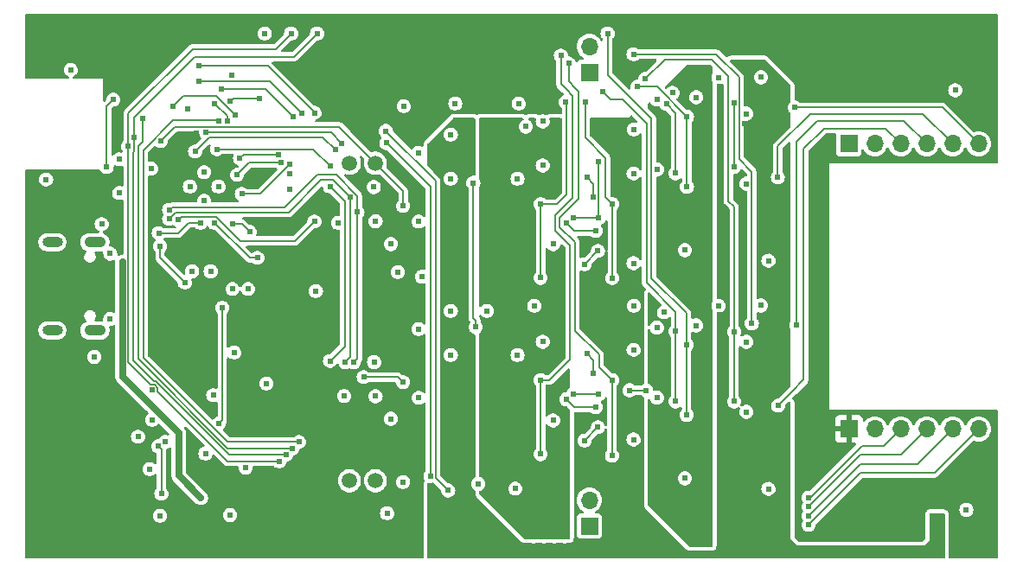
<source format=gbr>
%TF.GenerationSoftware,KiCad,Pcbnew,8.0.9-8.0.9-0~ubuntu24.04.1*%
%TF.CreationDate,2025-05-29T22:28:41-04:00*%
%TF.ProjectId,smu2,736d7532-2e6b-4696-9361-645f70636258,rev?*%
%TF.SameCoordinates,Original*%
%TF.FileFunction,Copper,L3,Inr*%
%TF.FilePolarity,Positive*%
%FSLAX46Y46*%
G04 Gerber Fmt 4.6, Leading zero omitted, Abs format (unit mm)*
G04 Created by KiCad (PCBNEW 8.0.9-8.0.9-0~ubuntu24.04.1) date 2025-05-29 22:28:41*
%MOMM*%
%LPD*%
G01*
G04 APERTURE LIST*
%TA.AperFunction,ComponentPad*%
%ADD10C,1.500000*%
%TD*%
%TA.AperFunction,ComponentPad*%
%ADD11R,1.700000X1.700000*%
%TD*%
%TA.AperFunction,ComponentPad*%
%ADD12O,1.700000X1.700000*%
%TD*%
%TA.AperFunction,ComponentPad*%
%ADD13O,2.100000X1.050000*%
%TD*%
%TA.AperFunction,ComponentPad*%
%ADD14O,2.000000X1.000000*%
%TD*%
%TA.AperFunction,ViaPad*%
%ADD15C,0.609600*%
%TD*%
%TA.AperFunction,Conductor*%
%ADD16C,0.152400*%
%TD*%
%TA.AperFunction,Conductor*%
%ADD17C,0.635000*%
%TD*%
%TA.AperFunction,Conductor*%
%ADD18C,0.508000*%
%TD*%
G04 APERTURE END LIST*
D10*
%TO.N,/VREF*%
%TO.C,TP1*%
X123825000Y-99060000D03*
%TD*%
%TO.N,GND*%
%TO.C,TP2*%
X121285000Y-99060000D03*
%TD*%
D11*
%TO.N,+5V*%
%TO.C,J5*%
X170180000Y-97155000D03*
D12*
%TO.N,GND*%
X172720000Y-97155000D03*
%TO.N,/CH2DUT-*%
X175260000Y-97155000D03*
%TO.N,/CH2DUT+*%
X177800000Y-97155000D03*
%TO.N,/CH1DUT-*%
X180340000Y-97155000D03*
%TO.N,/CH1DUT+*%
X182880000Y-97155000D03*
%TD*%
D11*
%TO.N,+5V*%
%TO.C,J4*%
X144780000Y-134620000D03*
D12*
%TO.N,GND*%
X144780000Y-132080000D03*
%TD*%
D10*
%TO.N,Net-(R71-Pad1)*%
%TO.C,TP3*%
X123825000Y-130175000D03*
%TD*%
D11*
%TO.N,+5V*%
%TO.C,J3*%
X144780000Y-90170000D03*
D12*
%TO.N,GND*%
X144780000Y-87630000D03*
%TD*%
D10*
%TO.N,Net-(R73-Pad1)*%
%TO.C,TP4*%
X121285000Y-130175000D03*
%TD*%
D13*
%TO.N,GND*%
%TO.C,J2*%
X96382000Y-106805000D03*
D14*
X92202000Y-106805000D03*
X92202000Y-115445000D03*
D13*
X96382000Y-115445000D03*
%TD*%
D11*
%TO.N,+3V3*%
%TO.C,J6*%
X170180000Y-125095000D03*
D12*
%TO.N,GND*%
X172720000Y-125095000D03*
%TO.N,/D0*%
X175260000Y-125095000D03*
%TO.N,/D1*%
X177800000Y-125095000D03*
%TO.N,/D2*%
X180340000Y-125095000D03*
%TO.N,/D3*%
X182880000Y-125095000D03*
%TD*%
D15*
%TO.N,/CH1DUT+*%
X164871400Y-93599000D03*
%TO.N,GND*%
X137515600Y-130937000D03*
X151384000Y-92811600D03*
X109754000Y-90424000D03*
X181686200Y-133019800D03*
X149148800Y-95758000D03*
X138557000Y-95478600D03*
X126034800Y-109728000D03*
X124968000Y-133350000D03*
X162306000Y-108610400D03*
X101854000Y-99593400D03*
X103251000Y-126365000D03*
X91592400Y-100660200D03*
X157403800Y-113030000D03*
X100584000Y-125857000D03*
X107696000Y-109651800D03*
X98729800Y-98679000D03*
X128066800Y-122047000D03*
X101711500Y-129032000D03*
X101981000Y-121285000D03*
X105410000Y-93726000D03*
X161581465Y-112996601D03*
X96316800Y-118033800D03*
X149098000Y-126136400D03*
X115443000Y-100076000D03*
X128041400Y-104775000D03*
X137845800Y-93218000D03*
X131216400Y-100584000D03*
X109829600Y-111379000D03*
X93999000Y-89910000D03*
X140208000Y-116560600D03*
X139369800Y-113030000D03*
X162306000Y-130962400D03*
X155244800Y-92608400D03*
X131648200Y-93218000D03*
X133883400Y-130479800D03*
X107061000Y-102743000D03*
X105892600Y-109651800D03*
X149101829Y-117344171D03*
X152908000Y-92176600D03*
X118008400Y-111592000D03*
X126542800Y-130302000D03*
X115443000Y-101600000D03*
X97866200Y-107924600D03*
X123672600Y-101396800D03*
X97866200Y-114325400D03*
X151384000Y-115163600D03*
X154139437Y-129933624D03*
X155244800Y-114960400D03*
X140208000Y-99288600D03*
X101711500Y-129032000D03*
X149148800Y-113030000D03*
X123850400Y-121894600D03*
X105664000Y-101346000D03*
X123698000Y-118541800D03*
X141224000Y-106984800D03*
X128041400Y-98044000D03*
X107188000Y-127508000D03*
X113004600Y-86360000D03*
X180594000Y-91922600D03*
X125349000Y-124104400D03*
X109995000Y-117602000D03*
X108458000Y-101346000D03*
X160153200Y-123424800D03*
X102743000Y-133604000D03*
X151384000Y-99669600D03*
X160153200Y-94214800D03*
X120167400Y-104902000D03*
X152069800Y-113665000D03*
X123850400Y-104749600D03*
X111353600Y-111379000D03*
X160153200Y-116566800D03*
X97028000Y-105029000D03*
X128397000Y-110185200D03*
X141224000Y-124256800D03*
X111125000Y-128905000D03*
X151384000Y-122021600D03*
X107950000Y-121793000D03*
X120777000Y-121869200D03*
X137744200Y-100584000D03*
X101981000Y-124206000D03*
X98729800Y-101981000D03*
X137744200Y-117856000D03*
X134747000Y-113538000D03*
X160153200Y-101072800D03*
X126593600Y-93472000D03*
X140208000Y-94970600D03*
X125349000Y-106984800D03*
X131216400Y-113538000D03*
X109601000Y-133538000D03*
X131216400Y-96266000D03*
X154139437Y-107581624D03*
X161581465Y-90644601D03*
X128041400Y-115316000D03*
X131216400Y-117856000D03*
X157403800Y-90678000D03*
X149098000Y-108864400D03*
X149101829Y-100072171D03*
X107061000Y-99949000D03*
X113170000Y-120650000D03*
%TO.N,+3V3*%
X178816000Y-91617800D03*
X119240000Y-121856200D03*
X119253000Y-104698800D03*
X109601000Y-131638000D03*
X101891836Y-98595999D03*
X92799000Y-89865200D03*
X110490000Y-86385400D03*
X112265843Y-101062600D03*
X116014000Y-89916000D03*
X124891800Y-103835200D03*
X124866400Y-121081800D03*
X101878123Y-102084002D03*
X106299000Y-96113600D03*
X105873564Y-106576547D03*
X118008400Y-110292000D03*
X125984000Y-110942000D03*
%TO.N,/VREF*%
X122681798Y-120015000D03*
X102793800Y-96901000D03*
X126542800Y-103251000D03*
X126542800Y-120523000D03*
%TO.N,/DAC1*%
X107264200Y-96062800D03*
X124866400Y-95910400D03*
X120548400Y-97104200D03*
X130962400Y-131120000D03*
%TO.N,/DAC2*%
X119888000Y-97764600D03*
X106172000Y-97917000D03*
X124891800Y-97078800D03*
X129209800Y-129692400D03*
%TO.N,+5V*%
X101981000Y-122875000D03*
X99060000Y-108725000D03*
X99060000Y-113538000D03*
X106756200Y-131851400D03*
%TO.N,-12V*%
X141020800Y-101559000D03*
X155600400Y-109687000D03*
X155702000Y-136271000D03*
X153898600Y-112030000D03*
X137744200Y-119421000D03*
X152171400Y-124374000D03*
X140335000Y-135636000D03*
X138734800Y-106355000D03*
X138734800Y-123627000D03*
X155600400Y-132039000D03*
X141351000Y-135636000D03*
X137744200Y-97831000D03*
X142367000Y-135636000D03*
X137744200Y-102149000D03*
X156591000Y-136271000D03*
X152171400Y-117516000D03*
X152171400Y-95164000D03*
X141020800Y-118831000D03*
X154559000Y-89678000D03*
X152171400Y-102022000D03*
X154844750Y-136271000D03*
X139319000Y-135636000D03*
X137744200Y-115103000D03*
X141020800Y-114513000D03*
X141020800Y-97241000D03*
%TO.N,+12V*%
X131241800Y-119421000D03*
X132969000Y-136906000D03*
X131241800Y-97831000D03*
X147523200Y-114513000D03*
X147523200Y-97241000D03*
X147523200Y-118831000D03*
X147523200Y-101559000D03*
X159994600Y-95164000D03*
X162128200Y-107737000D03*
X159994600Y-117516000D03*
X157524392Y-113907005D03*
X129921000Y-136906000D03*
X157524392Y-91555005D03*
X159994600Y-124374000D03*
X162128200Y-130089000D03*
X148285200Y-106355000D03*
X131241800Y-115103000D03*
X148285200Y-123627000D03*
X178816000Y-133705600D03*
X130937000Y-136906000D03*
X131953000Y-136906000D03*
X159994600Y-102022000D03*
X131241800Y-102149000D03*
%TO.N,Net-(U26-BYPN)*%
X102870000Y-131445000D03*
X102578338Y-126789200D03*
%TO.N,/CH1DUT-*%
X163227200Y-100457000D03*
%TO.N,/CH2DUT+*%
X165042600Y-114928400D03*
%TO.N,/D2*%
X115062000Y-127635000D03*
X166243000Y-133604000D03*
X100203000Y-96520000D03*
X118110000Y-86360000D03*
%TO.N,/D3*%
X166243000Y-134493000D03*
X114427000Y-128270000D03*
X115570000Y-86360000D03*
X99606100Y-97409000D03*
%TO.N,/D0*%
X166243000Y-131826000D03*
X108458000Y-94894400D03*
X116332000Y-126365000D03*
%TO.N,/D1*%
X115697000Y-127000000D03*
X101041200Y-94716600D03*
X166243000Y-132715000D03*
%TO.N,Net-(U1-RF1)*%
X115769371Y-94534971D03*
X108712000Y-91821000D03*
X110566200Y-98602800D03*
X114350800Y-98247200D03*
%TO.N,Net-(U1-RF0)*%
X106553000Y-91059000D03*
X114630200Y-99034600D03*
X110286529Y-100203271D03*
X116662200Y-94208600D03*
%TO.N,Net-(U1-RD7)*%
X110744000Y-102082600D03*
X115468400Y-99136200D03*
X117856000Y-94132400D03*
X106553000Y-89535000D03*
%TO.N,Net-(U1-RC15{slash}OSCO)*%
X97510600Y-99441000D03*
X112445800Y-92710000D03*
X102616000Y-105918000D03*
X109631531Y-92994531D03*
X106680000Y-104902000D03*
X98171000Y-92837000D03*
%TO.N,/VREFDIV2*%
X133421600Y-100990400D03*
X133654800Y-115112800D03*
%TO.N,/CH2DUT-*%
X163245800Y-122809000D03*
%TO.N,Net-(R27-Pad2)*%
X142519400Y-104927400D03*
X145389600Y-105705000D03*
%TO.N,Net-(R29-Pad2)*%
X144297400Y-108966000D03*
X145618200Y-107655000D03*
%TO.N,Net-(R52-Pad2)*%
X145389600Y-122977000D03*
X142519400Y-122199400D03*
%TO.N,Net-(R54-Pad2)*%
X145618200Y-124927000D03*
X144297400Y-126238000D03*
%TO.N,/ENA12V*%
X108839000Y-113233200D03*
X108508800Y-124561600D03*
%TO.N,/ADC_CSN2*%
X102743000Y-107188000D03*
X105156000Y-110744000D03*
%TO.N,/RE3*%
X146989800Y-127711200D03*
X142748000Y-89281000D03*
X147015200Y-120319800D03*
%TO.N,/RE0*%
X153212800Y-122402600D03*
X146050000Y-92049600D03*
X153212800Y-115544600D03*
%TO.N,/ADC_CONVST*%
X119380000Y-118440200D03*
X119380000Y-99339400D03*
X108305600Y-97688400D03*
X119380000Y-101346000D03*
%TO.N,/RE2*%
X140004800Y-127558800D03*
X140004800Y-120319800D03*
X141986000Y-88519000D03*
%TO.N,/RD1*%
X158927800Y-99441000D03*
X158927800Y-93192600D03*
%TO.N,/RE1*%
X158953200Y-115570000D03*
X158945500Y-122402600D03*
X150241000Y-90805000D03*
%TO.N,/RST_N*%
X110109000Y-94361000D03*
X104035000Y-93450000D03*
%TO.N,/RD2*%
X140004800Y-103073200D03*
X142468600Y-93065600D03*
X140004800Y-110286800D03*
%TO.N,/ADC_SCK*%
X121716800Y-118567200D03*
X122072400Y-103860600D03*
X103632000Y-103632000D03*
%TO.N,/CTS*%
X108077000Y-93218000D03*
X109311000Y-94905000D03*
%TO.N,/RE5*%
X160680400Y-114757200D03*
X149098000Y-88392000D03*
%TO.N,/RD0*%
X153212800Y-100050600D03*
X111531400Y-105791000D03*
X152310570Y-93267309D03*
X109811000Y-105029000D03*
%TO.N,/ADC_CSN1*%
X104521000Y-104597200D03*
X117856000Y-104775000D03*
%TO.N,/RD6*%
X154330400Y-94513400D03*
X154330400Y-101371400D03*
X149479000Y-91567000D03*
%TO.N,/RD3*%
X144399000Y-93065600D03*
X147015200Y-103073200D03*
X147015200Y-110312200D03*
%TO.N,/RE6*%
X154305000Y-123723400D03*
X154305000Y-116865400D03*
X146558000Y-86360000D03*
%TO.N,/ADC_MISO*%
X103632000Y-104521000D03*
X121361200Y-102362000D03*
X120878600Y-118541800D03*
%TO.N,/DAC_CSN*%
X112268000Y-108331000D03*
X108077000Y-104902000D03*
%TO.N,Net-(U8-Pad18)*%
X145161000Y-102387400D03*
X144526000Y-100457000D03*
%TO.N,Net-(U10-Pad3)*%
X145703271Y-104410529D03*
X143205200Y-104394000D03*
X145694400Y-98907600D03*
%TO.N,Net-(U17-Pad19)*%
X150342600Y-121310400D03*
X143205200Y-121666000D03*
X148717000Y-121310400D03*
X145703271Y-121682529D03*
%TO.N,Net-(U17-Pad18)*%
X145161000Y-119659400D03*
X144526000Y-117729000D03*
%TD*%
D16*
%TO.N,/CH1DUT+*%
X179324000Y-93599000D02*
X164871400Y-93599000D01*
X182880000Y-97155000D02*
X179324000Y-93599000D01*
%TO.N,/VREF*%
X122681798Y-120015000D02*
X126034800Y-120015000D01*
X126542800Y-103251000D02*
X126542800Y-101777800D01*
X126542800Y-101777800D02*
X123825000Y-99060000D01*
X104190800Y-95504000D02*
X120286742Y-95504000D01*
X121742200Y-96959458D02*
X121742200Y-96977200D01*
X121742200Y-96977200D02*
X123825000Y-99060000D01*
X126034800Y-120015000D02*
X126542800Y-120523000D01*
X102793800Y-96901000D02*
X104190800Y-95504000D01*
X120286742Y-95504000D02*
X121742200Y-96959458D01*
%TO.N,/DAC1*%
X130962400Y-131120000D02*
X129743200Y-129900800D01*
X120548400Y-97104200D02*
X119507000Y-96062800D01*
X119507000Y-96062800D02*
X107264200Y-96062800D01*
X129743200Y-129900800D02*
X129743200Y-100787200D01*
X129743200Y-100787200D02*
X124866400Y-95910400D01*
%TO.N,/DAC2*%
X107569000Y-96520000D02*
X106172000Y-97917000D01*
X129209800Y-101396800D02*
X124891800Y-97078800D01*
X129209800Y-129692400D02*
X129209800Y-101396800D01*
X119888000Y-97764600D02*
X118643400Y-96520000D01*
X118643400Y-96520000D02*
X107569000Y-96520000D01*
D17*
%TO.N,+5V*%
X104571800Y-129667000D02*
X106756200Y-131851400D01*
X99060000Y-113538000D02*
X99060000Y-119954000D01*
X104571800Y-125476000D02*
X104571800Y-129667000D01*
X99060000Y-108725000D02*
X99060000Y-113538000D01*
D18*
X101981000Y-122875000D02*
X101981000Y-122885200D01*
D17*
X99060000Y-119954000D02*
X101981000Y-122875000D01*
X101981000Y-122885200D02*
X104571800Y-125476000D01*
D16*
%TO.N,Net-(U26-BYPN)*%
X102870000Y-131445000D02*
X102870000Y-127080862D01*
X102870000Y-127080862D02*
X102578338Y-126789200D01*
%TO.N,/CH1DUT-*%
X163227200Y-97402200D02*
X163227200Y-100457000D01*
X180340000Y-97155000D02*
X177444400Y-94259400D01*
X177444400Y-94259400D02*
X166370000Y-94259400D01*
X166370000Y-94259400D02*
X163227200Y-97402200D01*
%TO.N,/CH2DUT+*%
X165049200Y-114921800D02*
X165042600Y-114928400D01*
X177800000Y-97155000D02*
X175539400Y-94894400D01*
X175539400Y-94894400D02*
X167106600Y-94894400D01*
X167106600Y-94894400D02*
X165049200Y-96951800D01*
X165049200Y-96951800D02*
X165049200Y-114921800D01*
%TO.N,/D2*%
X102328194Y-120446800D02*
X102158800Y-120446800D01*
X100076000Y-98044000D02*
X100203000Y-97917000D01*
X115062000Y-127635000D02*
X109516394Y-127635000D01*
X100203000Y-96520000D02*
X100203000Y-94551500D01*
X106108500Y-88646000D02*
X115824000Y-88646000D01*
X109516394Y-127635000D02*
X102328194Y-120446800D01*
X176911000Y-128524000D02*
X180340000Y-125095000D01*
X100203000Y-94551500D02*
X106108500Y-88646000D01*
X171323000Y-128524000D02*
X176911000Y-128524000D01*
X100076000Y-118364000D02*
X100076000Y-98044000D01*
X100203000Y-97917000D02*
X100203000Y-96520000D01*
X115824000Y-88646000D02*
X118110000Y-86360000D01*
X166243000Y-133604000D02*
X171323000Y-128524000D01*
X102158800Y-120446800D02*
X100076000Y-118364000D01*
%TO.N,/D3*%
X101828600Y-120751600D02*
X99606100Y-118529100D01*
X99606100Y-118529100D02*
X99606100Y-97409000D01*
X102514400Y-121437400D02*
X102514400Y-121064058D01*
X102201942Y-120751600D02*
X101828600Y-120751600D01*
X99606100Y-97409000D02*
X99606100Y-94195900D01*
X99606100Y-94195900D02*
X105918000Y-87884000D01*
X105918000Y-87884000D02*
X114046000Y-87884000D01*
X178562000Y-129413000D02*
X182880000Y-125095000D01*
X114427000Y-128270000D02*
X109347000Y-128270000D01*
X114046000Y-87884000D02*
X115570000Y-86360000D01*
X171323000Y-129413000D02*
X178562000Y-129413000D01*
X109347000Y-128270000D02*
X102514400Y-121437400D01*
X166243000Y-134493000D02*
X171323000Y-129413000D01*
X102514400Y-121064058D02*
X102201942Y-120751600D01*
%TO.N,/D0*%
X171450000Y-126746000D02*
X173609000Y-126746000D01*
X101092000Y-118110000D02*
X101092000Y-97790000D01*
X116332000Y-126365000D02*
X109347000Y-126365000D01*
X104013000Y-94869000D02*
X108432600Y-94869000D01*
X166243000Y-131826000D02*
X166370000Y-131826000D01*
X109347000Y-126365000D02*
X101092000Y-118110000D01*
X166370000Y-131826000D02*
X171450000Y-126746000D01*
X173609000Y-126746000D02*
X175260000Y-125095000D01*
X101092000Y-97790000D02*
X104013000Y-94869000D01*
X108432600Y-94869000D02*
X108458000Y-94894400D01*
%TO.N,/D1*%
X171323000Y-127635000D02*
X175260000Y-127635000D01*
X166243000Y-132715000D02*
X171323000Y-127635000D01*
X101041200Y-96951800D02*
X101041200Y-94716600D01*
X115697000Y-127000000D02*
X109347000Y-127000000D01*
X100584000Y-118237000D02*
X100584000Y-97409000D01*
X100584000Y-97409000D02*
X101041200Y-96951800D01*
X175260000Y-127635000D02*
X177800000Y-125095000D01*
X109347000Y-127000000D02*
X100584000Y-118237000D01*
%TO.N,Net-(U1-RF1)*%
X110921800Y-98247200D02*
X114350800Y-98247200D01*
X113055400Y-91821000D02*
X108712000Y-91821000D01*
X115769371Y-94534971D02*
X113055400Y-91821000D01*
X110566200Y-98602800D02*
X110921800Y-98247200D01*
%TO.N,Net-(U1-RF0)*%
X113512600Y-91059000D02*
X106756200Y-91059000D01*
X116662200Y-94208600D02*
X113512600Y-91059000D01*
X106756200Y-91059000D02*
X106553000Y-91059000D01*
X111455200Y-99034600D02*
X114630200Y-99034600D01*
X110286529Y-100203271D02*
X111455200Y-99034600D01*
%TO.N,Net-(U1-RD7)*%
X117856000Y-94107000D02*
X117856000Y-94132400D01*
X106553000Y-89535000D02*
X113284000Y-89535000D01*
X113284000Y-89535000D02*
X117856000Y-94107000D01*
X110744000Y-102082600D02*
X112522000Y-102082600D01*
X112522000Y-102082600D02*
X115468400Y-99136200D01*
%TO.N,Net-(U1-RC15{slash}OSCO)*%
X104495600Y-105918000D02*
X102616000Y-105918000D01*
X97510600Y-93497400D02*
X98171000Y-92837000D01*
X109916062Y-92710000D02*
X109631531Y-92994531D01*
X111633000Y-92710000D02*
X112445800Y-92710000D01*
X105511600Y-104902000D02*
X104495600Y-105918000D01*
X106680000Y-104902000D02*
X105511600Y-104902000D01*
X111633000Y-92710000D02*
X109916062Y-92710000D01*
X97510600Y-99441000D02*
X97510600Y-93497400D01*
%TO.N,/VREFDIV2*%
X133654800Y-114452400D02*
X133426200Y-114223800D01*
X133654800Y-115112800D02*
X133654800Y-114452400D01*
X133426200Y-100995000D02*
X133421600Y-100990400D01*
X133426200Y-114223800D02*
X133426200Y-100995000D01*
%TO.N,/CH2DUT-*%
X165760400Y-120269000D02*
X165760400Y-97637600D01*
X173761400Y-95656400D02*
X175260000Y-97155000D01*
X165760400Y-97637600D02*
X167741600Y-95656400D01*
X167741600Y-95656400D02*
X173761400Y-95656400D01*
X164617400Y-121412000D02*
X165760400Y-120269000D01*
X164617400Y-121437400D02*
X164617400Y-121412000D01*
X163245800Y-122809000D02*
X164617400Y-121437400D01*
%TO.N,Net-(R27-Pad2)*%
X143297000Y-105705000D02*
X142519400Y-104927400D01*
X145389600Y-105705000D02*
X143297000Y-105705000D01*
%TO.N,Net-(R29-Pad2)*%
X145618200Y-107655000D02*
X145608400Y-107655000D01*
X145608400Y-107655000D02*
X144297400Y-108966000D01*
%TO.N,Net-(R52-Pad2)*%
X143297000Y-122977000D02*
X142519400Y-122199400D01*
X145389600Y-122977000D02*
X143297000Y-122977000D01*
%TO.N,Net-(R54-Pad2)*%
X145608400Y-124927000D02*
X144297400Y-126238000D01*
X145618200Y-124927000D02*
X145608400Y-124927000D01*
%TO.N,/ENA12V*%
X108839000Y-124231400D02*
X108508800Y-124561600D01*
X108839000Y-113233200D02*
X108839000Y-124231400D01*
%TO.N,/ADC_CSN2*%
X102743000Y-108331000D02*
X105156000Y-110744000D01*
X102743000Y-107188000D02*
X102743000Y-108331000D01*
%TO.N,/RE3*%
X145719800Y-119024400D02*
X145719800Y-117830600D01*
X143383000Y-91694000D02*
X142748000Y-91059000D01*
X142748000Y-91059000D02*
X142748000Y-89281000D01*
X141884400Y-105308400D02*
X141884400Y-104444800D01*
X143357600Y-106781600D02*
X141884400Y-105308400D01*
X143357600Y-115468400D02*
X143357600Y-106781600D01*
X143738600Y-92049600D02*
X143383000Y-91694000D01*
X147015200Y-120319800D02*
X145719800Y-119024400D01*
X146989800Y-120345200D02*
X147015200Y-120319800D01*
X141884400Y-104444800D02*
X143738600Y-102590600D01*
X146989800Y-127711200D02*
X146989800Y-120345200D01*
X143738600Y-102590600D02*
X143738600Y-94411800D01*
X143738600Y-94411800D02*
X143738600Y-92049600D01*
X145719800Y-117830600D02*
X143357600Y-115468400D01*
%TO.N,/RE0*%
X153212800Y-115544600D02*
X153212800Y-113614200D01*
X150368000Y-110769400D02*
X150368000Y-95148400D01*
X150368000Y-95148400D02*
X148056600Y-92837000D01*
X153212800Y-113614200D02*
X150368000Y-110769400D01*
X153212800Y-115544600D02*
X153212800Y-122402600D01*
X146837400Y-92837000D02*
X146050000Y-92049600D01*
X148056600Y-92837000D02*
X146837400Y-92837000D01*
%TO.N,/ADC_CONVST*%
X120827800Y-102793800D02*
X120827800Y-116992400D01*
X119380000Y-99339400D02*
X117729000Y-97688400D01*
X119380000Y-101346000D02*
X120827800Y-102793800D01*
X120827800Y-116992400D02*
X119380000Y-118440200D01*
X117729000Y-97688400D02*
X108305600Y-97688400D01*
%TO.N,/RE2*%
X141986000Y-91313000D02*
X141986000Y-88519000D01*
X141452600Y-104165400D02*
X143129000Y-102489000D01*
X142900400Y-107162600D02*
X141452600Y-105714800D01*
X142900400Y-118287800D02*
X142900400Y-107162600D01*
X143129000Y-92456000D02*
X142494000Y-91821000D01*
X142494000Y-91821000D02*
X141986000Y-91313000D01*
X141452600Y-105714800D02*
X141452600Y-104165400D01*
X140868400Y-120319800D02*
X142900400Y-118287800D01*
X140004800Y-120319800D02*
X140868400Y-120319800D01*
X143129000Y-102489000D02*
X143129000Y-94411800D01*
X143129000Y-94411800D02*
X143129000Y-92456000D01*
X140004800Y-127558800D02*
X140004800Y-120319800D01*
%TO.N,/RD1*%
X158927800Y-93192600D02*
X158927800Y-99441000D01*
%TO.N,/RE1*%
X158394400Y-90551000D02*
X156743400Y-88900000D01*
X152146000Y-88900000D02*
X150241000Y-90805000D01*
X158953200Y-115570000D02*
X158953200Y-103327200D01*
X156743400Y-88900000D02*
X152146000Y-88900000D01*
X158945500Y-122402600D02*
X158945500Y-115577700D01*
X158953200Y-103327200D02*
X158394400Y-102768400D01*
X158945500Y-115577700D02*
X158953200Y-115570000D01*
X158394400Y-102768400D02*
X158394400Y-90551000D01*
%TO.N,/RST_N*%
X105029000Y-92456000D02*
X104035000Y-93450000D01*
X108204000Y-92456000D02*
X105029000Y-92456000D01*
X110109000Y-94361000D02*
X108204000Y-92456000D01*
%TO.N,/RD2*%
X142468600Y-93065600D02*
X142544800Y-93141800D01*
X140004800Y-110286800D02*
X140004800Y-103073200D01*
X141630400Y-103073200D02*
X140004800Y-103073200D01*
X142544800Y-93141800D02*
X142544800Y-102158800D01*
X142544800Y-102158800D02*
X141630400Y-103073200D01*
%TO.N,/ADC_SCK*%
X121716800Y-118567200D02*
X122072400Y-118211600D01*
X119989600Y-100203000D02*
X122072400Y-102285800D01*
X118110000Y-100203000D02*
X119989600Y-100203000D01*
X114935000Y-103378000D02*
X118110000Y-100203000D01*
X103886000Y-103378000D02*
X114935000Y-103378000D01*
X122072400Y-102285800D02*
X122072400Y-103860600D01*
X103632000Y-103632000D02*
X103886000Y-103378000D01*
X122072400Y-118211600D02*
X122072400Y-103860600D01*
%TO.N,/CTS*%
X109311000Y-94452000D02*
X109311000Y-94905000D01*
X108077000Y-93218000D02*
X109311000Y-94452000D01*
%TO.N,/RE5*%
X160686600Y-99904400D02*
X160686600Y-114751000D01*
X149098000Y-88392000D02*
X157200600Y-88392000D01*
X159461200Y-98679000D02*
X160686600Y-99904400D01*
X160686600Y-114751000D02*
X160680400Y-114757200D01*
X159461200Y-90652600D02*
X159461200Y-98679000D01*
X157200600Y-88392000D02*
X159461200Y-90652600D01*
%TO.N,/RD0*%
X152310570Y-93267309D02*
X153212800Y-94169539D01*
X153212800Y-94169539D02*
X153212800Y-100050600D01*
X109811000Y-105029000D02*
X110769400Y-105029000D01*
X110769400Y-105029000D02*
X111531400Y-105791000D01*
%TO.N,/ADC_CSN1*%
X108229400Y-104292400D02*
X104825800Y-104292400D01*
X117856000Y-104775000D02*
X115951000Y-106680000D01*
X104825800Y-104292400D02*
X104521000Y-104597200D01*
X115951000Y-106680000D02*
X110617000Y-106680000D01*
X110617000Y-106680000D02*
X108229400Y-104292400D01*
%TO.N,/RD6*%
X151384000Y-91567000D02*
X154330400Y-94513400D01*
X149479000Y-91567000D02*
X151384000Y-91567000D01*
X154330400Y-94513400D02*
X154330400Y-101371400D01*
%TO.N,/RD3*%
X146354800Y-102412800D02*
X146354800Y-98552000D01*
X144373600Y-94411800D02*
X144373600Y-93091000D01*
X147015200Y-103073200D02*
X146354800Y-102412800D01*
X146354800Y-98552000D02*
X144373600Y-96570800D01*
X144373600Y-93091000D02*
X144399000Y-93065600D01*
X144373600Y-96570800D02*
X144373600Y-94411800D01*
X147015200Y-110312200D02*
X147015200Y-103073200D01*
%TO.N,/RE6*%
X146558000Y-90424000D02*
X150850600Y-94716600D01*
X154305000Y-113766600D02*
X154305000Y-116865400D01*
X154305000Y-123723400D02*
X154305000Y-116865400D01*
X150850600Y-94716600D02*
X150850600Y-110312200D01*
X150850600Y-110312200D02*
X154305000Y-113766600D01*
X146558000Y-86360000D02*
X146558000Y-90424000D01*
%TO.N,/ADC_MISO*%
X121361200Y-118059200D02*
X121361200Y-102362000D01*
X120878600Y-118541800D02*
X121361200Y-118059200D01*
X119710200Y-100711000D02*
X121361200Y-102362000D01*
X104267000Y-103886000D02*
X115316000Y-103886000D01*
X115316000Y-103886000D02*
X118491000Y-100711000D01*
X118491000Y-100711000D02*
X119710200Y-100711000D01*
X103632000Y-104521000D02*
X104267000Y-103886000D01*
%TO.N,/DAC_CSN*%
X108077000Y-104902000D02*
X111506000Y-108331000D01*
X111506000Y-108331000D02*
X112268000Y-108331000D01*
%TO.N,Net-(U8-Pad18)*%
X144526000Y-100457000D02*
X145161000Y-101092000D01*
X145161000Y-101092000D02*
X145161000Y-102387400D01*
%TO.N,Net-(U10-Pad3)*%
X145703271Y-104410529D02*
X143221729Y-104410529D01*
X145703271Y-98916471D02*
X145703271Y-104410529D01*
X145694400Y-98907600D02*
X145703271Y-98916471D01*
X143221729Y-104410529D02*
X143205200Y-104394000D01*
%TO.N,Net-(U17-Pad19)*%
X148717000Y-121310400D02*
X150342600Y-121310400D01*
X145703271Y-121682529D02*
X143221729Y-121682529D01*
X143221729Y-121682529D02*
X143205200Y-121666000D01*
%TO.N,Net-(U17-Pad18)*%
X145161000Y-118364000D02*
X145161000Y-119659400D01*
X144526000Y-117729000D02*
X145161000Y-118364000D01*
%TD*%
%TA.AperFunction,Conductor*%
%TO.N,-12V*%
G36*
X156620044Y-89428002D02*
G01*
X156641018Y-89444904D01*
X156808095Y-89611981D01*
X156842120Y-89674292D01*
X156845000Y-89701076D01*
X156845000Y-90240160D01*
X156824998Y-90308281D01*
X156822696Y-90311736D01*
X156791649Y-90356714D01*
X156732546Y-90512553D01*
X156712459Y-90677996D01*
X156712459Y-90678003D01*
X156732546Y-90843446D01*
X156766751Y-90933635D01*
X156791648Y-90999282D01*
X156822697Y-91044264D01*
X156844932Y-91111686D01*
X156845000Y-91115838D01*
X156845000Y-91448976D01*
X156844081Y-91464164D01*
X156833051Y-91555003D01*
X156833051Y-91555007D01*
X156844081Y-91645845D01*
X156845000Y-91661033D01*
X156845000Y-112592160D01*
X156824998Y-112660281D01*
X156822696Y-112663736D01*
X156791649Y-112708714D01*
X156732546Y-112864553D01*
X156712459Y-113029996D01*
X156712459Y-113030003D01*
X156732546Y-113195446D01*
X156783505Y-113329812D01*
X156791648Y-113351282D01*
X156822697Y-113396264D01*
X156844932Y-113463686D01*
X156845000Y-113467838D01*
X156845000Y-113800976D01*
X156844081Y-113816164D01*
X156833051Y-113907003D01*
X156833051Y-113907007D01*
X156844081Y-113997845D01*
X156845000Y-114013033D01*
X156845000Y-136526000D01*
X156824998Y-136594121D01*
X156771342Y-136640614D01*
X156719000Y-136652000D01*
X154611190Y-136652000D01*
X154543069Y-136631998D01*
X154522095Y-136615095D01*
X150531905Y-132624905D01*
X150497879Y-132562593D01*
X150495000Y-132535810D01*
X150495000Y-129933620D01*
X153448096Y-129933620D01*
X153448096Y-129933627D01*
X153468183Y-130099070D01*
X153527286Y-130254909D01*
X153597137Y-130356105D01*
X153621961Y-130392068D01*
X153746711Y-130502586D01*
X153894284Y-130580039D01*
X154056105Y-130619924D01*
X154056108Y-130619924D01*
X154222766Y-130619924D01*
X154222769Y-130619924D01*
X154384590Y-130580039D01*
X154532163Y-130502586D01*
X154656913Y-130392068D01*
X154751589Y-130254906D01*
X154810689Y-130099073D01*
X154810689Y-130099072D01*
X154810690Y-130099070D01*
X154830778Y-129933627D01*
X154830778Y-129933620D01*
X154810690Y-129768177D01*
X154751587Y-129612338D01*
X154701942Y-129540416D01*
X154656913Y-129475180D01*
X154532163Y-129364662D01*
X154384590Y-129287209D01*
X154384588Y-129287208D01*
X154222770Y-129247324D01*
X154222769Y-129247324D01*
X154056105Y-129247324D01*
X154056103Y-129247324D01*
X153894285Y-129287208D01*
X153894283Y-129287209D01*
X153746710Y-129364662D01*
X153621962Y-129475178D01*
X153621960Y-129475181D01*
X153527286Y-129612338D01*
X153468183Y-129768177D01*
X153448096Y-129933620D01*
X150495000Y-129933620D01*
X150495000Y-122300454D01*
X150515002Y-122232333D01*
X150568658Y-122185840D01*
X150638932Y-122175736D01*
X150703512Y-122205230D01*
X150738812Y-122255773D01*
X150771849Y-122342885D01*
X150813068Y-122402600D01*
X150866524Y-122480044D01*
X150991274Y-122590562D01*
X151138847Y-122668015D01*
X151300668Y-122707900D01*
X151300671Y-122707900D01*
X151467329Y-122707900D01*
X151467332Y-122707900D01*
X151629153Y-122668015D01*
X151776726Y-122590562D01*
X151901476Y-122480044D01*
X151996152Y-122342882D01*
X152055252Y-122187049D01*
X152055252Y-122187048D01*
X152055253Y-122187046D01*
X152075341Y-122021603D01*
X152075341Y-122021596D01*
X152055253Y-121856153D01*
X152035552Y-121804206D01*
X151996152Y-121700318D01*
X151996150Y-121700316D01*
X151996150Y-121700314D01*
X151946505Y-121628392D01*
X151901476Y-121563156D01*
X151776726Y-121452638D01*
X151629153Y-121375185D01*
X151629151Y-121375184D01*
X151467333Y-121335300D01*
X151467332Y-121335300D01*
X151300668Y-121335300D01*
X151300664Y-121335300D01*
X151182718Y-121364371D01*
X151111790Y-121361252D01*
X151053808Y-121320281D01*
X151027484Y-121257219D01*
X151013853Y-121144953D01*
X150954750Y-120989114D01*
X150905105Y-120917192D01*
X150860076Y-120851956D01*
X150735326Y-120741438D01*
X150587753Y-120663985D01*
X150580623Y-120661281D01*
X150581394Y-120659246D01*
X150529484Y-120629015D01*
X150497188Y-120565789D01*
X150495000Y-120542408D01*
X150495000Y-115442454D01*
X150515002Y-115374333D01*
X150568658Y-115327840D01*
X150638932Y-115317736D01*
X150703512Y-115347230D01*
X150738811Y-115397772D01*
X150755757Y-115442454D01*
X150771849Y-115484885D01*
X150866523Y-115622042D01*
X150866525Y-115622045D01*
X150894354Y-115646699D01*
X150991274Y-115732562D01*
X151138847Y-115810015D01*
X151300668Y-115849900D01*
X151300671Y-115849900D01*
X151467329Y-115849900D01*
X151467332Y-115849900D01*
X151629153Y-115810015D01*
X151776726Y-115732562D01*
X151901476Y-115622044D01*
X151996152Y-115484882D01*
X152055252Y-115329049D01*
X152055252Y-115329048D01*
X152055253Y-115329046D01*
X152075341Y-115163603D01*
X152075341Y-115163596D01*
X152055253Y-114998153D01*
X152029188Y-114929426D01*
X151996152Y-114842318D01*
X151996150Y-114842316D01*
X151996150Y-114842314D01*
X151946505Y-114770392D01*
X151901476Y-114705156D01*
X151826929Y-114639114D01*
X151776726Y-114594638D01*
X151629153Y-114517185D01*
X151629151Y-114517184D01*
X151467333Y-114477300D01*
X151467332Y-114477300D01*
X151300668Y-114477300D01*
X151300666Y-114477300D01*
X151138848Y-114517184D01*
X151138846Y-114517185D01*
X150991273Y-114594638D01*
X150866525Y-114705154D01*
X150866523Y-114705157D01*
X150771849Y-114842314D01*
X150738812Y-114929426D01*
X150695953Y-114986027D01*
X150629297Y-115010471D01*
X150560007Y-114994999D01*
X150510082Y-114944521D01*
X150495000Y-114884745D01*
X150495000Y-111847875D01*
X150515002Y-111779754D01*
X150568658Y-111733261D01*
X150638932Y-111723157D01*
X150703512Y-111752651D01*
X150710085Y-111758771D01*
X151295015Y-112343700D01*
X151798821Y-112847506D01*
X151832847Y-112909818D01*
X151827782Y-112980633D01*
X151785235Y-113037469D01*
X151768282Y-113048168D01*
X151677073Y-113096038D01*
X151552325Y-113206554D01*
X151552323Y-113206557D01*
X151457649Y-113343714D01*
X151398546Y-113499553D01*
X151378459Y-113664996D01*
X151378459Y-113665003D01*
X151398546Y-113830446D01*
X151457649Y-113986285D01*
X151552323Y-114123442D01*
X151552325Y-114123445D01*
X151570496Y-114139543D01*
X151677074Y-114233962D01*
X151824647Y-114311415D01*
X151986468Y-114351300D01*
X151986471Y-114351300D01*
X152153129Y-114351300D01*
X152153132Y-114351300D01*
X152314953Y-114311415D01*
X152462526Y-114233962D01*
X152545547Y-114160411D01*
X152609800Y-114130212D01*
X152680180Y-114139543D01*
X152734343Y-114185444D01*
X152755092Y-114253341D01*
X152755100Y-114254725D01*
X152755100Y-114976491D01*
X152735098Y-115044612D01*
X152712655Y-115070802D01*
X152695323Y-115086157D01*
X152600649Y-115223314D01*
X152541546Y-115379153D01*
X152521459Y-115544596D01*
X152521459Y-115544603D01*
X152541546Y-115710046D01*
X152600649Y-115865885D01*
X152670500Y-115967081D01*
X152695324Y-116003044D01*
X152695326Y-116003045D01*
X152695327Y-116003047D01*
X152712650Y-116018393D01*
X152750378Y-116078536D01*
X152755100Y-116112708D01*
X152755100Y-121834491D01*
X152735098Y-121902612D01*
X152712655Y-121928802D01*
X152695323Y-121944157D01*
X152600649Y-122081314D01*
X152541546Y-122237153D01*
X152521459Y-122402596D01*
X152521459Y-122402603D01*
X152541546Y-122568046D01*
X152600649Y-122723885D01*
X152670500Y-122825081D01*
X152695324Y-122861044D01*
X152820074Y-122971562D01*
X152967647Y-123049015D01*
X153129468Y-123088900D01*
X153129471Y-123088900D01*
X153296129Y-123088900D01*
X153296132Y-123088900D01*
X153457953Y-123049015D01*
X153605526Y-122971562D01*
X153637747Y-122943016D01*
X153701999Y-122912816D01*
X153772379Y-122922147D01*
X153826543Y-122968047D01*
X153847292Y-123035944D01*
X153847300Y-123037329D01*
X153847300Y-123155291D01*
X153827298Y-123223412D01*
X153804855Y-123249602D01*
X153787523Y-123264957D01*
X153692849Y-123402114D01*
X153633746Y-123557953D01*
X153613659Y-123723396D01*
X153613659Y-123723403D01*
X153633746Y-123888846D01*
X153692849Y-124044685D01*
X153762700Y-124145881D01*
X153787524Y-124181844D01*
X153912274Y-124292362D01*
X154059847Y-124369815D01*
X154221668Y-124409700D01*
X154221671Y-124409700D01*
X154388329Y-124409700D01*
X154388332Y-124409700D01*
X154550153Y-124369815D01*
X154697726Y-124292362D01*
X154822476Y-124181844D01*
X154917152Y-124044682D01*
X154976252Y-123888849D01*
X154976252Y-123888848D01*
X154976253Y-123888846D01*
X154996341Y-123723403D01*
X154996341Y-123723396D01*
X154976253Y-123557953D01*
X154917150Y-123402114D01*
X154867505Y-123330192D01*
X154822476Y-123264956D01*
X154805145Y-123249602D01*
X154767421Y-123189457D01*
X154762700Y-123155291D01*
X154762700Y-117433508D01*
X154782702Y-117365387D01*
X154805150Y-117339193D01*
X154822476Y-117323844D01*
X154917152Y-117186682D01*
X154976252Y-117030849D01*
X154976252Y-117030848D01*
X154976253Y-117030846D01*
X154996341Y-116865403D01*
X154996341Y-116865396D01*
X154976253Y-116699953D01*
X154917150Y-116544114D01*
X154867505Y-116472192D01*
X154822476Y-116406956D01*
X154805145Y-116391602D01*
X154767421Y-116331457D01*
X154762700Y-116297291D01*
X154762700Y-115690884D01*
X154782702Y-115622763D01*
X154836358Y-115576270D01*
X154906632Y-115566166D01*
X154947250Y-115579314D01*
X154999647Y-115606815D01*
X155161468Y-115646700D01*
X155161471Y-115646700D01*
X155328129Y-115646700D01*
X155328132Y-115646700D01*
X155489953Y-115606815D01*
X155637526Y-115529362D01*
X155762276Y-115418844D01*
X155856952Y-115281682D01*
X155916052Y-115125849D01*
X155916052Y-115125848D01*
X155916053Y-115125846D01*
X155936141Y-114960403D01*
X155936141Y-114960396D01*
X155916053Y-114794953D01*
X155856950Y-114639114D01*
X155797799Y-114553420D01*
X155762276Y-114501956D01*
X155637526Y-114391438D01*
X155489953Y-114313985D01*
X155489951Y-114313984D01*
X155328133Y-114274100D01*
X155328132Y-114274100D01*
X155161468Y-114274100D01*
X155161466Y-114274100D01*
X154999648Y-114313984D01*
X154970038Y-114329525D01*
X154947254Y-114341483D01*
X154877642Y-114355429D01*
X154811539Y-114329525D01*
X154769935Y-114271996D01*
X154762700Y-114229915D01*
X154762700Y-113706343D01*
X154762699Y-113706339D01*
X154731509Y-113589937D01*
X154694724Y-113526223D01*
X154694722Y-113526220D01*
X154679325Y-113499551D01*
X154671251Y-113485565D01*
X151345205Y-110159519D01*
X151311179Y-110097207D01*
X151308300Y-110070424D01*
X151308300Y-107581620D01*
X153448096Y-107581620D01*
X153448096Y-107581627D01*
X153468183Y-107747070D01*
X153527286Y-107902909D01*
X153597137Y-108004105D01*
X153621961Y-108040068D01*
X153746711Y-108150586D01*
X153894284Y-108228039D01*
X154056105Y-108267924D01*
X154056108Y-108267924D01*
X154222766Y-108267924D01*
X154222769Y-108267924D01*
X154384590Y-108228039D01*
X154532163Y-108150586D01*
X154656913Y-108040068D01*
X154751589Y-107902906D01*
X154810689Y-107747073D01*
X154810689Y-107747072D01*
X154810690Y-107747070D01*
X154830778Y-107581627D01*
X154830778Y-107581620D01*
X154810690Y-107416177D01*
X154751587Y-107260338D01*
X154701942Y-107188416D01*
X154656913Y-107123180D01*
X154532163Y-107012662D01*
X154384590Y-106935209D01*
X154384588Y-106935208D01*
X154222770Y-106895324D01*
X154222769Y-106895324D01*
X154056105Y-106895324D01*
X154056103Y-106895324D01*
X153894285Y-106935208D01*
X153894283Y-106935209D01*
X153746710Y-107012662D01*
X153621962Y-107123178D01*
X153621960Y-107123181D01*
X153527286Y-107260338D01*
X153468183Y-107416177D01*
X153448096Y-107581620D01*
X151308300Y-107581620D01*
X151308300Y-100481900D01*
X151328302Y-100413779D01*
X151381958Y-100367286D01*
X151434300Y-100355900D01*
X151467329Y-100355900D01*
X151467332Y-100355900D01*
X151629153Y-100316015D01*
X151776726Y-100238562D01*
X151901476Y-100128044D01*
X151996152Y-99990882D01*
X152055252Y-99835049D01*
X152055252Y-99835048D01*
X152055253Y-99835046D01*
X152075341Y-99669603D01*
X152075341Y-99669596D01*
X152055253Y-99504153D01*
X151996150Y-99348314D01*
X151946505Y-99276392D01*
X151901476Y-99211156D01*
X151776726Y-99100638D01*
X151629153Y-99023185D01*
X151629151Y-99023184D01*
X151467333Y-98983300D01*
X151467332Y-98983300D01*
X151434300Y-98983300D01*
X151366179Y-98963298D01*
X151319686Y-98909642D01*
X151308300Y-98857300D01*
X151308300Y-94656345D01*
X151308300Y-94656343D01*
X151300502Y-94627239D01*
X151277108Y-94539934D01*
X151216851Y-94435565D01*
X151216848Y-94435562D01*
X151216845Y-94435558D01*
X150531905Y-93750618D01*
X150497879Y-93688306D01*
X150495000Y-93661523D01*
X150495000Y-93270190D01*
X150515002Y-93202069D01*
X150531905Y-93181095D01*
X150586644Y-93126356D01*
X150648956Y-93092330D01*
X150719771Y-93097395D01*
X150776607Y-93139942D01*
X150779435Y-93143874D01*
X150866524Y-93270044D01*
X150991274Y-93380562D01*
X151138847Y-93458015D01*
X151300668Y-93497900D01*
X151300671Y-93497900D01*
X151467329Y-93497900D01*
X151467332Y-93497900D01*
X151538827Y-93480278D01*
X151609753Y-93483395D01*
X151667736Y-93524365D01*
X151686792Y-93557935D01*
X151698419Y-93588594D01*
X151748759Y-93661523D01*
X151793094Y-93725753D01*
X151917844Y-93836271D01*
X152065417Y-93913724D01*
X152227238Y-93953609D01*
X152297394Y-93953609D01*
X152365515Y-93973611D01*
X152386489Y-93990514D01*
X152718195Y-94322220D01*
X152752221Y-94384532D01*
X152755100Y-94411315D01*
X152755100Y-99482491D01*
X152735098Y-99550612D01*
X152712655Y-99576802D01*
X152695323Y-99592157D01*
X152600649Y-99729314D01*
X152541546Y-99885153D01*
X152521459Y-100050596D01*
X152521459Y-100050603D01*
X152541546Y-100216046D01*
X152600649Y-100371885D01*
X152629567Y-100413779D01*
X152695324Y-100509044D01*
X152820074Y-100619562D01*
X152967647Y-100697015D01*
X153129468Y-100736900D01*
X153129471Y-100736900D01*
X153296129Y-100736900D01*
X153296132Y-100736900D01*
X153457953Y-100697015D01*
X153605526Y-100619562D01*
X153663147Y-100568514D01*
X153727399Y-100538314D01*
X153797780Y-100547645D01*
X153851943Y-100593546D01*
X153872692Y-100661443D01*
X153872700Y-100662827D01*
X153872700Y-100803291D01*
X153852698Y-100871412D01*
X153830255Y-100897602D01*
X153812923Y-100912957D01*
X153718249Y-101050114D01*
X153659146Y-101205953D01*
X153639059Y-101371396D01*
X153639059Y-101371403D01*
X153659146Y-101536846D01*
X153718249Y-101692685D01*
X153788100Y-101793881D01*
X153812924Y-101829844D01*
X153937674Y-101940362D01*
X154085247Y-102017815D01*
X154247068Y-102057700D01*
X154247071Y-102057700D01*
X154413729Y-102057700D01*
X154413732Y-102057700D01*
X154575553Y-102017815D01*
X154723126Y-101940362D01*
X154847876Y-101829844D01*
X154942552Y-101692682D01*
X155001652Y-101536849D01*
X155001652Y-101536848D01*
X155001653Y-101536846D01*
X155021741Y-101371403D01*
X155021741Y-101371396D01*
X155001653Y-101205953D01*
X154942550Y-101050114D01*
X154892905Y-100978192D01*
X154847876Y-100912956D01*
X154830545Y-100897602D01*
X154792821Y-100837457D01*
X154788100Y-100803291D01*
X154788100Y-95081508D01*
X154808102Y-95013387D01*
X154830550Y-94987193D01*
X154847876Y-94971844D01*
X154942552Y-94834682D01*
X155001652Y-94678849D01*
X155001652Y-94678848D01*
X155001653Y-94678846D01*
X155021741Y-94513403D01*
X155021741Y-94513396D01*
X155001653Y-94347953D01*
X154942550Y-94192114D01*
X154892905Y-94120192D01*
X154847876Y-94054956D01*
X154775135Y-93990514D01*
X154723126Y-93944438D01*
X154575553Y-93866985D01*
X154575551Y-93866984D01*
X154413733Y-93827100D01*
X154413732Y-93827100D01*
X154343576Y-93827100D01*
X154275455Y-93807098D01*
X154254481Y-93790195D01*
X153347186Y-92882900D01*
X153313160Y-92820588D01*
X153318225Y-92749773D01*
X153352726Y-92699493D01*
X153425476Y-92635044D01*
X153443870Y-92608396D01*
X154553459Y-92608396D01*
X154553459Y-92608403D01*
X154573546Y-92773846D01*
X154632649Y-92929685D01*
X154690618Y-93013666D01*
X154727324Y-93066844D01*
X154852074Y-93177362D01*
X154999647Y-93254815D01*
X155161468Y-93294700D01*
X155161471Y-93294700D01*
X155328129Y-93294700D01*
X155328132Y-93294700D01*
X155489953Y-93254815D01*
X155637526Y-93177362D01*
X155762276Y-93066844D01*
X155856952Y-92929682D01*
X155916052Y-92773849D01*
X155916052Y-92773848D01*
X155916053Y-92773846D01*
X155936141Y-92608403D01*
X155936141Y-92608396D01*
X155916053Y-92442953D01*
X155881997Y-92353156D01*
X155856952Y-92287118D01*
X155856950Y-92287116D01*
X155856950Y-92287114D01*
X155780664Y-92176596D01*
X155762276Y-92149956D01*
X155637526Y-92039438D01*
X155489953Y-91961985D01*
X155489951Y-91961984D01*
X155328133Y-91922100D01*
X155328132Y-91922100D01*
X155161468Y-91922100D01*
X155161466Y-91922100D01*
X154999648Y-91961984D01*
X154999646Y-91961985D01*
X154852073Y-92039438D01*
X154727325Y-92149954D01*
X154727323Y-92149957D01*
X154632649Y-92287114D01*
X154573546Y-92442953D01*
X154553459Y-92608396D01*
X153443870Y-92608396D01*
X153520152Y-92497882D01*
X153579252Y-92342049D01*
X153579252Y-92342048D01*
X153579253Y-92342046D01*
X153599341Y-92176603D01*
X153599341Y-92176596D01*
X153579253Y-92011153D01*
X153545479Y-91922100D01*
X153520152Y-91855318D01*
X153520150Y-91855316D01*
X153520150Y-91855314D01*
X153460788Y-91769315D01*
X153425476Y-91718156D01*
X153300726Y-91607638D01*
X153153153Y-91530185D01*
X153153151Y-91530184D01*
X152991333Y-91490300D01*
X152991332Y-91490300D01*
X152824668Y-91490300D01*
X152824666Y-91490300D01*
X152662848Y-91530184D01*
X152662846Y-91530185D01*
X152515273Y-91607638D01*
X152390525Y-91718154D01*
X152385472Y-91723859D01*
X152384184Y-91722718D01*
X152336251Y-91761547D01*
X152265680Y-91769315D01*
X152202113Y-91737698D01*
X152198642Y-91734356D01*
X152177738Y-91713452D01*
X152143712Y-91651140D01*
X152148777Y-91580325D01*
X152177738Y-91535262D01*
X154268095Y-89444905D01*
X154330407Y-89410879D01*
X154357190Y-89408000D01*
X156551923Y-89408000D01*
X156620044Y-89428002D01*
G37*
%TD.AperFunction*%
%TD*%
%TA.AperFunction,Conductor*%
%TO.N,+12V*%
G36*
X161940931Y-88920002D02*
G01*
X161961905Y-88936905D01*
X164428095Y-91403095D01*
X164462121Y-91465407D01*
X164465000Y-91492190D01*
X164465000Y-92985443D01*
X164444998Y-93053564D01*
X164422553Y-93079755D01*
X164353929Y-93140549D01*
X164353923Y-93140557D01*
X164259249Y-93277714D01*
X164200146Y-93433553D01*
X164180059Y-93598996D01*
X164180059Y-93599003D01*
X164200146Y-93764446D01*
X164259249Y-93920285D01*
X164329100Y-94021481D01*
X164353924Y-94057444D01*
X164422554Y-94118244D01*
X164460278Y-94178385D01*
X164465000Y-94212555D01*
X164465000Y-95464923D01*
X164444998Y-95533044D01*
X164428095Y-95554018D01*
X162860954Y-97121158D01*
X162860946Y-97121168D01*
X162800694Y-97225528D01*
X162800692Y-97225532D01*
X162800692Y-97225534D01*
X162772254Y-97331666D01*
X162772253Y-97331669D01*
X162769500Y-97341941D01*
X162769500Y-99888891D01*
X162749498Y-99957012D01*
X162727055Y-99983202D01*
X162709723Y-99998557D01*
X162615049Y-100135714D01*
X162555946Y-100291553D01*
X162535859Y-100456996D01*
X162535859Y-100457003D01*
X162555946Y-100622446D01*
X162615049Y-100778285D01*
X162684900Y-100879481D01*
X162709724Y-100915444D01*
X162834474Y-101025962D01*
X162982047Y-101103415D01*
X163143868Y-101143300D01*
X163143871Y-101143300D01*
X163310529Y-101143300D01*
X163310532Y-101143300D01*
X163472353Y-101103415D01*
X163619926Y-101025962D01*
X163744676Y-100915444D01*
X163839352Y-100778282D01*
X163898452Y-100622449D01*
X163898452Y-100622448D01*
X163898453Y-100622446D01*
X163918541Y-100457003D01*
X163918541Y-100456996D01*
X163898453Y-100291553D01*
X163843318Y-100146176D01*
X163839352Y-100135718D01*
X163839350Y-100135716D01*
X163839350Y-100135714D01*
X163785073Y-100057081D01*
X163744676Y-99998556D01*
X163727345Y-99983202D01*
X163689621Y-99923057D01*
X163684900Y-99888891D01*
X163684900Y-97643976D01*
X163704902Y-97575855D01*
X163721805Y-97554881D01*
X164249905Y-97026781D01*
X164312217Y-96992755D01*
X164383032Y-96997820D01*
X164439868Y-97040367D01*
X164464679Y-97106887D01*
X164465000Y-97115876D01*
X164465000Y-114517797D01*
X164444998Y-114585918D01*
X164442697Y-114589372D01*
X164430449Y-114607115D01*
X164371346Y-114762953D01*
X164351259Y-114928396D01*
X164351259Y-114928403D01*
X164371346Y-115093846D01*
X164397697Y-115163325D01*
X164430448Y-115249682D01*
X164442696Y-115267426D01*
X164464932Y-115334847D01*
X164465000Y-115339001D01*
X164465000Y-120864923D01*
X164444998Y-120933044D01*
X164428095Y-120954018D01*
X164251149Y-121130963D01*
X164251147Y-121130965D01*
X164224744Y-121176697D01*
X164204722Y-121202790D01*
X163321719Y-122085795D01*
X163259406Y-122119820D01*
X163232623Y-122122700D01*
X163162466Y-122122700D01*
X163000648Y-122162584D01*
X163000646Y-122162585D01*
X162853073Y-122240038D01*
X162728325Y-122350554D01*
X162728323Y-122350557D01*
X162633649Y-122487714D01*
X162574546Y-122643553D01*
X162554459Y-122808996D01*
X162554459Y-122809003D01*
X162574546Y-122974446D01*
X162633649Y-123130285D01*
X162703500Y-123231481D01*
X162728324Y-123267444D01*
X162853074Y-123377962D01*
X163000647Y-123455415D01*
X163162468Y-123495300D01*
X163162471Y-123495300D01*
X163329129Y-123495300D01*
X163329132Y-123495300D01*
X163490953Y-123455415D01*
X163638526Y-123377962D01*
X163763276Y-123267444D01*
X163857952Y-123130282D01*
X163917052Y-122974449D01*
X163917052Y-122974448D01*
X163917053Y-122974446D01*
X163937989Y-122802017D01*
X163966056Y-122736804D01*
X163973954Y-122728130D01*
X164249907Y-122452177D01*
X164312217Y-122418154D01*
X164383033Y-122423219D01*
X164439868Y-122465766D01*
X164464679Y-122532286D01*
X164465000Y-122541275D01*
X164465000Y-135890001D01*
X165099998Y-136524999D01*
X165100000Y-136525000D01*
X177546000Y-136525000D01*
X178054000Y-136017000D01*
X178054000Y-133476000D01*
X178074002Y-133407879D01*
X178127658Y-133361386D01*
X178180000Y-133350000D01*
X179452000Y-133350000D01*
X179520121Y-133370002D01*
X179566614Y-133423658D01*
X179578000Y-133476000D01*
X179578000Y-137669000D01*
X179557998Y-137737121D01*
X179504342Y-137783614D01*
X179452000Y-137795000D01*
X129031000Y-137795000D01*
X128962879Y-137774998D01*
X128916386Y-137721342D01*
X128905000Y-137669000D01*
X128905000Y-130484940D01*
X128925002Y-130416819D01*
X128978658Y-130370326D01*
X129048932Y-130360222D01*
X129061141Y-130362598D01*
X129126468Y-130378700D01*
X129126471Y-130378700D01*
X129293129Y-130378700D01*
X129293132Y-130378700D01*
X129449316Y-130340204D01*
X129520241Y-130343323D01*
X129568562Y-130373448D01*
X130234224Y-131039110D01*
X130268250Y-131101422D01*
X130270210Y-131113017D01*
X130291147Y-131285446D01*
X130350249Y-131441285D01*
X130412425Y-131531361D01*
X130444924Y-131578444D01*
X130569674Y-131688962D01*
X130717247Y-131766415D01*
X130879068Y-131806300D01*
X130879071Y-131806300D01*
X131045729Y-131806300D01*
X131045732Y-131806300D01*
X131207553Y-131766415D01*
X131355126Y-131688962D01*
X131479876Y-131578444D01*
X131574552Y-131441282D01*
X131633652Y-131285449D01*
X131633652Y-131285448D01*
X131633653Y-131285446D01*
X131653741Y-131120003D01*
X131653741Y-131119996D01*
X131633653Y-130954553D01*
X131613952Y-130902606D01*
X131574552Y-130798718D01*
X131574550Y-130798716D01*
X131574550Y-130798714D01*
X131524905Y-130726792D01*
X131479876Y-130661556D01*
X131355126Y-130551038D01*
X131207553Y-130473585D01*
X131207551Y-130473584D01*
X131045733Y-130433700D01*
X131045732Y-130433700D01*
X130975576Y-130433700D01*
X130907455Y-130413698D01*
X130886481Y-130396795D01*
X130237805Y-129748119D01*
X130203779Y-129685807D01*
X130200900Y-129659024D01*
X130200900Y-117855996D01*
X130525059Y-117855996D01*
X130525059Y-117856003D01*
X130545146Y-118021446D01*
X130604249Y-118177285D01*
X130674100Y-118278481D01*
X130687547Y-118297962D01*
X130698923Y-118314442D01*
X130698925Y-118314445D01*
X130761299Y-118369703D01*
X130823674Y-118424962D01*
X130971247Y-118502415D01*
X131133068Y-118542300D01*
X131133071Y-118542300D01*
X131299729Y-118542300D01*
X131299732Y-118542300D01*
X131461553Y-118502415D01*
X131609126Y-118424962D01*
X131733876Y-118314444D01*
X131828552Y-118177282D01*
X131887652Y-118021449D01*
X131887652Y-118021448D01*
X131887653Y-118021446D01*
X131907741Y-117856003D01*
X131907741Y-117855996D01*
X131887653Y-117690553D01*
X131867952Y-117638606D01*
X131828552Y-117534718D01*
X131828550Y-117534716D01*
X131828550Y-117534714D01*
X131740890Y-117407718D01*
X131733876Y-117397556D01*
X131609126Y-117287038D01*
X131461553Y-117209585D01*
X131461551Y-117209584D01*
X131299733Y-117169700D01*
X131299732Y-117169700D01*
X131133068Y-117169700D01*
X131133066Y-117169700D01*
X130971248Y-117209584D01*
X130971246Y-117209585D01*
X130823673Y-117287038D01*
X130698925Y-117397554D01*
X130698923Y-117397557D01*
X130604249Y-117534714D01*
X130545146Y-117690553D01*
X130525059Y-117855996D01*
X130200900Y-117855996D01*
X130200900Y-113537996D01*
X130525059Y-113537996D01*
X130525059Y-113538003D01*
X130545146Y-113703446D01*
X130604249Y-113859285D01*
X130667733Y-113951256D01*
X130698924Y-113996444D01*
X130823674Y-114106962D01*
X130971247Y-114184415D01*
X131133068Y-114224300D01*
X131133071Y-114224300D01*
X131299729Y-114224300D01*
X131299732Y-114224300D01*
X131461553Y-114184415D01*
X131609126Y-114106962D01*
X131733876Y-113996444D01*
X131828552Y-113859282D01*
X131887652Y-113703449D01*
X131887652Y-113703448D01*
X131887653Y-113703446D01*
X131907741Y-113538003D01*
X131907741Y-113537996D01*
X131887653Y-113372553D01*
X131828550Y-113216714D01*
X131778905Y-113144792D01*
X131733876Y-113079556D01*
X131677938Y-113030000D01*
X131609126Y-112969038D01*
X131461553Y-112891585D01*
X131461551Y-112891584D01*
X131299733Y-112851700D01*
X131299732Y-112851700D01*
X131133068Y-112851700D01*
X131133066Y-112851700D01*
X130971248Y-112891584D01*
X130971246Y-112891585D01*
X130823673Y-112969038D01*
X130698925Y-113079554D01*
X130698923Y-113079557D01*
X130604249Y-113216714D01*
X130545146Y-113372553D01*
X130525059Y-113537996D01*
X130200900Y-113537996D01*
X130200900Y-100726943D01*
X130200899Y-100726939D01*
X130169708Y-100610535D01*
X130169707Y-100610532D01*
X130154386Y-100583996D01*
X130525059Y-100583996D01*
X130525059Y-100584003D01*
X130545146Y-100749446D01*
X130604249Y-100905285D01*
X130663003Y-100990403D01*
X130698924Y-101042444D01*
X130823674Y-101152962D01*
X130971247Y-101230415D01*
X131133068Y-101270300D01*
X131133071Y-101270300D01*
X131299729Y-101270300D01*
X131299732Y-101270300D01*
X131461553Y-101230415D01*
X131609126Y-101152962D01*
X131733876Y-101042444D01*
X131823934Y-100911971D01*
X131828550Y-100905285D01*
X131828550Y-100905284D01*
X131828552Y-100905282D01*
X131887652Y-100749449D01*
X131887652Y-100749448D01*
X131887653Y-100749446D01*
X131907741Y-100584003D01*
X131907741Y-100583996D01*
X131887653Y-100418553D01*
X131853546Y-100328621D01*
X131828552Y-100262718D01*
X131828550Y-100262716D01*
X131828550Y-100262714D01*
X131770144Y-100178100D01*
X131733876Y-100125556D01*
X131726919Y-100119393D01*
X131609126Y-100015038D01*
X131461553Y-99937585D01*
X131461551Y-99937584D01*
X131299733Y-99897700D01*
X131299732Y-99897700D01*
X131133068Y-99897700D01*
X131133066Y-99897700D01*
X130971248Y-99937584D01*
X130971246Y-99937585D01*
X130823673Y-100015038D01*
X130698925Y-100125554D01*
X130698923Y-100125557D01*
X130604249Y-100262714D01*
X130545146Y-100418553D01*
X130525059Y-100583996D01*
X130154386Y-100583996D01*
X130109453Y-100506169D01*
X130109449Y-100506164D01*
X130085173Y-100481888D01*
X130024234Y-100420949D01*
X129491323Y-99888038D01*
X128941905Y-99338619D01*
X128907879Y-99276307D01*
X128905000Y-99249524D01*
X128905000Y-97207190D01*
X128925002Y-97139069D01*
X128941905Y-97118095D01*
X129794004Y-96265996D01*
X130525059Y-96265996D01*
X130525059Y-96266003D01*
X130545146Y-96431446D01*
X130604249Y-96587285D01*
X130649121Y-96652292D01*
X130698924Y-96724444D01*
X130823674Y-96834962D01*
X130971247Y-96912415D01*
X131133068Y-96952300D01*
X131133071Y-96952300D01*
X131299729Y-96952300D01*
X131299732Y-96952300D01*
X131461553Y-96912415D01*
X131609126Y-96834962D01*
X131733876Y-96724444D01*
X131828552Y-96587282D01*
X131887652Y-96431449D01*
X131887652Y-96431448D01*
X131887653Y-96431446D01*
X131907741Y-96266003D01*
X131907741Y-96265996D01*
X131887653Y-96100553D01*
X131846995Y-95993348D01*
X131828552Y-95944718D01*
X131828550Y-95944716D01*
X131828550Y-95944714D01*
X131763271Y-95850142D01*
X131733876Y-95807556D01*
X131677938Y-95758000D01*
X131609126Y-95697038D01*
X131461553Y-95619585D01*
X131461551Y-95619584D01*
X131299733Y-95579700D01*
X131299732Y-95579700D01*
X131133068Y-95579700D01*
X131133066Y-95579700D01*
X130971248Y-95619584D01*
X130971246Y-95619585D01*
X130823673Y-95697038D01*
X130698925Y-95807554D01*
X130698923Y-95807557D01*
X130604249Y-95944714D01*
X130545146Y-96100553D01*
X130525059Y-96265996D01*
X129794004Y-96265996D01*
X131408095Y-94651905D01*
X131470407Y-94617879D01*
X131497190Y-94615000D01*
X133472500Y-94615000D01*
X133540621Y-94635002D01*
X133587114Y-94688658D01*
X133598500Y-94741000D01*
X133598500Y-100178100D01*
X133578498Y-100246221D01*
X133524842Y-100292714D01*
X133472500Y-100304100D01*
X133338266Y-100304100D01*
X133176448Y-100343984D01*
X133176446Y-100343985D01*
X133028873Y-100421438D01*
X132904125Y-100531954D01*
X132904123Y-100531957D01*
X132809449Y-100669114D01*
X132750346Y-100824953D01*
X132730259Y-100990396D01*
X132730259Y-100990403D01*
X132750346Y-101155846D01*
X132809449Y-101311685D01*
X132904123Y-101448842D01*
X132904128Y-101448849D01*
X132926052Y-101468271D01*
X132963778Y-101528414D01*
X132968500Y-101562584D01*
X132968500Y-114284061D01*
X132999691Y-114400465D01*
X132999692Y-114400468D01*
X133059946Y-114504831D01*
X133059948Y-114504834D01*
X133059949Y-114504835D01*
X133092534Y-114537420D01*
X133126559Y-114599730D01*
X133121495Y-114670546D01*
X133107135Y-114698091D01*
X133042649Y-114791514D01*
X132983546Y-114947353D01*
X132963459Y-115112796D01*
X132963459Y-115112803D01*
X132983546Y-115278246D01*
X133042649Y-115434085D01*
X133086327Y-115497362D01*
X133137324Y-115571244D01*
X133262074Y-115681762D01*
X133409647Y-115759215D01*
X133502655Y-115782139D01*
X133564007Y-115817861D01*
X133596309Y-115881083D01*
X133598500Y-115904477D01*
X133598500Y-116560599D01*
X133598500Y-117855999D01*
X133598500Y-129699287D01*
X133599057Y-129711214D01*
X133600182Y-129735303D01*
X133602374Y-129758717D01*
X133602493Y-129759654D01*
X133602473Y-129759774D01*
X133602564Y-129760741D01*
X133602313Y-129760764D01*
X133591193Y-129829745D01*
X133543793Y-129882601D01*
X133536045Y-129887024D01*
X133490678Y-129910835D01*
X133490672Y-129910839D01*
X133365925Y-130021354D01*
X133365923Y-130021357D01*
X133271249Y-130158514D01*
X133212146Y-130314353D01*
X133192059Y-130479796D01*
X133192059Y-130479803D01*
X133212146Y-130645246D01*
X133271249Y-130801085D01*
X133341100Y-130902281D01*
X133365924Y-130938244D01*
X133490674Y-131048762D01*
X133540384Y-131074852D01*
X133591405Y-131124218D01*
X133607638Y-131193334D01*
X133606546Y-131204348D01*
X133598500Y-131260313D01*
X133598500Y-131392822D01*
X133600712Y-131434101D01*
X133600717Y-131434153D01*
X133603590Y-131460881D01*
X133608021Y-131490935D01*
X133608021Y-131490937D01*
X133628340Y-131547881D01*
X133648659Y-131604827D01*
X133682685Y-131667139D01*
X133748608Y-131755202D01*
X133748611Y-131755205D01*
X133748614Y-131755209D01*
X138119791Y-136126386D01*
X138119798Y-136126392D01*
X138150569Y-136154032D01*
X138171543Y-136170935D01*
X138195912Y-136189043D01*
X138305180Y-136240842D01*
X138373301Y-136260844D01*
X138373309Y-136260845D01*
X138373313Y-136260846D01*
X138443909Y-136270996D01*
X138482190Y-136276500D01*
X139035159Y-136276500D01*
X139066059Y-136282162D01*
X139066447Y-136280591D01*
X139073846Y-136282414D01*
X139073847Y-136282415D01*
X139235668Y-136322300D01*
X139235671Y-136322300D01*
X139402329Y-136322300D01*
X139402332Y-136322300D01*
X139564153Y-136282415D01*
X139564153Y-136282414D01*
X139571553Y-136280591D01*
X139571940Y-136282162D01*
X139602841Y-136276500D01*
X140051159Y-136276500D01*
X140082059Y-136282162D01*
X140082447Y-136280591D01*
X140089846Y-136282414D01*
X140089847Y-136282415D01*
X140251668Y-136322300D01*
X140251671Y-136322300D01*
X140418329Y-136322300D01*
X140418332Y-136322300D01*
X140580153Y-136282415D01*
X140580153Y-136282414D01*
X140587553Y-136280591D01*
X140587940Y-136282162D01*
X140618841Y-136276500D01*
X141067159Y-136276500D01*
X141098059Y-136282162D01*
X141098447Y-136280591D01*
X141105846Y-136282414D01*
X141105847Y-136282415D01*
X141267668Y-136322300D01*
X141267671Y-136322300D01*
X141434329Y-136322300D01*
X141434332Y-136322300D01*
X141596153Y-136282415D01*
X141596153Y-136282414D01*
X141603553Y-136280591D01*
X141603940Y-136282162D01*
X141634841Y-136276500D01*
X142083159Y-136276500D01*
X142114059Y-136282162D01*
X142114447Y-136280591D01*
X142121846Y-136282414D01*
X142121847Y-136282415D01*
X142283668Y-136322300D01*
X142283671Y-136322300D01*
X142450329Y-136322300D01*
X142450332Y-136322300D01*
X142612153Y-136282415D01*
X142612153Y-136282414D01*
X142619553Y-136280591D01*
X142619940Y-136282162D01*
X142650841Y-136276500D01*
X142748994Y-136276500D01*
X142749000Y-136276500D01*
X142831154Y-136267668D01*
X142883496Y-136256282D01*
X142951794Y-136234629D01*
X143054445Y-136170712D01*
X143108101Y-136124219D01*
X143174043Y-136050278D01*
X143225842Y-135941010D01*
X143245844Y-135872889D01*
X143261500Y-135764000D01*
X143261500Y-132080000D01*
X143543796Y-132080000D01*
X143562577Y-132294668D01*
X143618347Y-132502804D01*
X143618348Y-132502807D01*
X143709416Y-132698102D01*
X143833013Y-132874617D01*
X143985383Y-133026987D01*
X143985386Y-133026989D01*
X144161900Y-133150586D01*
X144166662Y-133153335D01*
X144165317Y-133155663D01*
X144210204Y-133195077D01*
X144229758Y-133263328D01*
X144209309Y-133331315D01*
X144155349Y-133377455D01*
X144103761Y-133388500D01*
X143893792Y-133388500D01*
X143819638Y-133399304D01*
X143819636Y-133399304D01*
X143705254Y-133455223D01*
X143705252Y-133455224D01*
X143615224Y-133545252D01*
X143615223Y-133545254D01*
X143559304Y-133659636D01*
X143559304Y-133659638D01*
X143548500Y-133733792D01*
X143548500Y-135506207D01*
X143559304Y-135580361D01*
X143559304Y-135580363D01*
X143615223Y-135694745D01*
X143615224Y-135694747D01*
X143705252Y-135784775D01*
X143705254Y-135784776D01*
X143819639Y-135840696D01*
X143893794Y-135851500D01*
X143893800Y-135851500D01*
X145666200Y-135851500D01*
X145666206Y-135851500D01*
X145740361Y-135840696D01*
X145854746Y-135784776D01*
X145944776Y-135694746D01*
X146000696Y-135580361D01*
X146011500Y-135506206D01*
X146011500Y-133733794D01*
X146000696Y-133659639D01*
X145973495Y-133604000D01*
X145944776Y-133545254D01*
X145944775Y-133545252D01*
X145854747Y-133455224D01*
X145854745Y-133455223D01*
X145740362Y-133399304D01*
X145666207Y-133388500D01*
X145666206Y-133388500D01*
X145456239Y-133388500D01*
X145388118Y-133368498D01*
X145341625Y-133314842D01*
X145331521Y-133244568D01*
X145361015Y-133179988D01*
X145394259Y-133154930D01*
X145393338Y-133153335D01*
X145398099Y-133150586D01*
X145398102Y-133150584D01*
X145574617Y-133026987D01*
X145726987Y-132874617D01*
X145850584Y-132698102D01*
X145941652Y-132502807D01*
X145997423Y-132294665D01*
X146016204Y-132080000D01*
X145997423Y-131865335D01*
X145941652Y-131657193D01*
X145850584Y-131461898D01*
X145726987Y-131285383D01*
X145574617Y-131133013D01*
X145562056Y-131124218D01*
X145398102Y-131009416D01*
X145245474Y-130938244D01*
X145202807Y-130918348D01*
X145202805Y-130918347D01*
X145202804Y-130918347D01*
X144994668Y-130862577D01*
X144780000Y-130843796D01*
X144565331Y-130862577D01*
X144357195Y-130918347D01*
X144357190Y-130918349D01*
X144161897Y-131009416D01*
X143985386Y-131133010D01*
X143985380Y-131133015D01*
X143833015Y-131285380D01*
X143833010Y-131285386D01*
X143709416Y-131461897D01*
X143618349Y-131657190D01*
X143618347Y-131657195D01*
X143562577Y-131865331D01*
X143543796Y-132080000D01*
X143261500Y-132080000D01*
X143261500Y-123560700D01*
X143281502Y-123492579D01*
X143335158Y-123446086D01*
X143387500Y-123434700D01*
X144823499Y-123434700D01*
X144891620Y-123454702D01*
X144907049Y-123466385D01*
X144996874Y-123545962D01*
X145144447Y-123623415D01*
X145306268Y-123663300D01*
X145306271Y-123663300D01*
X145472929Y-123663300D01*
X145472932Y-123663300D01*
X145634753Y-123623415D01*
X145782326Y-123545962D01*
X145907076Y-123435444D01*
X146001752Y-123298282D01*
X146060852Y-123142449D01*
X146060852Y-123142448D01*
X146060853Y-123142446D01*
X146080941Y-122977003D01*
X146080941Y-122976996D01*
X146060853Y-122811553D01*
X146001751Y-122655716D01*
X145978527Y-122622071D01*
X145907076Y-122518556D01*
X145907072Y-122518553D01*
X145902789Y-122512347D01*
X145880553Y-122444922D01*
X145898300Y-122376179D01*
X145947930Y-122329203D01*
X145948423Y-122328944D01*
X145948424Y-122328944D01*
X146095997Y-122251491D01*
X146220747Y-122140973D01*
X146302404Y-122022673D01*
X146357563Y-121977973D01*
X146428131Y-121970190D01*
X146491705Y-122001795D01*
X146528100Y-122062754D01*
X146532100Y-122094249D01*
X146532100Y-124713800D01*
X146512098Y-124781921D01*
X146458442Y-124828414D01*
X146388168Y-124838518D01*
X146323588Y-124809024D01*
X146288288Y-124758481D01*
X146230350Y-124605714D01*
X146180705Y-124533792D01*
X146135676Y-124468556D01*
X146010926Y-124358038D01*
X145863353Y-124280585D01*
X145863351Y-124280584D01*
X145701533Y-124240700D01*
X145701532Y-124240700D01*
X145534868Y-124240700D01*
X145534866Y-124240700D01*
X145373048Y-124280584D01*
X145373046Y-124280585D01*
X145225473Y-124358038D01*
X145100725Y-124468554D01*
X145100723Y-124468557D01*
X145006049Y-124605714D01*
X144946947Y-124761553D01*
X144927365Y-124922825D01*
X144899298Y-124988038D01*
X144891380Y-124996732D01*
X144373319Y-125514795D01*
X144311006Y-125548820D01*
X144284223Y-125551700D01*
X144214066Y-125551700D01*
X144052248Y-125591584D01*
X144052246Y-125591585D01*
X143904673Y-125669038D01*
X143779925Y-125779554D01*
X143779923Y-125779557D01*
X143685249Y-125916714D01*
X143626146Y-126072553D01*
X143606059Y-126237996D01*
X143606059Y-126238003D01*
X143626146Y-126403446D01*
X143685249Y-126559285D01*
X143709795Y-126594845D01*
X143779924Y-126696444D01*
X143904674Y-126806962D01*
X144052247Y-126884415D01*
X144214068Y-126924300D01*
X144214071Y-126924300D01*
X144380729Y-126924300D01*
X144380732Y-126924300D01*
X144542553Y-126884415D01*
X144690126Y-126806962D01*
X144814876Y-126696444D01*
X144909552Y-126559282D01*
X144968652Y-126403449D01*
X144968652Y-126403448D01*
X144968653Y-126403446D01*
X144980989Y-126301846D01*
X144988741Y-126238000D01*
X144988741Y-126237996D01*
X144989588Y-126231019D01*
X145017654Y-126165806D01*
X145025563Y-126157122D01*
X145532482Y-125650204D01*
X145594794Y-125616179D01*
X145621577Y-125613300D01*
X145701529Y-125613300D01*
X145701532Y-125613300D01*
X145863353Y-125573415D01*
X146010926Y-125495962D01*
X146135676Y-125385444D01*
X146230352Y-125248282D01*
X146288288Y-125095517D01*
X146331147Y-125038917D01*
X146397802Y-125014473D01*
X146467092Y-125029945D01*
X146517018Y-125080422D01*
X146532100Y-125140199D01*
X146532100Y-127143091D01*
X146512098Y-127211212D01*
X146489655Y-127237402D01*
X146472323Y-127252757D01*
X146377649Y-127389914D01*
X146318546Y-127545753D01*
X146298459Y-127711196D01*
X146298459Y-127711203D01*
X146318546Y-127876646D01*
X146377649Y-128032485D01*
X146447500Y-128133681D01*
X146472324Y-128169644D01*
X146597074Y-128280162D01*
X146744647Y-128357615D01*
X146906468Y-128397500D01*
X146906471Y-128397500D01*
X147073129Y-128397500D01*
X147073132Y-128397500D01*
X147234953Y-128357615D01*
X147382526Y-128280162D01*
X147507276Y-128169644D01*
X147601952Y-128032482D01*
X147661052Y-127876649D01*
X147661052Y-127876648D01*
X147661053Y-127876646D01*
X147681141Y-127711203D01*
X147681141Y-127711196D01*
X147661053Y-127545753D01*
X147601950Y-127389914D01*
X147552305Y-127317992D01*
X147507276Y-127252756D01*
X147489945Y-127237402D01*
X147452221Y-127177257D01*
X147447500Y-127143091D01*
X147447500Y-126136396D01*
X148406659Y-126136396D01*
X148406659Y-126136403D01*
X148426746Y-126301846D01*
X148485849Y-126457685D01*
X148555700Y-126558881D01*
X148580524Y-126594844D01*
X148705274Y-126705362D01*
X148852847Y-126782815D01*
X149014668Y-126822700D01*
X149014671Y-126822700D01*
X149181329Y-126822700D01*
X149181332Y-126822700D01*
X149343153Y-126782815D01*
X149490726Y-126705362D01*
X149615476Y-126594844D01*
X149710152Y-126457682D01*
X149769252Y-126301849D01*
X149769252Y-126301848D01*
X149769253Y-126301846D01*
X149789341Y-126136403D01*
X149789341Y-126136396D01*
X149769253Y-125970953D01*
X149748684Y-125916718D01*
X149710152Y-125815118D01*
X149710150Y-125815116D01*
X149710150Y-125815114D01*
X149660505Y-125743192D01*
X149615476Y-125677956D01*
X149490726Y-125567438D01*
X149343153Y-125489985D01*
X149343151Y-125489984D01*
X149181333Y-125450100D01*
X149181332Y-125450100D01*
X149014668Y-125450100D01*
X149014666Y-125450100D01*
X148852848Y-125489984D01*
X148852846Y-125489985D01*
X148705273Y-125567438D01*
X148580525Y-125677954D01*
X148580523Y-125677957D01*
X148485849Y-125815114D01*
X148426746Y-125970953D01*
X148406659Y-126136396D01*
X147447500Y-126136396D01*
X147447500Y-120910410D01*
X147467502Y-120842289D01*
X147489944Y-120816100D01*
X147532676Y-120778244D01*
X147627352Y-120641082D01*
X147686452Y-120485249D01*
X147686452Y-120485248D01*
X147686453Y-120485246D01*
X147706541Y-120319803D01*
X147706541Y-120319796D01*
X147686453Y-120154353D01*
X147627350Y-119998514D01*
X147567613Y-119911971D01*
X147532676Y-119861356D01*
X147491464Y-119824846D01*
X147407926Y-119750838D01*
X147260353Y-119673385D01*
X147260351Y-119673384D01*
X147098533Y-119633500D01*
X147098532Y-119633500D01*
X147028376Y-119633500D01*
X146960255Y-119613498D01*
X146939281Y-119596595D01*
X146214405Y-118871719D01*
X146180379Y-118809407D01*
X146177500Y-118782624D01*
X146177500Y-117770343D01*
X146177499Y-117770341D01*
X146166422Y-117729003D01*
X146153921Y-117682348D01*
X146146308Y-117653934D01*
X146086051Y-117549565D01*
X146086049Y-117549563D01*
X146086045Y-117549558D01*
X145880654Y-117344167D01*
X148410488Y-117344167D01*
X148410488Y-117344174D01*
X148430575Y-117509617D01*
X148489678Y-117665456D01*
X148533540Y-117729000D01*
X148584353Y-117802615D01*
X148709103Y-117913133D01*
X148856676Y-117990586D01*
X149018497Y-118030471D01*
X149018500Y-118030471D01*
X149185158Y-118030471D01*
X149185161Y-118030471D01*
X149346982Y-117990586D01*
X149494555Y-117913133D01*
X149619305Y-117802615D01*
X149713981Y-117665453D01*
X149773081Y-117509620D01*
X149773081Y-117509619D01*
X149773082Y-117509617D01*
X149793170Y-117344174D01*
X149793170Y-117344167D01*
X149773082Y-117178724D01*
X149733347Y-117073953D01*
X149713981Y-117022889D01*
X149713979Y-117022887D01*
X149713979Y-117022885D01*
X149661237Y-116946476D01*
X149619305Y-116885727D01*
X149494555Y-116775209D01*
X149346982Y-116697756D01*
X149346980Y-116697755D01*
X149185162Y-116657871D01*
X149185161Y-116657871D01*
X149018497Y-116657871D01*
X149018495Y-116657871D01*
X148856677Y-116697755D01*
X148856675Y-116697756D01*
X148709102Y-116775209D01*
X148584354Y-116885725D01*
X148584352Y-116885728D01*
X148489678Y-117022885D01*
X148430575Y-117178724D01*
X148410488Y-117344167D01*
X145880654Y-117344167D01*
X143852205Y-115315718D01*
X143818179Y-115253406D01*
X143815300Y-115226623D01*
X143815300Y-113029996D01*
X148457459Y-113029996D01*
X148457459Y-113030003D01*
X148477546Y-113195446D01*
X148536649Y-113351285D01*
X148606500Y-113452481D01*
X148631324Y-113488444D01*
X148756074Y-113598962D01*
X148903647Y-113676415D01*
X149065468Y-113716300D01*
X149065471Y-113716300D01*
X149232129Y-113716300D01*
X149232132Y-113716300D01*
X149393953Y-113676415D01*
X149541526Y-113598962D01*
X149666276Y-113488444D01*
X149760952Y-113351282D01*
X149820052Y-113195449D01*
X149820052Y-113195448D01*
X149820053Y-113195446D01*
X149840141Y-113030003D01*
X149840141Y-113029996D01*
X149820053Y-112864553D01*
X149760950Y-112708714D01*
X149711305Y-112636792D01*
X149666276Y-112571556D01*
X149541526Y-112461038D01*
X149393953Y-112383585D01*
X149393951Y-112383584D01*
X149232133Y-112343700D01*
X149232132Y-112343700D01*
X149065468Y-112343700D01*
X149065466Y-112343700D01*
X148903648Y-112383584D01*
X148903646Y-112383585D01*
X148756073Y-112461038D01*
X148631325Y-112571554D01*
X148631323Y-112571557D01*
X148536649Y-112708714D01*
X148477546Y-112864553D01*
X148457459Y-113029996D01*
X143815300Y-113029996D01*
X143815300Y-109696484D01*
X143835302Y-109628363D01*
X143888958Y-109581870D01*
X143959232Y-109571766D01*
X143999850Y-109584914D01*
X144052247Y-109612415D01*
X144214068Y-109652300D01*
X144214071Y-109652300D01*
X144380729Y-109652300D01*
X144380732Y-109652300D01*
X144542553Y-109612415D01*
X144690126Y-109534962D01*
X144814876Y-109424444D01*
X144909552Y-109287282D01*
X144968652Y-109131449D01*
X144968652Y-109131448D01*
X144968653Y-109131446D01*
X144980989Y-109029846D01*
X144988741Y-108966000D01*
X144988740Y-108965997D01*
X144989588Y-108959019D01*
X145017654Y-108893806D01*
X145025563Y-108885122D01*
X145532482Y-108378204D01*
X145594794Y-108344179D01*
X145621577Y-108341300D01*
X145701529Y-108341300D01*
X145701532Y-108341300D01*
X145863353Y-108301415D01*
X146010926Y-108223962D01*
X146135676Y-108113444D01*
X146230352Y-107976282D01*
X146289452Y-107820449D01*
X146289452Y-107820448D01*
X146289453Y-107820446D01*
X146306419Y-107680716D01*
X146316119Y-107658176D01*
X146310604Y-107649594D01*
X146306419Y-107629283D01*
X146289453Y-107489553D01*
X146230350Y-107333714D01*
X146180705Y-107261792D01*
X146135676Y-107196556D01*
X146010926Y-107086038D01*
X145863353Y-107008585D01*
X145863351Y-107008584D01*
X145701533Y-106968700D01*
X145701532Y-106968700D01*
X145534868Y-106968700D01*
X145534866Y-106968700D01*
X145373048Y-107008584D01*
X145373046Y-107008585D01*
X145225473Y-107086038D01*
X145100725Y-107196554D01*
X145100723Y-107196557D01*
X145006049Y-107333714D01*
X144946947Y-107489553D01*
X144927365Y-107650825D01*
X144899298Y-107716038D01*
X144891380Y-107724732D01*
X144373319Y-108242795D01*
X144311006Y-108276820D01*
X144284223Y-108279700D01*
X144214066Y-108279700D01*
X144052248Y-108319584D01*
X144022638Y-108335125D01*
X143999854Y-108347083D01*
X143930242Y-108361029D01*
X143864139Y-108335125D01*
X143822535Y-108277596D01*
X143815300Y-108235515D01*
X143815300Y-106721343D01*
X143815299Y-106721339D01*
X143784108Y-106604935D01*
X143784107Y-106604932D01*
X143738742Y-106526357D01*
X143738741Y-106526355D01*
X143723854Y-106500569D01*
X143723847Y-106500560D01*
X143601082Y-106377795D01*
X143567056Y-106315483D01*
X143572121Y-106244668D01*
X143614668Y-106187832D01*
X143681188Y-106163021D01*
X143690177Y-106162700D01*
X144823499Y-106162700D01*
X144891620Y-106182702D01*
X144907049Y-106194385D01*
X144996874Y-106273962D01*
X145144447Y-106351415D01*
X145306268Y-106391300D01*
X145306271Y-106391300D01*
X145472929Y-106391300D01*
X145472932Y-106391300D01*
X145634753Y-106351415D01*
X145782326Y-106273962D01*
X145907076Y-106163444D01*
X146001752Y-106026282D01*
X146060852Y-105870449D01*
X146060852Y-105870448D01*
X146060853Y-105870446D01*
X146080941Y-105705003D01*
X146080941Y-105704996D01*
X146060853Y-105539553D01*
X146001751Y-105383716D01*
X145978527Y-105350071D01*
X145907076Y-105246556D01*
X145907072Y-105246553D01*
X145902789Y-105240347D01*
X145880553Y-105172922D01*
X145898300Y-105104179D01*
X145947930Y-105057203D01*
X145948423Y-105056944D01*
X145948424Y-105056944D01*
X146095997Y-104979491D01*
X146220747Y-104868973D01*
X146315423Y-104731811D01*
X146315422Y-104731811D01*
X146318962Y-104725068D01*
X146321321Y-104726306D01*
X146356538Y-104679789D01*
X146423192Y-104655339D01*
X146492483Y-104670806D01*
X146542413Y-104721279D01*
X146557500Y-104781065D01*
X146557500Y-107614096D01*
X146545685Y-107654331D01*
X146555793Y-107675236D01*
X146557500Y-107695903D01*
X146557500Y-109744091D01*
X146537498Y-109812212D01*
X146515055Y-109838402D01*
X146497723Y-109853757D01*
X146403049Y-109990914D01*
X146343946Y-110146753D01*
X146323859Y-110312196D01*
X146323859Y-110312203D01*
X146343946Y-110477646D01*
X146403049Y-110633485D01*
X146455272Y-110709142D01*
X146497724Y-110770644D01*
X146622474Y-110881162D01*
X146770047Y-110958615D01*
X146931868Y-110998500D01*
X146931871Y-110998500D01*
X147098529Y-110998500D01*
X147098532Y-110998500D01*
X147260353Y-110958615D01*
X147407926Y-110881162D01*
X147532676Y-110770644D01*
X147627352Y-110633482D01*
X147686452Y-110477649D01*
X147686452Y-110477648D01*
X147686453Y-110477646D01*
X147706541Y-110312203D01*
X147706541Y-110312196D01*
X147686453Y-110146753D01*
X147627350Y-109990914D01*
X147539690Y-109863918D01*
X147532676Y-109853756D01*
X147515345Y-109838402D01*
X147477621Y-109778257D01*
X147472900Y-109744091D01*
X147472900Y-103641308D01*
X147492902Y-103573187D01*
X147515350Y-103546993D01*
X147520768Y-103542193D01*
X147532676Y-103531644D01*
X147627352Y-103394482D01*
X147686452Y-103238649D01*
X147686452Y-103238648D01*
X147686453Y-103238646D01*
X147706541Y-103073203D01*
X147706541Y-103073196D01*
X147686453Y-102907753D01*
X147656456Y-102828658D01*
X147627352Y-102751918D01*
X147627350Y-102751916D01*
X147627350Y-102751914D01*
X147577705Y-102679992D01*
X147532676Y-102614756D01*
X147407926Y-102504238D01*
X147260353Y-102426785D01*
X147260351Y-102426784D01*
X147098533Y-102386900D01*
X147098532Y-102386900D01*
X147028376Y-102386900D01*
X146960255Y-102366898D01*
X146939281Y-102349995D01*
X146849405Y-102260119D01*
X146815379Y-102197807D01*
X146812500Y-102171024D01*
X146812500Y-98491743D01*
X146781308Y-98375335D01*
X146781308Y-98375334D01*
X146721051Y-98270965D01*
X146721048Y-98270962D01*
X146721045Y-98270958D01*
X144868205Y-96418118D01*
X144834179Y-96355806D01*
X144831300Y-96329023D01*
X144831300Y-94741000D01*
X144851302Y-94672879D01*
X144904958Y-94626386D01*
X144957300Y-94615000D01*
X148589999Y-94615000D01*
X148590000Y-94615000D01*
X148799563Y-94405436D01*
X148861874Y-94371413D01*
X148932689Y-94376477D01*
X148977752Y-94405438D01*
X149459140Y-94886826D01*
X149493166Y-94949138D01*
X149488101Y-95019953D01*
X149445554Y-95076789D01*
X149379034Y-95101600D01*
X149339892Y-95098260D01*
X149232135Y-95071700D01*
X149232132Y-95071700D01*
X149065468Y-95071700D01*
X149065466Y-95071700D01*
X148903648Y-95111584D01*
X148903646Y-95111585D01*
X148756073Y-95189038D01*
X148631325Y-95299554D01*
X148631323Y-95299557D01*
X148536649Y-95436714D01*
X148477546Y-95592553D01*
X148457459Y-95757996D01*
X148457459Y-95758003D01*
X148477546Y-95923446D01*
X148536649Y-96079285D01*
X148602585Y-96174808D01*
X148631324Y-96216444D01*
X148756074Y-96326962D01*
X148903647Y-96404415D01*
X149065468Y-96444300D01*
X149065471Y-96444300D01*
X149232129Y-96444300D01*
X149232132Y-96444300D01*
X149393953Y-96404415D01*
X149541526Y-96326962D01*
X149666276Y-96216444D01*
X149680604Y-96195685D01*
X149735762Y-96150986D01*
X149806331Y-96143203D01*
X149869905Y-96174808D01*
X149906300Y-96235766D01*
X149910300Y-96267262D01*
X149910300Y-99630957D01*
X149890298Y-99699078D01*
X149836642Y-99745571D01*
X149766368Y-99755675D01*
X149701788Y-99726181D01*
X149680604Y-99702534D01*
X149667142Y-99683031D01*
X149619305Y-99613727D01*
X149494555Y-99503209D01*
X149346982Y-99425756D01*
X149346980Y-99425755D01*
X149185162Y-99385871D01*
X149185161Y-99385871D01*
X149018497Y-99385871D01*
X149018495Y-99385871D01*
X148856677Y-99425755D01*
X148856675Y-99425756D01*
X148709102Y-99503209D01*
X148584354Y-99613725D01*
X148584352Y-99613728D01*
X148489678Y-99750885D01*
X148430575Y-99906724D01*
X148410488Y-100072167D01*
X148410488Y-100072174D01*
X148430575Y-100237617D01*
X148489678Y-100393456D01*
X148533540Y-100457000D01*
X148584353Y-100530615D01*
X148709103Y-100641133D01*
X148856676Y-100718586D01*
X149018497Y-100758471D01*
X149018500Y-100758471D01*
X149185158Y-100758471D01*
X149185161Y-100758471D01*
X149346982Y-100718586D01*
X149494555Y-100641133D01*
X149619305Y-100530615D01*
X149680604Y-100441808D01*
X149735762Y-100397108D01*
X149806331Y-100389325D01*
X149869905Y-100420930D01*
X149906300Y-100481888D01*
X149910300Y-100513384D01*
X149910300Y-108428733D01*
X149890298Y-108496854D01*
X149836642Y-108543347D01*
X149766368Y-108553451D01*
X149701788Y-108523957D01*
X149680604Y-108500310D01*
X149663972Y-108476215D01*
X149615476Y-108405956D01*
X149490726Y-108295438D01*
X149343153Y-108217985D01*
X149343151Y-108217984D01*
X149181333Y-108178100D01*
X149181332Y-108178100D01*
X149014668Y-108178100D01*
X149014666Y-108178100D01*
X148852848Y-108217984D01*
X148852846Y-108217985D01*
X148705273Y-108295438D01*
X148580525Y-108405954D01*
X148580523Y-108405957D01*
X148485849Y-108543114D01*
X148426746Y-108698953D01*
X148406659Y-108864396D01*
X148406659Y-108864403D01*
X148426746Y-109029846D01*
X148485849Y-109185685D01*
X148543061Y-109268570D01*
X148580524Y-109322844D01*
X148705274Y-109433362D01*
X148852847Y-109510815D01*
X149014668Y-109550700D01*
X149014671Y-109550700D01*
X149181329Y-109550700D01*
X149181332Y-109550700D01*
X149343153Y-109510815D01*
X149490726Y-109433362D01*
X149615476Y-109322844D01*
X149680604Y-109228490D01*
X149735763Y-109183790D01*
X149806331Y-109176007D01*
X149869905Y-109207612D01*
X149906300Y-109268570D01*
X149910300Y-109300066D01*
X149910300Y-110829661D01*
X149941491Y-110946065D01*
X149941492Y-110946068D01*
X150001746Y-111050431D01*
X150001748Y-111050433D01*
X150001749Y-111050435D01*
X150261333Y-111310019D01*
X150295357Y-111372330D01*
X150290293Y-111443145D01*
X150263859Y-111483979D01*
X150264594Y-111484634D01*
X150195961Y-111561590D01*
X150195959Y-111561594D01*
X150195957Y-111561597D01*
X150146592Y-111665729D01*
X150144157Y-111670867D01*
X150124157Y-111738981D01*
X150124153Y-111738998D01*
X150108500Y-111847869D01*
X150108500Y-114884745D01*
X150120244Y-114979300D01*
X150135325Y-115039074D01*
X150167679Y-115125964D01*
X150164358Y-115127200D01*
X150175380Y-115180699D01*
X150163664Y-115224295D01*
X150144158Y-115265442D01*
X150124157Y-115333560D01*
X150124153Y-115333577D01*
X150108500Y-115442448D01*
X150108500Y-115442454D01*
X150108500Y-120542408D01*
X150110034Y-120575262D01*
X150093230Y-120644242D01*
X150042727Y-120692704D01*
X149949873Y-120741438D01*
X149860052Y-120821013D01*
X149795799Y-120851213D01*
X149776499Y-120852700D01*
X149283101Y-120852700D01*
X149214980Y-120832698D01*
X149199548Y-120821013D01*
X149158352Y-120784517D01*
X149109726Y-120741438D01*
X148962153Y-120663985D01*
X148962151Y-120663984D01*
X148800333Y-120624100D01*
X148800332Y-120624100D01*
X148633668Y-120624100D01*
X148633666Y-120624100D01*
X148471848Y-120663984D01*
X148471846Y-120663985D01*
X148324273Y-120741438D01*
X148199525Y-120851954D01*
X148199523Y-120851957D01*
X148104849Y-120989114D01*
X148045746Y-121144953D01*
X148025659Y-121310396D01*
X148025659Y-121310403D01*
X148045746Y-121475846D01*
X148104849Y-121631685D01*
X148139945Y-121682529D01*
X148199524Y-121768844D01*
X148324274Y-121879362D01*
X148471847Y-121956815D01*
X148633668Y-121996700D01*
X148633671Y-121996700D01*
X148800329Y-121996700D01*
X148800332Y-121996700D01*
X148962153Y-121956815D01*
X149109726Y-121879362D01*
X149199548Y-121799786D01*
X149263801Y-121769587D01*
X149283101Y-121768100D01*
X149776499Y-121768100D01*
X149844620Y-121788102D01*
X149860049Y-121799785D01*
X149949874Y-121879362D01*
X150090983Y-121953422D01*
X150142005Y-122002790D01*
X150158237Y-122071906D01*
X150146287Y-122118950D01*
X150144160Y-122123436D01*
X150124157Y-122191560D01*
X150124153Y-122191577D01*
X150108500Y-122300448D01*
X150108500Y-132535822D01*
X150110712Y-132577101D01*
X150110717Y-132577153D01*
X150113590Y-132603881D01*
X150113593Y-132603901D01*
X150118021Y-132633936D01*
X150158659Y-132747827D01*
X150192685Y-132810139D01*
X150258608Y-132898202D01*
X150258611Y-132898205D01*
X150258614Y-132898209D01*
X154248791Y-136888386D01*
X154248798Y-136888392D01*
X154279569Y-136916032D01*
X154300543Y-136932935D01*
X154324912Y-136951043D01*
X154434180Y-137002842D01*
X154502301Y-137022844D01*
X154502309Y-137022845D01*
X154502313Y-137022846D01*
X154574893Y-137033281D01*
X154611190Y-137038500D01*
X156718994Y-137038500D01*
X156719000Y-137038500D01*
X156801154Y-137029668D01*
X156853496Y-137018282D01*
X156921794Y-136996629D01*
X157024445Y-136932712D01*
X157078101Y-136886219D01*
X157144043Y-136812278D01*
X157195842Y-136703010D01*
X157215844Y-136634889D01*
X157231483Y-136526113D01*
X157238386Y-136499376D01*
X157262252Y-136436449D01*
X157276113Y-136322299D01*
X157282341Y-136271003D01*
X157282341Y-136270996D01*
X157262253Y-136105553D01*
X157239688Y-136046055D01*
X157231500Y-136001374D01*
X157231500Y-130962396D01*
X161614659Y-130962396D01*
X161614659Y-130962403D01*
X161634746Y-131127846D01*
X161693849Y-131283685D01*
X161751742Y-131367556D01*
X161788524Y-131420844D01*
X161913274Y-131531362D01*
X162060847Y-131608815D01*
X162222668Y-131648700D01*
X162222671Y-131648700D01*
X162389329Y-131648700D01*
X162389332Y-131648700D01*
X162551153Y-131608815D01*
X162698726Y-131531362D01*
X162823476Y-131420844D01*
X162918152Y-131283682D01*
X162977252Y-131127849D01*
X162977252Y-131127848D01*
X162977253Y-131127846D01*
X162997341Y-130962403D01*
X162997341Y-130962396D01*
X162977253Y-130796953D01*
X162957552Y-130745006D01*
X162918152Y-130641118D01*
X162918150Y-130641116D01*
X162918150Y-130641114D01*
X162855974Y-130551038D01*
X162823476Y-130503956D01*
X162796209Y-130479800D01*
X162698726Y-130393438D01*
X162551153Y-130315985D01*
X162551151Y-130315984D01*
X162389333Y-130276100D01*
X162389332Y-130276100D01*
X162222668Y-130276100D01*
X162222666Y-130276100D01*
X162060848Y-130315984D01*
X162060846Y-130315985D01*
X161913273Y-130393438D01*
X161788525Y-130503954D01*
X161788523Y-130503957D01*
X161693849Y-130641114D01*
X161634746Y-130796953D01*
X161614659Y-130962396D01*
X157231500Y-130962396D01*
X157231500Y-114013017D01*
X157230795Y-113989708D01*
X157229874Y-113974488D01*
X157227763Y-113951258D01*
X157224234Y-113922192D01*
X157224234Y-113891813D01*
X157227764Y-113862745D01*
X157229875Y-113839506D01*
X157230166Y-113834697D01*
X157254242Y-113767907D01*
X157310605Y-113724737D01*
X157355936Y-113716300D01*
X157487129Y-113716300D01*
X157487132Y-113716300D01*
X157648953Y-113676415D01*
X157796526Y-113598962D01*
X157921276Y-113488444D01*
X158015952Y-113351282D01*
X158075052Y-113195449D01*
X158075052Y-113195448D01*
X158075053Y-113195446D01*
X158095141Y-113030003D01*
X158095141Y-113029996D01*
X158075053Y-112864553D01*
X158015950Y-112708714D01*
X157966305Y-112636792D01*
X157921276Y-112571556D01*
X157796526Y-112461038D01*
X157648953Y-112383585D01*
X157648951Y-112383584D01*
X157487133Y-112343700D01*
X157487132Y-112343700D01*
X157357500Y-112343700D01*
X157289379Y-112323698D01*
X157242886Y-112270042D01*
X157231500Y-112217700D01*
X157231500Y-91661017D01*
X157230795Y-91637708D01*
X157229874Y-91622488D01*
X157227763Y-91599258D01*
X157226779Y-91591156D01*
X157224234Y-91570190D01*
X157224234Y-91539813D01*
X157227764Y-91510745D01*
X157229875Y-91487506D01*
X157230166Y-91482697D01*
X157254242Y-91415907D01*
X157310605Y-91372737D01*
X157355936Y-91364300D01*
X157487129Y-91364300D01*
X157487132Y-91364300D01*
X157648953Y-91324415D01*
X157752146Y-91270254D01*
X157821757Y-91256308D01*
X157887860Y-91282211D01*
X157929465Y-91339740D01*
X157936700Y-91381822D01*
X157936700Y-102828661D01*
X157967891Y-102945065D01*
X157967892Y-102945068D01*
X158028146Y-103049431D01*
X158028148Y-103049433D01*
X158028149Y-103049435D01*
X158245657Y-103266943D01*
X158458595Y-103479880D01*
X158492620Y-103542193D01*
X158495500Y-103568976D01*
X158495500Y-115001891D01*
X158475498Y-115070012D01*
X158453055Y-115096202D01*
X158435723Y-115111557D01*
X158341049Y-115248714D01*
X158281946Y-115404553D01*
X158261859Y-115569996D01*
X158261859Y-115570003D01*
X158281946Y-115735446D01*
X158341049Y-115891285D01*
X158435721Y-116028440D01*
X158435724Y-116028444D01*
X158445353Y-116036974D01*
X158483078Y-116097114D01*
X158487800Y-116131286D01*
X158487800Y-121834491D01*
X158467798Y-121902612D01*
X158445355Y-121928802D01*
X158428023Y-121944157D01*
X158333349Y-122081314D01*
X158274246Y-122237153D01*
X158254159Y-122402596D01*
X158254159Y-122402603D01*
X158274246Y-122568046D01*
X158333349Y-122723885D01*
X158392103Y-122809003D01*
X158428024Y-122861044D01*
X158552774Y-122971562D01*
X158700347Y-123049015D01*
X158862168Y-123088900D01*
X158862171Y-123088900D01*
X159028829Y-123088900D01*
X159028832Y-123088900D01*
X159190653Y-123049015D01*
X159338226Y-122971562D01*
X159338229Y-122971559D01*
X159344501Y-122967231D01*
X159345617Y-122968848D01*
X159400642Y-122942980D01*
X159471024Y-122952305D01*
X159525191Y-122998201D01*
X159545946Y-123066096D01*
X159537766Y-123112172D01*
X159481946Y-123259353D01*
X159461859Y-123424796D01*
X159461859Y-123424803D01*
X159481946Y-123590246D01*
X159541049Y-123746085D01*
X159610900Y-123847281D01*
X159635724Y-123883244D01*
X159760474Y-123993762D01*
X159908047Y-124071215D01*
X160069868Y-124111100D01*
X160069871Y-124111100D01*
X160236529Y-124111100D01*
X160236532Y-124111100D01*
X160398353Y-124071215D01*
X160545926Y-123993762D01*
X160670676Y-123883244D01*
X160765352Y-123746082D01*
X160824452Y-123590249D01*
X160824452Y-123590248D01*
X160824453Y-123590246D01*
X160844541Y-123424803D01*
X160844541Y-123424796D01*
X160824453Y-123259353D01*
X160804752Y-123207406D01*
X160765352Y-123103518D01*
X160765350Y-123103516D01*
X160765350Y-123103514D01*
X160678025Y-122977003D01*
X160670676Y-122966356D01*
X160545926Y-122855838D01*
X160398353Y-122778385D01*
X160398351Y-122778384D01*
X160236533Y-122738500D01*
X160236532Y-122738500D01*
X160069868Y-122738500D01*
X160069866Y-122738500D01*
X159908048Y-122778384D01*
X159908046Y-122778385D01*
X159760471Y-122855839D01*
X159754199Y-122860169D01*
X159753085Y-122858556D01*
X159698023Y-122884425D01*
X159627644Y-122875080D01*
X159573489Y-122829170D01*
X159552752Y-122761269D01*
X159560931Y-122715234D01*
X159616752Y-122568049D01*
X159616752Y-122568046D01*
X159616753Y-122568045D01*
X159636841Y-122402603D01*
X159636841Y-122402596D01*
X159616753Y-122237153D01*
X159580558Y-122141716D01*
X159557652Y-122081318D01*
X159557650Y-122081316D01*
X159557650Y-122081314D01*
X159499244Y-121996699D01*
X159462976Y-121944156D01*
X159445645Y-121928802D01*
X159407921Y-121868657D01*
X159403200Y-121834491D01*
X159403200Y-117092722D01*
X159423202Y-117024601D01*
X159476858Y-116978108D01*
X159547132Y-116968004D01*
X159611712Y-116997498D01*
X159632895Y-117021145D01*
X159635724Y-117025244D01*
X159760474Y-117135762D01*
X159908047Y-117213215D01*
X160069868Y-117253100D01*
X160069871Y-117253100D01*
X160236529Y-117253100D01*
X160236532Y-117253100D01*
X160398353Y-117213215D01*
X160545926Y-117135762D01*
X160670676Y-117025244D01*
X160765352Y-116888082D01*
X160824452Y-116732249D01*
X160824452Y-116732248D01*
X160824453Y-116732246D01*
X160844541Y-116566803D01*
X160844541Y-116566796D01*
X160824453Y-116401353D01*
X160795553Y-116325152D01*
X160765352Y-116245518D01*
X160765350Y-116245516D01*
X160765350Y-116245514D01*
X160686503Y-116131286D01*
X160670676Y-116108356D01*
X160657986Y-116097114D01*
X160545926Y-115997838D01*
X160398353Y-115920385D01*
X160398351Y-115920384D01*
X160236533Y-115880500D01*
X160236532Y-115880500D01*
X160069868Y-115880500D01*
X160069866Y-115880500D01*
X159908048Y-115920384D01*
X159908042Y-115920387D01*
X159760587Y-115997778D01*
X159690974Y-116011725D01*
X159624872Y-115985822D01*
X159583267Y-115928293D01*
X159579369Y-115857403D01*
X159584217Y-115841537D01*
X159624452Y-115735449D01*
X159624452Y-115735448D01*
X159624453Y-115735446D01*
X159644541Y-115570003D01*
X159644541Y-115569996D01*
X159624453Y-115404553D01*
X159597530Y-115333565D01*
X159565352Y-115248718D01*
X159565350Y-115248716D01*
X159565350Y-115248714D01*
X159515705Y-115176792D01*
X159470676Y-115111556D01*
X159453345Y-115096202D01*
X159415621Y-115036057D01*
X159410900Y-115001891D01*
X159410900Y-103266943D01*
X159410899Y-103266939D01*
X159379708Y-103150535D01*
X159379707Y-103150532D01*
X159319453Y-103046169D01*
X159319449Y-103046164D01*
X159307099Y-103033814D01*
X159234234Y-102960949D01*
X158889004Y-102615718D01*
X158854979Y-102553406D01*
X158852100Y-102526623D01*
X158852100Y-100253300D01*
X158872102Y-100185179D01*
X158925758Y-100138686D01*
X158978100Y-100127300D01*
X159011129Y-100127300D01*
X159011132Y-100127300D01*
X159172953Y-100087415D01*
X159320526Y-100009962D01*
X159445276Y-99899444D01*
X159539952Y-99762282D01*
X159569077Y-99685483D01*
X159611935Y-99628884D01*
X159678590Y-99604439D01*
X159747881Y-99619911D01*
X159775984Y-99641070D01*
X160191995Y-100057081D01*
X160226021Y-100119393D01*
X160228900Y-100146176D01*
X160228900Y-100260500D01*
X160208898Y-100328621D01*
X160155242Y-100375114D01*
X160102900Y-100386500D01*
X160069866Y-100386500D01*
X159908048Y-100426384D01*
X159908046Y-100426385D01*
X159760473Y-100503838D01*
X159635725Y-100614354D01*
X159635723Y-100614357D01*
X159541049Y-100751514D01*
X159481946Y-100907353D01*
X159461859Y-101072796D01*
X159461859Y-101072803D01*
X159481946Y-101238246D01*
X159541049Y-101394085D01*
X159592257Y-101468271D01*
X159635724Y-101531244D01*
X159760474Y-101641762D01*
X159908047Y-101719215D01*
X160069868Y-101759100D01*
X160102900Y-101759100D01*
X160171021Y-101779102D01*
X160217514Y-101832758D01*
X160228900Y-101885100D01*
X160228900Y-114183597D01*
X160208898Y-114251718D01*
X160186455Y-114277908D01*
X160162928Y-114298751D01*
X160162925Y-114298754D01*
X160162924Y-114298756D01*
X160135997Y-114337765D01*
X160068248Y-114435916D01*
X160009146Y-114591753D01*
X159989059Y-114757196D01*
X159989059Y-114757203D01*
X160009146Y-114922646D01*
X160068249Y-115078485D01*
X160124109Y-115159411D01*
X160162924Y-115215644D01*
X160287674Y-115326162D01*
X160435247Y-115403615D01*
X160597068Y-115443500D01*
X160597071Y-115443500D01*
X160763729Y-115443500D01*
X160763732Y-115443500D01*
X160925553Y-115403615D01*
X161073126Y-115326162D01*
X161197876Y-115215644D01*
X161292552Y-115078482D01*
X161351652Y-114922649D01*
X161351652Y-114922648D01*
X161351653Y-114922646D01*
X161371741Y-114757203D01*
X161371741Y-114757196D01*
X161351653Y-114591753D01*
X161292550Y-114435914D01*
X161242905Y-114363992D01*
X161197876Y-114298756D01*
X161186744Y-114288894D01*
X161149021Y-114228751D01*
X161144300Y-114194584D01*
X161144300Y-113750669D01*
X161164302Y-113682548D01*
X161217958Y-113636055D01*
X161288232Y-113625951D01*
X161328857Y-113639103D01*
X161336312Y-113643016D01*
X161498133Y-113682901D01*
X161498136Y-113682901D01*
X161664794Y-113682901D01*
X161664797Y-113682901D01*
X161826618Y-113643016D01*
X161974191Y-113565563D01*
X162098941Y-113455045D01*
X162193617Y-113317883D01*
X162252717Y-113162050D01*
X162252717Y-113162049D01*
X162252718Y-113162047D01*
X162272806Y-112996604D01*
X162272806Y-112996597D01*
X162252718Y-112831154D01*
X162233017Y-112779207D01*
X162193617Y-112675319D01*
X162193615Y-112675317D01*
X162193615Y-112675315D01*
X162121995Y-112571557D01*
X162098941Y-112538157D01*
X161974191Y-112427639D01*
X161826618Y-112350186D01*
X161826616Y-112350185D01*
X161664798Y-112310301D01*
X161664797Y-112310301D01*
X161498133Y-112310301D01*
X161498131Y-112310301D01*
X161336313Y-112350185D01*
X161336312Y-112350186D01*
X161328853Y-112354101D01*
X161259239Y-112368046D01*
X161193137Y-112342141D01*
X161151534Y-112284611D01*
X161144300Y-112242532D01*
X161144300Y-108610396D01*
X161614659Y-108610396D01*
X161614659Y-108610403D01*
X161634746Y-108775846D01*
X161693849Y-108931685D01*
X161761606Y-109029846D01*
X161788524Y-109068844D01*
X161913274Y-109179362D01*
X162060847Y-109256815D01*
X162222668Y-109296700D01*
X162222671Y-109296700D01*
X162389329Y-109296700D01*
X162389332Y-109296700D01*
X162551153Y-109256815D01*
X162698726Y-109179362D01*
X162823476Y-109068844D01*
X162918152Y-108931682D01*
X162977252Y-108775849D01*
X162977252Y-108775848D01*
X162977253Y-108775846D01*
X162997341Y-108610403D01*
X162997341Y-108610396D01*
X162977253Y-108444953D01*
X162935600Y-108335125D01*
X162918152Y-108289118D01*
X162918150Y-108289116D01*
X162918150Y-108289114D01*
X162868505Y-108217192D01*
X162823476Y-108151956D01*
X162780002Y-108113442D01*
X162698726Y-108041438D01*
X162551153Y-107963985D01*
X162551151Y-107963984D01*
X162389333Y-107924100D01*
X162389332Y-107924100D01*
X162222668Y-107924100D01*
X162222666Y-107924100D01*
X162060848Y-107963984D01*
X162060846Y-107963985D01*
X161913273Y-108041438D01*
X161788525Y-108151954D01*
X161788523Y-108151957D01*
X161693849Y-108289114D01*
X161634746Y-108444953D01*
X161614659Y-108610396D01*
X161144300Y-108610396D01*
X161144300Y-99844143D01*
X161113108Y-99727735D01*
X161113108Y-99727734D01*
X161052851Y-99623365D01*
X161052848Y-99623362D01*
X161052845Y-99623358D01*
X159955805Y-98526318D01*
X159921779Y-98464006D01*
X159918900Y-98437223D01*
X159918900Y-95024717D01*
X159938902Y-94956596D01*
X159992558Y-94910103D01*
X160062832Y-94899999D01*
X160066194Y-94900653D01*
X160069865Y-94901099D01*
X160069868Y-94901100D01*
X160069871Y-94901100D01*
X160236529Y-94901100D01*
X160236532Y-94901100D01*
X160398353Y-94861215D01*
X160545926Y-94783762D01*
X160670676Y-94673244D01*
X160765352Y-94536082D01*
X160824452Y-94380249D01*
X160824452Y-94380248D01*
X160824453Y-94380246D01*
X160844541Y-94214803D01*
X160844541Y-94214796D01*
X160824453Y-94049353D01*
X160765350Y-93893514D01*
X160715705Y-93821592D01*
X160670676Y-93756356D01*
X160545926Y-93645838D01*
X160398353Y-93568385D01*
X160398351Y-93568384D01*
X160236533Y-93528500D01*
X160236532Y-93528500D01*
X160069868Y-93528500D01*
X160069866Y-93528500D01*
X160062300Y-93529419D01*
X160061964Y-93526654D01*
X160004078Y-93524086D01*
X159946112Y-93483092D01*
X159919510Y-93417268D01*
X159918900Y-93404882D01*
X159918900Y-90644597D01*
X160890124Y-90644597D01*
X160890124Y-90644604D01*
X160910211Y-90810047D01*
X160969314Y-90965886D01*
X161031658Y-91056206D01*
X161063989Y-91103045D01*
X161188739Y-91213563D01*
X161336312Y-91291016D01*
X161498133Y-91330901D01*
X161498136Y-91330901D01*
X161664794Y-91330901D01*
X161664797Y-91330901D01*
X161826618Y-91291016D01*
X161974191Y-91213563D01*
X162098941Y-91103045D01*
X162193617Y-90965883D01*
X162252717Y-90810050D01*
X162252717Y-90810049D01*
X162252718Y-90810047D01*
X162272806Y-90644604D01*
X162272806Y-90644597D01*
X162252718Y-90479154D01*
X162233017Y-90427207D01*
X162193617Y-90323319D01*
X162193615Y-90323317D01*
X162193615Y-90323315D01*
X162132250Y-90234414D01*
X162098941Y-90186157D01*
X162067818Y-90158585D01*
X161974191Y-90075639D01*
X161826618Y-89998186D01*
X161826616Y-89998185D01*
X161664798Y-89958301D01*
X161664797Y-89958301D01*
X161498133Y-89958301D01*
X161498131Y-89958301D01*
X161336313Y-89998185D01*
X161336311Y-89998186D01*
X161188738Y-90075639D01*
X161063990Y-90186155D01*
X161063988Y-90186158D01*
X160969314Y-90323315D01*
X160910211Y-90479154D01*
X160890124Y-90644597D01*
X159918900Y-90644597D01*
X159918900Y-90592344D01*
X159889938Y-90484256D01*
X159889937Y-90484254D01*
X159887708Y-90475934D01*
X159827451Y-90371565D01*
X159827449Y-90371563D01*
X159827445Y-90371558D01*
X158570981Y-89115095D01*
X158536956Y-89052783D01*
X158542020Y-88981968D01*
X158584567Y-88925132D01*
X158651087Y-88900321D01*
X158660076Y-88900000D01*
X161872810Y-88900000D01*
X161940931Y-88920002D01*
G37*
%TD.AperFunction*%
%TD*%
%TA.AperFunction,Conductor*%
%TO.N,+3V3*%
G36*
X184727121Y-84475002D02*
G01*
X184773614Y-84528658D01*
X184785000Y-84581000D01*
X184785000Y-98934000D01*
X184764998Y-99002121D01*
X184711342Y-99048614D01*
X184659000Y-99060000D01*
X168275000Y-99060000D01*
X168275000Y-123190000D01*
X184659000Y-123190000D01*
X184727121Y-123210002D01*
X184773614Y-123263658D01*
X184785000Y-123316000D01*
X184785000Y-137669000D01*
X184764998Y-137737121D01*
X184711342Y-137783614D01*
X184659000Y-137795000D01*
X180090500Y-137795000D01*
X180022379Y-137774998D01*
X179975886Y-137721342D01*
X179964500Y-137669000D01*
X179964500Y-133476005D01*
X179964499Y-133475990D01*
X179960474Y-133438551D01*
X179955668Y-133393846D01*
X179944282Y-133341504D01*
X179922629Y-133273206D01*
X179858712Y-133170555D01*
X179837051Y-133145557D01*
X179812220Y-133116899D01*
X179738284Y-133050961D01*
X179738281Y-133050959D01*
X179738278Y-133050957D01*
X179672545Y-133019796D01*
X180994859Y-133019796D01*
X180994859Y-133019803D01*
X181014946Y-133185246D01*
X181074049Y-133341085D01*
X181106778Y-133388500D01*
X181168724Y-133478244D01*
X181293474Y-133588762D01*
X181441047Y-133666215D01*
X181602868Y-133706100D01*
X181602871Y-133706100D01*
X181769529Y-133706100D01*
X181769532Y-133706100D01*
X181931353Y-133666215D01*
X182078926Y-133588762D01*
X182203676Y-133478244D01*
X182298352Y-133341082D01*
X182357452Y-133185249D01*
X182357452Y-133185248D01*
X182357453Y-133185246D01*
X182377541Y-133019803D01*
X182377541Y-133019796D01*
X182357453Y-132854353D01*
X182304604Y-132715003D01*
X182298352Y-132698518D01*
X182298350Y-132698516D01*
X182298350Y-132698514D01*
X182248705Y-132626592D01*
X182203676Y-132561356D01*
X182078926Y-132450838D01*
X181931353Y-132373385D01*
X181931351Y-132373384D01*
X181769533Y-132333500D01*
X181769532Y-132333500D01*
X181602868Y-132333500D01*
X181602866Y-132333500D01*
X181441048Y-132373384D01*
X181441046Y-132373385D01*
X181293473Y-132450838D01*
X181168725Y-132561354D01*
X181168723Y-132561357D01*
X181074049Y-132698514D01*
X181014946Y-132854353D01*
X180994859Y-133019796D01*
X179672545Y-133019796D01*
X179629010Y-132999158D01*
X179629007Y-132999157D01*
X179560893Y-132979157D01*
X179560876Y-132979153D01*
X179452005Y-132963500D01*
X179452000Y-132963500D01*
X178180000Y-132963500D01*
X178179990Y-132963500D01*
X178097846Y-132972332D01*
X178045497Y-132983719D01*
X177977210Y-133005369D01*
X177977202Y-133005373D01*
X177929561Y-133035038D01*
X177874555Y-133069288D01*
X177874552Y-133069289D01*
X177874551Y-133069291D01*
X177820899Y-133115779D01*
X177754961Y-133189715D01*
X177754959Y-133189719D01*
X177754957Y-133189722D01*
X177715383Y-133273202D01*
X177703157Y-133298992D01*
X177683157Y-133367106D01*
X177683153Y-133367123D01*
X177667500Y-133475994D01*
X177667500Y-135804716D01*
X177647498Y-135872837D01*
X177630595Y-135893811D01*
X177422811Y-136101595D01*
X177360499Y-136135621D01*
X177333716Y-136138500D01*
X165312283Y-136138500D01*
X165244162Y-136118498D01*
X165223188Y-136101595D01*
X164888405Y-135766812D01*
X164854379Y-135704500D01*
X164851500Y-135677717D01*
X164851500Y-131825996D01*
X165551659Y-131825996D01*
X165551659Y-131826003D01*
X165571746Y-131991446D01*
X165630849Y-132147285D01*
X165666493Y-132198924D01*
X165688729Y-132266349D01*
X165670982Y-132335092D01*
X165666493Y-132342076D01*
X165630849Y-132393714D01*
X165571746Y-132549553D01*
X165551659Y-132714996D01*
X165551659Y-132715003D01*
X165571746Y-132880446D01*
X165630849Y-133036285D01*
X165666493Y-133087924D01*
X165688729Y-133155349D01*
X165670982Y-133224092D01*
X165666493Y-133231076D01*
X165630849Y-133282714D01*
X165571746Y-133438553D01*
X165551659Y-133603996D01*
X165551659Y-133604003D01*
X165571746Y-133769446D01*
X165630849Y-133925285D01*
X165666493Y-133976924D01*
X165688729Y-134044349D01*
X165670982Y-134113092D01*
X165666493Y-134120076D01*
X165630849Y-134171714D01*
X165571746Y-134327553D01*
X165551659Y-134492996D01*
X165551659Y-134493003D01*
X165571746Y-134658446D01*
X165630849Y-134814285D01*
X165700700Y-134915481D01*
X165725524Y-134951444D01*
X165850274Y-135061962D01*
X165997847Y-135139415D01*
X166159668Y-135179300D01*
X166159671Y-135179300D01*
X166326329Y-135179300D01*
X166326332Y-135179300D01*
X166488153Y-135139415D01*
X166635726Y-135061962D01*
X166760476Y-134951444D01*
X166855152Y-134814282D01*
X166914252Y-134658449D01*
X166914252Y-134658448D01*
X166914253Y-134658446D01*
X166935189Y-134486017D01*
X166963256Y-134420804D01*
X166971164Y-134412120D01*
X171475681Y-129907605D01*
X171537993Y-129873579D01*
X171564776Y-129870700D01*
X178622258Y-129870700D01*
X178738666Y-129839508D01*
X178843035Y-129779251D01*
X182333544Y-126288740D01*
X182395854Y-126254717D01*
X182455248Y-126256130D01*
X182457188Y-126256650D01*
X182457193Y-126256652D01*
X182665335Y-126312423D01*
X182880000Y-126331204D01*
X183094665Y-126312423D01*
X183302807Y-126256652D01*
X183498102Y-126165584D01*
X183674617Y-126041987D01*
X183826987Y-125889617D01*
X183950584Y-125713102D01*
X184041652Y-125517807D01*
X184097423Y-125309665D01*
X184116204Y-125095000D01*
X184097423Y-124880335D01*
X184041652Y-124672193D01*
X183950584Y-124476898D01*
X183826987Y-124300383D01*
X183674617Y-124148013D01*
X183657326Y-124135906D01*
X183498102Y-124024416D01*
X183302807Y-123933348D01*
X183302805Y-123933347D01*
X183302804Y-123933347D01*
X183094668Y-123877577D01*
X182880000Y-123858796D01*
X182665331Y-123877577D01*
X182457195Y-123933347D01*
X182457190Y-123933349D01*
X182261897Y-124024416D01*
X182085386Y-124148010D01*
X182085380Y-124148015D01*
X181933015Y-124300380D01*
X181933010Y-124300386D01*
X181809416Y-124476897D01*
X181724195Y-124659654D01*
X181677277Y-124712939D01*
X181609000Y-124732400D01*
X181541040Y-124711858D01*
X181495805Y-124659654D01*
X181450661Y-124562844D01*
X181410584Y-124476898D01*
X181286987Y-124300383D01*
X181134617Y-124148013D01*
X181117326Y-124135906D01*
X180958102Y-124024416D01*
X180762807Y-123933348D01*
X180762805Y-123933347D01*
X180762804Y-123933347D01*
X180554668Y-123877577D01*
X180340000Y-123858796D01*
X180125331Y-123877577D01*
X179917195Y-123933347D01*
X179917190Y-123933349D01*
X179721897Y-124024416D01*
X179545386Y-124148010D01*
X179545380Y-124148015D01*
X179393015Y-124300380D01*
X179393010Y-124300386D01*
X179269416Y-124476897D01*
X179184195Y-124659654D01*
X179137277Y-124712939D01*
X179069000Y-124732400D01*
X179001040Y-124711858D01*
X178955805Y-124659654D01*
X178910661Y-124562844D01*
X178870584Y-124476898D01*
X178746987Y-124300383D01*
X178594617Y-124148013D01*
X178577326Y-124135906D01*
X178418102Y-124024416D01*
X178222807Y-123933348D01*
X178222805Y-123933347D01*
X178222804Y-123933347D01*
X178014668Y-123877577D01*
X177800000Y-123858796D01*
X177585331Y-123877577D01*
X177377195Y-123933347D01*
X177377190Y-123933349D01*
X177181897Y-124024416D01*
X177005386Y-124148010D01*
X177005380Y-124148015D01*
X176853015Y-124300380D01*
X176853010Y-124300386D01*
X176729416Y-124476897D01*
X176644195Y-124659654D01*
X176597277Y-124712939D01*
X176529000Y-124732400D01*
X176461040Y-124711858D01*
X176415805Y-124659654D01*
X176370661Y-124562844D01*
X176330584Y-124476898D01*
X176206987Y-124300383D01*
X176054617Y-124148013D01*
X176037326Y-124135906D01*
X175878102Y-124024416D01*
X175682807Y-123933348D01*
X175682805Y-123933347D01*
X175682804Y-123933347D01*
X175474668Y-123877577D01*
X175260000Y-123858796D01*
X175045331Y-123877577D01*
X174837195Y-123933347D01*
X174837190Y-123933349D01*
X174641897Y-124024416D01*
X174465386Y-124148010D01*
X174465380Y-124148015D01*
X174313015Y-124300380D01*
X174313010Y-124300386D01*
X174189416Y-124476897D01*
X174104195Y-124659654D01*
X174057277Y-124712939D01*
X173989000Y-124732400D01*
X173921040Y-124711858D01*
X173875805Y-124659654D01*
X173830661Y-124562844D01*
X173790584Y-124476898D01*
X173666987Y-124300383D01*
X173514617Y-124148013D01*
X173497326Y-124135906D01*
X173338102Y-124024416D01*
X173142807Y-123933348D01*
X173142805Y-123933347D01*
X173142804Y-123933347D01*
X172934668Y-123877577D01*
X172720000Y-123858796D01*
X172505331Y-123877577D01*
X172297195Y-123933347D01*
X172297190Y-123933349D01*
X172101897Y-124024416D01*
X171925386Y-124148010D01*
X171925380Y-124148015D01*
X171773015Y-124300380D01*
X171773010Y-124300386D01*
X171767213Y-124308666D01*
X171711756Y-124352994D01*
X171641136Y-124360303D01*
X171577776Y-124328272D01*
X171541791Y-124267071D01*
X171538000Y-124236395D01*
X171538000Y-124196414D01*
X171537999Y-124196402D01*
X171531494Y-124135906D01*
X171480444Y-123999035D01*
X171480444Y-123999034D01*
X171392904Y-123882095D01*
X171275965Y-123794555D01*
X171139093Y-123743505D01*
X171078597Y-123737000D01*
X170434000Y-123737000D01*
X170434000Y-124664297D01*
X170372993Y-124629075D01*
X170245826Y-124595000D01*
X170114174Y-124595000D01*
X169987007Y-124629075D01*
X169926000Y-124664297D01*
X169926000Y-123737000D01*
X169281402Y-123737000D01*
X169220906Y-123743505D01*
X169084035Y-123794555D01*
X169084034Y-123794555D01*
X168967095Y-123882095D01*
X168879555Y-123999034D01*
X168879555Y-123999035D01*
X168828505Y-124135906D01*
X168822000Y-124196402D01*
X168822000Y-124841000D01*
X169749297Y-124841000D01*
X169714075Y-124902007D01*
X169680000Y-125029174D01*
X169680000Y-125160826D01*
X169714075Y-125287993D01*
X169749297Y-125349000D01*
X168822000Y-125349000D01*
X168822000Y-125993597D01*
X168828505Y-126054093D01*
X168879555Y-126190964D01*
X168879555Y-126190965D01*
X168967095Y-126307904D01*
X169084034Y-126395444D01*
X169220906Y-126446494D01*
X169281402Y-126452999D01*
X169281415Y-126453000D01*
X169926000Y-126453000D01*
X169926000Y-125525702D01*
X169987007Y-125560925D01*
X170114174Y-125595000D01*
X170245826Y-125595000D01*
X170372993Y-125560925D01*
X170434000Y-125525702D01*
X170434000Y-126453000D01*
X170791523Y-126453000D01*
X170859644Y-126473002D01*
X170906137Y-126526658D01*
X170916241Y-126596932D01*
X170886747Y-126661512D01*
X170880618Y-126668095D01*
X166442914Y-131105798D01*
X166380602Y-131139824D01*
X166334073Y-131139188D01*
X166333900Y-131140619D01*
X166326333Y-131139700D01*
X166326332Y-131139700D01*
X166159668Y-131139700D01*
X166159666Y-131139700D01*
X165997848Y-131179584D01*
X165997846Y-131179585D01*
X165850273Y-131257038D01*
X165725525Y-131367554D01*
X165725523Y-131367557D01*
X165630849Y-131504714D01*
X165571746Y-131660553D01*
X165551659Y-131825996D01*
X164851500Y-131825996D01*
X164851500Y-122541275D01*
X164851254Y-122527506D01*
X164851254Y-122527482D01*
X164850933Y-122518493D01*
X164850824Y-122515732D01*
X164850800Y-122515615D01*
X164826810Y-122397221D01*
X164826805Y-122397206D01*
X164801997Y-122330695D01*
X164799575Y-122326105D01*
X164755767Y-122243078D01*
X164696073Y-122181653D01*
X164662943Y-122118862D01*
X164669020Y-122048126D01*
X164697336Y-122004748D01*
X164983651Y-121718435D01*
X165010056Y-121672697D01*
X165030070Y-121646614D01*
X166126651Y-120550035D01*
X166170870Y-120473445D01*
X166186907Y-120445668D01*
X166186908Y-120445665D01*
X166199254Y-120399592D01*
X166218100Y-120329258D01*
X166218100Y-120208743D01*
X166218100Y-97879376D01*
X166238102Y-97811255D01*
X166255005Y-97790281D01*
X167894281Y-96151005D01*
X167956593Y-96116979D01*
X167983376Y-96114100D01*
X168825350Y-96114100D01*
X168893471Y-96134102D01*
X168939964Y-96187758D01*
X168950068Y-96258032D01*
X168950034Y-96258264D01*
X168948500Y-96268787D01*
X168948500Y-98041207D01*
X168959304Y-98115361D01*
X168959304Y-98115363D01*
X169015223Y-98229745D01*
X169015224Y-98229747D01*
X169105252Y-98319775D01*
X169105254Y-98319776D01*
X169219639Y-98375696D01*
X169293794Y-98386500D01*
X169293800Y-98386500D01*
X171066200Y-98386500D01*
X171066206Y-98386500D01*
X171140361Y-98375696D01*
X171254746Y-98319776D01*
X171344776Y-98229746D01*
X171400696Y-98115361D01*
X171411500Y-98041206D01*
X171411500Y-97831239D01*
X171431502Y-97763118D01*
X171485158Y-97716625D01*
X171555432Y-97706521D01*
X171620012Y-97736015D01*
X171645069Y-97769259D01*
X171646665Y-97768338D01*
X171649413Y-97773099D01*
X171764611Y-97937618D01*
X171773013Y-97949617D01*
X171925383Y-98101987D01*
X172101898Y-98225584D01*
X172297193Y-98316652D01*
X172505335Y-98372423D01*
X172720000Y-98391204D01*
X172934665Y-98372423D01*
X173142807Y-98316652D01*
X173338102Y-98225584D01*
X173514617Y-98101987D01*
X173666987Y-97949617D01*
X173790584Y-97773102D01*
X173875805Y-97590344D01*
X173922722Y-97537060D01*
X173991000Y-97517599D01*
X174058960Y-97538141D01*
X174104194Y-97590343D01*
X174187624Y-97769259D01*
X174189416Y-97773102D01*
X174304220Y-97937060D01*
X174313013Y-97949617D01*
X174465383Y-98101987D01*
X174641898Y-98225584D01*
X174837193Y-98316652D01*
X175045335Y-98372423D01*
X175260000Y-98391204D01*
X175474665Y-98372423D01*
X175682807Y-98316652D01*
X175878102Y-98225584D01*
X176054617Y-98101987D01*
X176206987Y-97949617D01*
X176330584Y-97773102D01*
X176415805Y-97590344D01*
X176462722Y-97537060D01*
X176531000Y-97517599D01*
X176598960Y-97538141D01*
X176644194Y-97590343D01*
X176727624Y-97769259D01*
X176729416Y-97773102D01*
X176844220Y-97937060D01*
X176853013Y-97949617D01*
X177005383Y-98101987D01*
X177181898Y-98225584D01*
X177377193Y-98316652D01*
X177585335Y-98372423D01*
X177800000Y-98391204D01*
X178014665Y-98372423D01*
X178222807Y-98316652D01*
X178418102Y-98225584D01*
X178594617Y-98101987D01*
X178746987Y-97949617D01*
X178870584Y-97773102D01*
X178955805Y-97590344D01*
X179002722Y-97537060D01*
X179071000Y-97517599D01*
X179138960Y-97538141D01*
X179184194Y-97590343D01*
X179267624Y-97769259D01*
X179269416Y-97773102D01*
X179384220Y-97937060D01*
X179393013Y-97949617D01*
X179545383Y-98101987D01*
X179721898Y-98225584D01*
X179917193Y-98316652D01*
X180125335Y-98372423D01*
X180340000Y-98391204D01*
X180554665Y-98372423D01*
X180762807Y-98316652D01*
X180958102Y-98225584D01*
X181134617Y-98101987D01*
X181286987Y-97949617D01*
X181410584Y-97773102D01*
X181495805Y-97590344D01*
X181542722Y-97537060D01*
X181611000Y-97517599D01*
X181678960Y-97538141D01*
X181724194Y-97590343D01*
X181807624Y-97769259D01*
X181809416Y-97773102D01*
X181924220Y-97937060D01*
X181933013Y-97949617D01*
X182085383Y-98101987D01*
X182261898Y-98225584D01*
X182457193Y-98316652D01*
X182665335Y-98372423D01*
X182880000Y-98391204D01*
X183094665Y-98372423D01*
X183302807Y-98316652D01*
X183498102Y-98225584D01*
X183674617Y-98101987D01*
X183826987Y-97949617D01*
X183950584Y-97773102D01*
X184041652Y-97577807D01*
X184097423Y-97369665D01*
X184116204Y-97155000D01*
X184097423Y-96940335D01*
X184041652Y-96732193D01*
X183950584Y-96536898D01*
X183826987Y-96360383D01*
X183674617Y-96208013D01*
X183498102Y-96084416D01*
X183302807Y-95993348D01*
X183302805Y-95993347D01*
X183302804Y-95993347D01*
X183094668Y-95937577D01*
X182880000Y-95918796D01*
X182665331Y-95937577D01*
X182455249Y-95993869D01*
X182384273Y-95992179D01*
X182333543Y-95961257D01*
X179605041Y-93232754D01*
X179605031Y-93232746D01*
X179500668Y-93172492D01*
X179500665Y-93172491D01*
X179384261Y-93141300D01*
X179384258Y-93141300D01*
X179384257Y-93141300D01*
X165437501Y-93141300D01*
X165369380Y-93121298D01*
X165353948Y-93109613D01*
X165304267Y-93065600D01*
X165264126Y-93030038D01*
X165116553Y-92952585D01*
X165116550Y-92952584D01*
X164947346Y-92910879D01*
X164885992Y-92875155D01*
X164853690Y-92811932D01*
X164851500Y-92788540D01*
X164851500Y-91922596D01*
X179902659Y-91922596D01*
X179902659Y-91922603D01*
X179922746Y-92088046D01*
X179981849Y-92243885D01*
X180035536Y-92321663D01*
X180076524Y-92381044D01*
X180201274Y-92491562D01*
X180348847Y-92569015D01*
X180510668Y-92608900D01*
X180510671Y-92608900D01*
X180677329Y-92608900D01*
X180677332Y-92608900D01*
X180839153Y-92569015D01*
X180986726Y-92491562D01*
X181111476Y-92381044D01*
X181206152Y-92243882D01*
X181265252Y-92088049D01*
X181265252Y-92088048D01*
X181265253Y-92088046D01*
X181285341Y-91922603D01*
X181285341Y-91922596D01*
X181265253Y-91757153D01*
X181226720Y-91655551D01*
X181206152Y-91601318D01*
X181206150Y-91601316D01*
X181206150Y-91601314D01*
X181130826Y-91492190D01*
X181111476Y-91464156D01*
X181042653Y-91403185D01*
X180986726Y-91353638D01*
X180839153Y-91276185D01*
X180839151Y-91276184D01*
X180677333Y-91236300D01*
X180677332Y-91236300D01*
X180510668Y-91236300D01*
X180510666Y-91236300D01*
X180348848Y-91276184D01*
X180348846Y-91276185D01*
X180201273Y-91353638D01*
X180076525Y-91464154D01*
X180076523Y-91464157D01*
X179981849Y-91601314D01*
X179922746Y-91757153D01*
X179902659Y-91922596D01*
X164851500Y-91922596D01*
X164851500Y-91492179D01*
X164851499Y-91492177D01*
X164851364Y-91489666D01*
X164849286Y-91450882D01*
X164846407Y-91424099D01*
X164841979Y-91394064D01*
X164801341Y-91280173D01*
X164767315Y-91217861D01*
X164701392Y-91129798D01*
X164701387Y-91129793D01*
X164701385Y-91129790D01*
X162235208Y-88663613D01*
X162204446Y-88635981D01*
X162204440Y-88635976D01*
X162204431Y-88635968D01*
X162183457Y-88619065D01*
X162159088Y-88600957D01*
X162049820Y-88549158D01*
X162012463Y-88538189D01*
X161981703Y-88529157D01*
X161981686Y-88529153D01*
X161872815Y-88513500D01*
X161872810Y-88513500D01*
X158660076Y-88513500D01*
X158646307Y-88513745D01*
X158637232Y-88514069D01*
X158634532Y-88514176D01*
X158634521Y-88514177D01*
X158516022Y-88538189D01*
X158516007Y-88538194D01*
X158449503Y-88563000D01*
X158449498Y-88563002D01*
X158449494Y-88563003D01*
X158449483Y-88563009D01*
X158361882Y-88609231D01*
X158361873Y-88609238D01*
X158300455Y-88668926D01*
X158237663Y-88702057D01*
X158166927Y-88695980D01*
X158123548Y-88667662D01*
X157481635Y-88025749D01*
X157481633Y-88025748D01*
X157481631Y-88025746D01*
X157377268Y-87965492D01*
X157377265Y-87965491D01*
X157260861Y-87934300D01*
X157260858Y-87934300D01*
X157260857Y-87934300D01*
X149664101Y-87934300D01*
X149595980Y-87914298D01*
X149580548Y-87902613D01*
X149490726Y-87823038D01*
X149343153Y-87745585D01*
X149343151Y-87745584D01*
X149181333Y-87705700D01*
X149181332Y-87705700D01*
X149014668Y-87705700D01*
X149014666Y-87705700D01*
X148852848Y-87745584D01*
X148852846Y-87745585D01*
X148705273Y-87823038D01*
X148580525Y-87933554D01*
X148580523Y-87933557D01*
X148485849Y-88070714D01*
X148426746Y-88226553D01*
X148406659Y-88391996D01*
X148406659Y-88392003D01*
X148426746Y-88557446D01*
X148485849Y-88713285D01*
X148554905Y-88813328D01*
X148580010Y-88849700D01*
X148580523Y-88850442D01*
X148580525Y-88850445D01*
X148602262Y-88869702D01*
X148705274Y-88960962D01*
X148852847Y-89038415D01*
X149014668Y-89078300D01*
X149014671Y-89078300D01*
X149181329Y-89078300D01*
X149181332Y-89078300D01*
X149343153Y-89038415D01*
X149490726Y-88960962D01*
X149580548Y-88881386D01*
X149644801Y-88851187D01*
X149664101Y-88849700D01*
X151244824Y-88849700D01*
X151312945Y-88869702D01*
X151359438Y-88923358D01*
X151369542Y-88993632D01*
X151340048Y-89058212D01*
X151333919Y-89064795D01*
X150316919Y-90081795D01*
X150254607Y-90115821D01*
X150227824Y-90118700D01*
X150157666Y-90118700D01*
X149995848Y-90158584D01*
X149995846Y-90158585D01*
X149848273Y-90236038D01*
X149723525Y-90346554D01*
X149723523Y-90346557D01*
X149628849Y-90483714D01*
X149569746Y-90639553D01*
X149553922Y-90769887D01*
X149525855Y-90835100D01*
X149466987Y-90874787D01*
X149428841Y-90880700D01*
X149395666Y-90880700D01*
X149233848Y-90920584D01*
X149233846Y-90920585D01*
X149086273Y-90998038D01*
X148961525Y-91108554D01*
X148961523Y-91108557D01*
X148866849Y-91245714D01*
X148807746Y-91401553D01*
X148787659Y-91566996D01*
X148787659Y-91567004D01*
X148804368Y-91704624D01*
X148792723Y-91774659D01*
X148745062Y-91827280D01*
X148676518Y-91845781D01*
X148608853Y-91824286D01*
X148590192Y-91808906D01*
X147052605Y-90271319D01*
X147018579Y-90209007D01*
X147015700Y-90182224D01*
X147015700Y-86928108D01*
X147035702Y-86859987D01*
X147058150Y-86833793D01*
X147075476Y-86818444D01*
X147170152Y-86681282D01*
X147229252Y-86525449D01*
X147229252Y-86525448D01*
X147229253Y-86525446D01*
X147249341Y-86360003D01*
X147249341Y-86359996D01*
X147229253Y-86194553D01*
X147170150Y-86038714D01*
X147120505Y-85966792D01*
X147075476Y-85901556D01*
X146950726Y-85791038D01*
X146803153Y-85713585D01*
X146803151Y-85713584D01*
X146641333Y-85673700D01*
X146641332Y-85673700D01*
X146474668Y-85673700D01*
X146474666Y-85673700D01*
X146312848Y-85713584D01*
X146312846Y-85713585D01*
X146165273Y-85791038D01*
X146040525Y-85901554D01*
X146040523Y-85901557D01*
X145945849Y-86038714D01*
X145886746Y-86194553D01*
X145866659Y-86359996D01*
X145866659Y-86360003D01*
X145886746Y-86525446D01*
X145945849Y-86681285D01*
X146015700Y-86782481D01*
X146040524Y-86818444D01*
X146040526Y-86818445D01*
X146040527Y-86818447D01*
X146057850Y-86833793D01*
X146095578Y-86893936D01*
X146100300Y-86928108D01*
X146100300Y-86979065D01*
X146080298Y-87047186D01*
X146026642Y-87093679D01*
X145956368Y-87103783D01*
X145891788Y-87074289D01*
X145860106Y-87032316D01*
X145850585Y-87011899D01*
X145726989Y-86835386D01*
X145726984Y-86835380D01*
X145574619Y-86683015D01*
X145574613Y-86683010D01*
X145398102Y-86559416D01*
X145202809Y-86468349D01*
X145202804Y-86468347D01*
X144994668Y-86412577D01*
X144780000Y-86393796D01*
X144565331Y-86412577D01*
X144357195Y-86468347D01*
X144357190Y-86468349D01*
X144161897Y-86559416D01*
X143985386Y-86683010D01*
X143985380Y-86683015D01*
X143833015Y-86835380D01*
X143833010Y-86835386D01*
X143709416Y-87011897D01*
X143618349Y-87207190D01*
X143618347Y-87207195D01*
X143562577Y-87415331D01*
X143543796Y-87630000D01*
X143562577Y-87844668D01*
X143611097Y-88025746D01*
X143618348Y-88052807D01*
X143621962Y-88060557D01*
X143709416Y-88248102D01*
X143810171Y-88391996D01*
X143833013Y-88424617D01*
X143985383Y-88576987D01*
X143985386Y-88576989D01*
X144161900Y-88700586D01*
X144166662Y-88703335D01*
X144165317Y-88705663D01*
X144210204Y-88745077D01*
X144229758Y-88813328D01*
X144209309Y-88881315D01*
X144155349Y-88927455D01*
X144103761Y-88938500D01*
X143893792Y-88938500D01*
X143819638Y-88949304D01*
X143819636Y-88949304D01*
X143705254Y-89005223D01*
X143705252Y-89005224D01*
X143607841Y-89102636D01*
X143605628Y-89100423D01*
X143563172Y-89133714D01*
X143492488Y-89140362D01*
X143429430Y-89107740D01*
X143398697Y-89061353D01*
X143360152Y-88959718D01*
X143265476Y-88822556D01*
X143230592Y-88791652D01*
X143140726Y-88712038D01*
X142993153Y-88634585D01*
X142993151Y-88634584D01*
X142831333Y-88594700D01*
X142831332Y-88594700D01*
X142798159Y-88594700D01*
X142730038Y-88574698D01*
X142683545Y-88521042D01*
X142673078Y-88483887D01*
X142657253Y-88353553D01*
X142610206Y-88229502D01*
X142598152Y-88197718D01*
X142598150Y-88197716D01*
X142598150Y-88197714D01*
X142510490Y-88070718D01*
X142503476Y-88060556D01*
X142494731Y-88052809D01*
X142378726Y-87950038D01*
X142231153Y-87872585D01*
X142231151Y-87872584D01*
X142069333Y-87832700D01*
X142069332Y-87832700D01*
X141902668Y-87832700D01*
X141902666Y-87832700D01*
X141740848Y-87872584D01*
X141740846Y-87872585D01*
X141593273Y-87950038D01*
X141468525Y-88060554D01*
X141468523Y-88060557D01*
X141373849Y-88197714D01*
X141314746Y-88353553D01*
X141294659Y-88518996D01*
X141294659Y-88519003D01*
X141314746Y-88684446D01*
X141373849Y-88840285D01*
X141431191Y-88923358D01*
X141468524Y-88977444D01*
X141468526Y-88977445D01*
X141468527Y-88977447D01*
X141485850Y-88992793D01*
X141523578Y-89052936D01*
X141528300Y-89087108D01*
X141528300Y-91373261D01*
X141559491Y-91489665D01*
X141559492Y-91489668D01*
X141619746Y-91594031D01*
X141619748Y-91594033D01*
X141619749Y-91594035D01*
X142127748Y-92102034D01*
X142247592Y-92221878D01*
X142281618Y-92284190D01*
X142276553Y-92355005D01*
X142234006Y-92411841D01*
X142217053Y-92422540D01*
X142075873Y-92496638D01*
X141951125Y-92607154D01*
X141951123Y-92607157D01*
X141856449Y-92744314D01*
X141797346Y-92900153D01*
X141777259Y-93065596D01*
X141777259Y-93065603D01*
X141797346Y-93231046D01*
X141856449Y-93386885D01*
X141915203Y-93472003D01*
X141951124Y-93524044D01*
X142044654Y-93606903D01*
X142082378Y-93667046D01*
X142087100Y-93701215D01*
X142087100Y-94102500D01*
X142067098Y-94170621D01*
X142013442Y-94217114D01*
X141961100Y-94228500D01*
X140989662Y-94228500D01*
X140947310Y-94230829D01*
X140919820Y-94233861D01*
X140888812Y-94238564D01*
X140888806Y-94238565D01*
X140888803Y-94238566D01*
X140888797Y-94238568D01*
X140888794Y-94238569D01*
X140775149Y-94279821D01*
X140775145Y-94279822D01*
X140775136Y-94279826D01*
X140775131Y-94279829D01*
X140713011Y-94314191D01*
X140713003Y-94314196D01*
X140660269Y-94352954D01*
X140593533Y-94377178D01*
X140527097Y-94362993D01*
X140453155Y-94324186D01*
X140453151Y-94324184D01*
X140291333Y-94284300D01*
X140291332Y-94284300D01*
X140124668Y-94284300D01*
X140124666Y-94284300D01*
X139962848Y-94324184D01*
X139962842Y-94324187D01*
X139888399Y-94363258D01*
X139818786Y-94377205D01*
X139752683Y-94351301D01*
X139745980Y-94345728D01*
X139741057Y-94341338D01*
X139712598Y-94315957D01*
X139603330Y-94264158D01*
X139603327Y-94264157D01*
X139535213Y-94244157D01*
X139535196Y-94244153D01*
X139426325Y-94228500D01*
X139426320Y-94228500D01*
X138899543Y-94228500D01*
X138890939Y-94229305D01*
X138827781Y-94235219D01*
X138781828Y-94243902D01*
X138781797Y-94243910D01*
X138722891Y-94259948D01*
X138621619Y-94315536D01*
X138552278Y-94330779D01*
X138507018Y-94318936D01*
X138500736Y-94315958D01*
X138500735Y-94315957D01*
X138391467Y-94264158D01*
X138377129Y-94259948D01*
X138323350Y-94244157D01*
X138323333Y-94244153D01*
X138214462Y-94228500D01*
X138214457Y-94228500D01*
X134111000Y-94228500D01*
X134110990Y-94228500D01*
X134028846Y-94237332D01*
X133976497Y-94248719D01*
X133908210Y-94270369D01*
X133908200Y-94270374D01*
X133860451Y-94300105D01*
X133792051Y-94319131D01*
X133739883Y-94307000D01*
X133649510Y-94264158D01*
X133649507Y-94264157D01*
X133581393Y-94244157D01*
X133581376Y-94244153D01*
X133472505Y-94228500D01*
X133472500Y-94228500D01*
X131497190Y-94228500D01*
X131497177Y-94228500D01*
X131455898Y-94230712D01*
X131455846Y-94230717D01*
X131429118Y-94233590D01*
X131399064Y-94238021D01*
X131399062Y-94238021D01*
X131285173Y-94278659D01*
X131222859Y-94312686D01*
X131134790Y-94378614D01*
X131134787Y-94378617D01*
X129677425Y-95835981D01*
X129247407Y-96265999D01*
X129101868Y-96411538D01*
X128668604Y-96844801D01*
X128640981Y-96875553D01*
X128624062Y-96896547D01*
X128605957Y-96920911D01*
X128554158Y-97030179D01*
X128534157Y-97098296D01*
X128534153Y-97098313D01*
X128518500Y-97207184D01*
X128518500Y-97310891D01*
X128498498Y-97379012D01*
X128444842Y-97425505D01*
X128374568Y-97435609D01*
X128333945Y-97422458D01*
X128286557Y-97397587D01*
X128286551Y-97397584D01*
X128124733Y-97357700D01*
X128124732Y-97357700D01*
X127958068Y-97357700D01*
X127958066Y-97357700D01*
X127796248Y-97397584D01*
X127796246Y-97397585D01*
X127648673Y-97475038D01*
X127523926Y-97585554D01*
X127523924Y-97585556D01*
X127472970Y-97659376D01*
X127417811Y-97704075D01*
X127347242Y-97711858D01*
X127283669Y-97680253D01*
X127280179Y-97676894D01*
X125594575Y-95991290D01*
X125560549Y-95928978D01*
X125558589Y-95917382D01*
X125537653Y-95744953D01*
X125478550Y-95589114D01*
X125420409Y-95504883D01*
X125383876Y-95451956D01*
X125363684Y-95434068D01*
X125259126Y-95341438D01*
X125111553Y-95263985D01*
X125111551Y-95263984D01*
X124949733Y-95224100D01*
X124949732Y-95224100D01*
X124783068Y-95224100D01*
X124783066Y-95224100D01*
X124621248Y-95263984D01*
X124621246Y-95263985D01*
X124473673Y-95341438D01*
X124348925Y-95451954D01*
X124348923Y-95451957D01*
X124254249Y-95589114D01*
X124195146Y-95744953D01*
X124175059Y-95910396D01*
X124175059Y-95910403D01*
X124195146Y-96075846D01*
X124254249Y-96231685D01*
X124348923Y-96368842D01*
X124348925Y-96368845D01*
X124397116Y-96411538D01*
X124434842Y-96471682D01*
X124434062Y-96542674D01*
X124397116Y-96600164D01*
X124374325Y-96620354D01*
X124374323Y-96620357D01*
X124279649Y-96757514D01*
X124220546Y-96913353D01*
X124200459Y-97078796D01*
X124200459Y-97078803D01*
X124220546Y-97244246D01*
X124279649Y-97400085D01*
X124374323Y-97537242D01*
X124374325Y-97537245D01*
X124420113Y-97577809D01*
X124499074Y-97647762D01*
X124646647Y-97725215D01*
X124808468Y-97765100D01*
X124878624Y-97765100D01*
X124946745Y-97785102D01*
X124967719Y-97802005D01*
X128715195Y-101549481D01*
X128749221Y-101611793D01*
X128752100Y-101638576D01*
X128752100Y-104207776D01*
X128732098Y-104275897D01*
X128678442Y-104322390D01*
X128608168Y-104332494D01*
X128543588Y-104303000D01*
X128542547Y-104302089D01*
X128434126Y-104206038D01*
X128286553Y-104128585D01*
X128286551Y-104128584D01*
X128124733Y-104088700D01*
X128124732Y-104088700D01*
X127958068Y-104088700D01*
X127958066Y-104088700D01*
X127796248Y-104128584D01*
X127796246Y-104128585D01*
X127648673Y-104206038D01*
X127523925Y-104316554D01*
X127523923Y-104316557D01*
X127429249Y-104453714D01*
X127370146Y-104609553D01*
X127350059Y-104774996D01*
X127350059Y-104775003D01*
X127370146Y-104940446D01*
X127429249Y-105096285D01*
X127497006Y-105194446D01*
X127523924Y-105233444D01*
X127648674Y-105343962D01*
X127796247Y-105421415D01*
X127958068Y-105461300D01*
X127958071Y-105461300D01*
X128124729Y-105461300D01*
X128124732Y-105461300D01*
X128286553Y-105421415D01*
X128434126Y-105343962D01*
X128542547Y-105247909D01*
X128606800Y-105217710D01*
X128677181Y-105227042D01*
X128731344Y-105272942D01*
X128752092Y-105340839D01*
X128752100Y-105342223D01*
X128752100Y-109405057D01*
X128732098Y-109473178D01*
X128678442Y-109519671D01*
X128608168Y-109529775D01*
X128595947Y-109527396D01*
X128480335Y-109498900D01*
X128480332Y-109498900D01*
X128313668Y-109498900D01*
X128313666Y-109498900D01*
X128151848Y-109538784D01*
X128151846Y-109538785D01*
X128004273Y-109616238D01*
X127879525Y-109726754D01*
X127879523Y-109726757D01*
X127784849Y-109863914D01*
X127725746Y-110019753D01*
X127705659Y-110185196D01*
X127705659Y-110185203D01*
X127725746Y-110350646D01*
X127784849Y-110506485D01*
X127834595Y-110578553D01*
X127879524Y-110643644D01*
X128004274Y-110754162D01*
X128151847Y-110831615D01*
X128313668Y-110871500D01*
X128313671Y-110871500D01*
X128480329Y-110871500D01*
X128480332Y-110871500D01*
X128595949Y-110843003D01*
X128666874Y-110846122D01*
X128724857Y-110887091D01*
X128751485Y-110952905D01*
X128752100Y-110965342D01*
X128752100Y-114748776D01*
X128732098Y-114816897D01*
X128678442Y-114863390D01*
X128608168Y-114873494D01*
X128543588Y-114844000D01*
X128542547Y-114843089D01*
X128434126Y-114747038D01*
X128286553Y-114669585D01*
X128286551Y-114669584D01*
X128124733Y-114629700D01*
X128124732Y-114629700D01*
X127958068Y-114629700D01*
X127958066Y-114629700D01*
X127796248Y-114669584D01*
X127796246Y-114669585D01*
X127648673Y-114747038D01*
X127523925Y-114857554D01*
X127523923Y-114857557D01*
X127429249Y-114994714D01*
X127370146Y-115150553D01*
X127350059Y-115315996D01*
X127350059Y-115316003D01*
X127370146Y-115481446D01*
X127429249Y-115637285D01*
X127494597Y-115731957D01*
X127523924Y-115774444D01*
X127648674Y-115884962D01*
X127796247Y-115962415D01*
X127958068Y-116002300D01*
X127958071Y-116002300D01*
X128124729Y-116002300D01*
X128124732Y-116002300D01*
X128286553Y-115962415D01*
X128434126Y-115884962D01*
X128542547Y-115788909D01*
X128606800Y-115758710D01*
X128677181Y-115768042D01*
X128731344Y-115813942D01*
X128752092Y-115881839D01*
X128752100Y-115883223D01*
X128752100Y-121457274D01*
X128732098Y-121525395D01*
X128678442Y-121571888D01*
X128608168Y-121581992D01*
X128543588Y-121552498D01*
X128542547Y-121551587D01*
X128459526Y-121478038D01*
X128311953Y-121400585D01*
X128311951Y-121400584D01*
X128150133Y-121360700D01*
X128150132Y-121360700D01*
X127983468Y-121360700D01*
X127983466Y-121360700D01*
X127821648Y-121400584D01*
X127821646Y-121400585D01*
X127674073Y-121478038D01*
X127549325Y-121588554D01*
X127549323Y-121588557D01*
X127454649Y-121725714D01*
X127395546Y-121881553D01*
X127375459Y-122046996D01*
X127375459Y-122047003D01*
X127395546Y-122212446D01*
X127454649Y-122368285D01*
X127518063Y-122460154D01*
X127531277Y-122479299D01*
X127549323Y-122505442D01*
X127549325Y-122505445D01*
X127605825Y-122555499D01*
X127674074Y-122615962D01*
X127821647Y-122693415D01*
X127983468Y-122733300D01*
X127983471Y-122733300D01*
X128150129Y-122733300D01*
X128150132Y-122733300D01*
X128311953Y-122693415D01*
X128459526Y-122615962D01*
X128542547Y-122542411D01*
X128606800Y-122512212D01*
X128677180Y-122521543D01*
X128731343Y-122567444D01*
X128752092Y-122635341D01*
X128752100Y-122636725D01*
X128752100Y-129124291D01*
X128732098Y-129192412D01*
X128709655Y-129218602D01*
X128692323Y-129233957D01*
X128597649Y-129371114D01*
X128538546Y-129526953D01*
X128518459Y-129692396D01*
X128518459Y-129692403D01*
X128538546Y-129857846D01*
X128557418Y-129907605D01*
X128597648Y-130013682D01*
X128597649Y-130013683D01*
X128616981Y-130041691D01*
X128639217Y-130109116D01*
X128621470Y-130177859D01*
X128607326Y-130197126D01*
X128605962Y-130198655D01*
X128605959Y-130198659D01*
X128605957Y-130198662D01*
X128556971Y-130301996D01*
X128554157Y-130307932D01*
X128534157Y-130376046D01*
X128534153Y-130376063D01*
X128518500Y-130484934D01*
X128518500Y-137669000D01*
X128498498Y-137737121D01*
X128444842Y-137783614D01*
X128392500Y-137795000D01*
X89661000Y-137795000D01*
X89592879Y-137774998D01*
X89546386Y-137721342D01*
X89535000Y-137669000D01*
X89535000Y-133603996D01*
X102051659Y-133603996D01*
X102051659Y-133604003D01*
X102071746Y-133769446D01*
X102130849Y-133925285D01*
X102179968Y-133996445D01*
X102225524Y-134062444D01*
X102350274Y-134172962D01*
X102497847Y-134250415D01*
X102659668Y-134290300D01*
X102659671Y-134290300D01*
X102826329Y-134290300D01*
X102826332Y-134290300D01*
X102988153Y-134250415D01*
X103135726Y-134172962D01*
X103260476Y-134062444D01*
X103355152Y-133925282D01*
X103414252Y-133769449D01*
X103414252Y-133769448D01*
X103414253Y-133769446D01*
X103434341Y-133604003D01*
X103434341Y-133603996D01*
X103426327Y-133537996D01*
X108909659Y-133537996D01*
X108909659Y-133538003D01*
X108929746Y-133703446D01*
X108988849Y-133859285D01*
X109058700Y-133960481D01*
X109083524Y-133996444D01*
X109208274Y-134106962D01*
X109355847Y-134184415D01*
X109517668Y-134224300D01*
X109517671Y-134224300D01*
X109684329Y-134224300D01*
X109684332Y-134224300D01*
X109846153Y-134184415D01*
X109993726Y-134106962D01*
X110118476Y-133996444D01*
X110213152Y-133859282D01*
X110272252Y-133703449D01*
X110272252Y-133703448D01*
X110272253Y-133703446D01*
X110292341Y-133538003D01*
X110292341Y-133537996D01*
X110272253Y-133372553D01*
X110263698Y-133349996D01*
X124276659Y-133349996D01*
X124276659Y-133350003D01*
X124296746Y-133515446D01*
X124355849Y-133671285D01*
X124423606Y-133769446D01*
X124450524Y-133808444D01*
X124575274Y-133918962D01*
X124722847Y-133996415D01*
X124884668Y-134036300D01*
X124884671Y-134036300D01*
X125051329Y-134036300D01*
X125051332Y-134036300D01*
X125213153Y-133996415D01*
X125360726Y-133918962D01*
X125485476Y-133808444D01*
X125580152Y-133671282D01*
X125639252Y-133515449D01*
X125639252Y-133515448D01*
X125639253Y-133515446D01*
X125659341Y-133350003D01*
X125659341Y-133349996D01*
X125639253Y-133184553D01*
X125599432Y-133079556D01*
X125580152Y-133028718D01*
X125580150Y-133028716D01*
X125580150Y-133028714D01*
X125530505Y-132956792D01*
X125485476Y-132891556D01*
X125472935Y-132880446D01*
X125360726Y-132781038D01*
X125213153Y-132703585D01*
X125213151Y-132703584D01*
X125051333Y-132663700D01*
X125051332Y-132663700D01*
X124884668Y-132663700D01*
X124884666Y-132663700D01*
X124722848Y-132703584D01*
X124722846Y-132703585D01*
X124575273Y-132781038D01*
X124450525Y-132891554D01*
X124450523Y-132891557D01*
X124355849Y-133028714D01*
X124296746Y-133184553D01*
X124276659Y-133349996D01*
X110263698Y-133349996D01*
X110250882Y-133316204D01*
X110213152Y-133216718D01*
X110213150Y-133216716D01*
X110213150Y-133216714D01*
X110143479Y-133115779D01*
X110118476Y-133079556D01*
X110086196Y-133050959D01*
X109993726Y-132969038D01*
X109846153Y-132891585D01*
X109846151Y-132891584D01*
X109684333Y-132851700D01*
X109684332Y-132851700D01*
X109517668Y-132851700D01*
X109517666Y-132851700D01*
X109355848Y-132891584D01*
X109355846Y-132891585D01*
X109208273Y-132969038D01*
X109083525Y-133079554D01*
X109083523Y-133079557D01*
X108988849Y-133216714D01*
X108929746Y-133372553D01*
X108909659Y-133537996D01*
X103426327Y-133537996D01*
X103414253Y-133438553D01*
X103377288Y-133341085D01*
X103355152Y-133282718D01*
X103355150Y-133282716D01*
X103355150Y-133282714D01*
X103305505Y-133210792D01*
X103260476Y-133145556D01*
X103226864Y-133115779D01*
X103135726Y-133035038D01*
X102988153Y-132957585D01*
X102988151Y-132957584D01*
X102826333Y-132917700D01*
X102826332Y-132917700D01*
X102659668Y-132917700D01*
X102659666Y-132917700D01*
X102497848Y-132957584D01*
X102497846Y-132957585D01*
X102350273Y-133035038D01*
X102225525Y-133145554D01*
X102225523Y-133145557D01*
X102130849Y-133282714D01*
X102071746Y-133438553D01*
X102051659Y-133603996D01*
X89535000Y-133603996D01*
X89535000Y-125856996D01*
X99892659Y-125856996D01*
X99892659Y-125857003D01*
X99912746Y-126022446D01*
X99971849Y-126178285D01*
X100066523Y-126315442D01*
X100066525Y-126315445D01*
X100122457Y-126364996D01*
X100191274Y-126425962D01*
X100338847Y-126503415D01*
X100500668Y-126543300D01*
X100500671Y-126543300D01*
X100667329Y-126543300D01*
X100667332Y-126543300D01*
X100829153Y-126503415D01*
X100976726Y-126425962D01*
X101101476Y-126315444D01*
X101196152Y-126178282D01*
X101255252Y-126022449D01*
X101255252Y-126022448D01*
X101255253Y-126022446D01*
X101275341Y-125857003D01*
X101275341Y-125856996D01*
X101255253Y-125691553D01*
X101208827Y-125569140D01*
X101196152Y-125535718D01*
X101196150Y-125535716D01*
X101196150Y-125535714D01*
X101107409Y-125407152D01*
X101101476Y-125398556D01*
X101045538Y-125349000D01*
X100976726Y-125288038D01*
X100829153Y-125210585D01*
X100829151Y-125210584D01*
X100667333Y-125170700D01*
X100667332Y-125170700D01*
X100500668Y-125170700D01*
X100500666Y-125170700D01*
X100338848Y-125210584D01*
X100338846Y-125210585D01*
X100191273Y-125288038D01*
X100066525Y-125398554D01*
X100066523Y-125398557D01*
X99971849Y-125535714D01*
X99912746Y-125691553D01*
X99892659Y-125856996D01*
X89535000Y-125856996D01*
X89535000Y-118033796D01*
X95625459Y-118033796D01*
X95625459Y-118033803D01*
X95645546Y-118199246D01*
X95704649Y-118355085D01*
X95763403Y-118440203D01*
X95799324Y-118492244D01*
X95924074Y-118602762D01*
X96071647Y-118680215D01*
X96233468Y-118720100D01*
X96233471Y-118720100D01*
X96400129Y-118720100D01*
X96400132Y-118720100D01*
X96561953Y-118680215D01*
X96709526Y-118602762D01*
X96834276Y-118492244D01*
X96928952Y-118355082D01*
X96988052Y-118199249D01*
X96988052Y-118199248D01*
X96988053Y-118199246D01*
X97008141Y-118033803D01*
X97008141Y-118033796D01*
X96988053Y-117868353D01*
X96959772Y-117793784D01*
X96928952Y-117712518D01*
X96928950Y-117712516D01*
X96928950Y-117712514D01*
X96852664Y-117601996D01*
X96834276Y-117575356D01*
X96709526Y-117464838D01*
X96561953Y-117387385D01*
X96561951Y-117387384D01*
X96400133Y-117347500D01*
X96400132Y-117347500D01*
X96233468Y-117347500D01*
X96233466Y-117347500D01*
X96071648Y-117387384D01*
X96071646Y-117387385D01*
X95924073Y-117464838D01*
X95799325Y-117575354D01*
X95799323Y-117575357D01*
X95704649Y-117712514D01*
X95645546Y-117868353D01*
X95625459Y-118033796D01*
X89535000Y-118033796D01*
X89535000Y-115358176D01*
X90820500Y-115358176D01*
X90820500Y-115531823D01*
X90854376Y-115702124D01*
X90854377Y-115702127D01*
X90881680Y-115768042D01*
X90920825Y-115862547D01*
X91017294Y-116006923D01*
X91140077Y-116129706D01*
X91284453Y-116226175D01*
X91444876Y-116292624D01*
X91615180Y-116326500D01*
X92788820Y-116326500D01*
X92959124Y-116292624D01*
X93119547Y-116226175D01*
X93263923Y-116129706D01*
X93386706Y-116006923D01*
X93483175Y-115862547D01*
X93549624Y-115702124D01*
X93583500Y-115531820D01*
X93583500Y-115358180D01*
X93549624Y-115187876D01*
X93483175Y-115027453D01*
X93386706Y-114883077D01*
X93263923Y-114760294D01*
X93119547Y-114663825D01*
X93066060Y-114641670D01*
X92959127Y-114597377D01*
X92959124Y-114597376D01*
X92788823Y-114563500D01*
X92788820Y-114563500D01*
X91615180Y-114563500D01*
X91615176Y-114563500D01*
X91444875Y-114597376D01*
X91444872Y-114597377D01*
X91284452Y-114663825D01*
X91140081Y-114760291D01*
X91140074Y-114760296D01*
X91017296Y-114883074D01*
X91017291Y-114883081D01*
X90920825Y-115027452D01*
X90854377Y-115187872D01*
X90854376Y-115187875D01*
X90820500Y-115358176D01*
X89535000Y-115358176D01*
X89535000Y-106718176D01*
X90820500Y-106718176D01*
X90820500Y-106891823D01*
X90854376Y-107062124D01*
X90854377Y-107062127D01*
X90859958Y-107075600D01*
X90920825Y-107222547D01*
X91017294Y-107366923D01*
X91140077Y-107489706D01*
X91284453Y-107586175D01*
X91444876Y-107652624D01*
X91615180Y-107686500D01*
X92788820Y-107686500D01*
X92959124Y-107652624D01*
X93119547Y-107586175D01*
X93263923Y-107489706D01*
X93386706Y-107366923D01*
X93483175Y-107222547D01*
X93549624Y-107062124D01*
X93583500Y-106891820D01*
X93583500Y-106718180D01*
X93549624Y-106547876D01*
X93483175Y-106387453D01*
X93386706Y-106243077D01*
X93263923Y-106120294D01*
X93119547Y-106023825D01*
X93066060Y-106001670D01*
X92959127Y-105957377D01*
X92959124Y-105957376D01*
X92788823Y-105923500D01*
X92788820Y-105923500D01*
X91615180Y-105923500D01*
X91615176Y-105923500D01*
X91444875Y-105957376D01*
X91444872Y-105957377D01*
X91284452Y-106023825D01*
X91140081Y-106120291D01*
X91140074Y-106120296D01*
X91017296Y-106243074D01*
X91017291Y-106243081D01*
X90920825Y-106387452D01*
X90854377Y-106547872D01*
X90854376Y-106547875D01*
X90820500Y-106718176D01*
X89535000Y-106718176D01*
X89535000Y-100660196D01*
X90901059Y-100660196D01*
X90901059Y-100660203D01*
X90921146Y-100825646D01*
X90980249Y-100981485D01*
X91074923Y-101118642D01*
X91074925Y-101118645D01*
X91100788Y-101141557D01*
X91199674Y-101229162D01*
X91347247Y-101306615D01*
X91509068Y-101346500D01*
X91509071Y-101346500D01*
X91675729Y-101346500D01*
X91675732Y-101346500D01*
X91837553Y-101306615D01*
X91985126Y-101229162D01*
X92109876Y-101118644D01*
X92204552Y-100981482D01*
X92263652Y-100825649D01*
X92263652Y-100825648D01*
X92263653Y-100825646D01*
X92283741Y-100660203D01*
X92283741Y-100660196D01*
X92263653Y-100494753D01*
X92230541Y-100407445D01*
X92204552Y-100338918D01*
X92204550Y-100338916D01*
X92204550Y-100338914D01*
X92136146Y-100239815D01*
X92109876Y-100201756D01*
X92104908Y-100197355D01*
X91985126Y-100091238D01*
X91837553Y-100013785D01*
X91837551Y-100013784D01*
X91675733Y-99973900D01*
X91675732Y-99973900D01*
X91509068Y-99973900D01*
X91509066Y-99973900D01*
X91347248Y-100013784D01*
X91347246Y-100013785D01*
X91199673Y-100091238D01*
X91074925Y-100201754D01*
X91074923Y-100201757D01*
X90980249Y-100338914D01*
X90921146Y-100494753D01*
X90901059Y-100660196D01*
X89535000Y-100660196D01*
X89535000Y-99821000D01*
X89555002Y-99752879D01*
X89608658Y-99706386D01*
X89661000Y-99695000D01*
X96786966Y-99695000D01*
X96855087Y-99715002D01*
X96893214Y-99756634D01*
X96894119Y-99756010D01*
X96898447Y-99762281D01*
X96898448Y-99762282D01*
X96913129Y-99783551D01*
X96993123Y-99899443D01*
X96993125Y-99899445D01*
X97010324Y-99914682D01*
X97117874Y-100009962D01*
X97265447Y-100087415D01*
X97427268Y-100127300D01*
X97427271Y-100127300D01*
X97593929Y-100127300D01*
X97593932Y-100127300D01*
X97755753Y-100087415D01*
X97903326Y-100009962D01*
X98028076Y-99899444D01*
X98122752Y-99762282D01*
X98181852Y-99606449D01*
X98181852Y-99606448D01*
X98181853Y-99606446D01*
X98201941Y-99441003D01*
X98201941Y-99440999D01*
X98200357Y-99427953D01*
X98196646Y-99397394D01*
X98208290Y-99327361D01*
X98255950Y-99274739D01*
X98324493Y-99256237D01*
X98380282Y-99270640D01*
X98415455Y-99289100D01*
X98484647Y-99325415D01*
X98646468Y-99365300D01*
X98646471Y-99365300D01*
X98813129Y-99365300D01*
X98813132Y-99365300D01*
X98974953Y-99325415D01*
X98974963Y-99325409D01*
X98977709Y-99324369D01*
X98979874Y-99324202D01*
X98982353Y-99323591D01*
X98982454Y-99324002D01*
X99048495Y-99318909D01*
X99110996Y-99352585D01*
X99145369Y-99414706D01*
X99148400Y-99442177D01*
X99148400Y-101217822D01*
X99128398Y-101285943D01*
X99074742Y-101332436D01*
X99004468Y-101342540D01*
X98977719Y-101335634D01*
X98974953Y-101334585D01*
X98813133Y-101294700D01*
X98813132Y-101294700D01*
X98646468Y-101294700D01*
X98646466Y-101294700D01*
X98484648Y-101334584D01*
X98484646Y-101334585D01*
X98337073Y-101412038D01*
X98212325Y-101522554D01*
X98212323Y-101522557D01*
X98117649Y-101659714D01*
X98058546Y-101815553D01*
X98038459Y-101980996D01*
X98038459Y-101981003D01*
X98058546Y-102146446D01*
X98117649Y-102302285D01*
X98187500Y-102403481D01*
X98212324Y-102439444D01*
X98337074Y-102549962D01*
X98484647Y-102627415D01*
X98646468Y-102667300D01*
X98646471Y-102667300D01*
X98813129Y-102667300D01*
X98813132Y-102667300D01*
X98974953Y-102627415D01*
X98974963Y-102627409D01*
X98977709Y-102626369D01*
X98979874Y-102626202D01*
X98982353Y-102625591D01*
X98982454Y-102626002D01*
X99048495Y-102620909D01*
X99110996Y-102654585D01*
X99145369Y-102716706D01*
X99148400Y-102744177D01*
X99148400Y-107900000D01*
X99128398Y-107968121D01*
X99074742Y-108014614D01*
X99022400Y-108026000D01*
X98991152Y-108026000D01*
X98856108Y-108052862D01*
X98856103Y-108052864D01*
X98724632Y-108107321D01*
X98654042Y-108114910D01*
X98590555Y-108083130D01*
X98554328Y-108022072D01*
X98551333Y-107975726D01*
X98557541Y-107924600D01*
X98554615Y-107900500D01*
X98537453Y-107759153D01*
X98509899Y-107686500D01*
X98478352Y-107603318D01*
X98478350Y-107603316D01*
X98478350Y-107603314D01*
X98413446Y-107509285D01*
X98383676Y-107466156D01*
X98357813Y-107443244D01*
X98258926Y-107355638D01*
X98111353Y-107278185D01*
X98111351Y-107278184D01*
X97949533Y-107238300D01*
X97949532Y-107238300D01*
X97897283Y-107238300D01*
X97829162Y-107218298D01*
X97782669Y-107164642D01*
X97772565Y-107094368D01*
X97777703Y-107075600D01*
X97776865Y-107075346D01*
X97778660Y-107069425D01*
X97778664Y-107069416D01*
X97813500Y-106894282D01*
X97813500Y-106715718D01*
X97778664Y-106540584D01*
X97710330Y-106375611D01*
X97611124Y-106227140D01*
X97611119Y-106227134D01*
X97484865Y-106100880D01*
X97484859Y-106100875D01*
X97435594Y-106067957D01*
X97336389Y-106001670D01*
X97173611Y-105934245D01*
X97118330Y-105889697D01*
X97095909Y-105822333D01*
X97113467Y-105753542D01*
X97165429Y-105705164D01*
X97191674Y-105695497D01*
X97273153Y-105675415D01*
X97420726Y-105597962D01*
X97545476Y-105487444D01*
X97640152Y-105350282D01*
X97699252Y-105194449D01*
X97699252Y-105194448D01*
X97699253Y-105194446D01*
X97719341Y-105029003D01*
X97719341Y-105028996D01*
X97699253Y-104863553D01*
X97656034Y-104749596D01*
X97640152Y-104707718D01*
X97640150Y-104707716D01*
X97640150Y-104707714D01*
X97590505Y-104635792D01*
X97545476Y-104570556D01*
X97489538Y-104521000D01*
X97420726Y-104460038D01*
X97273153Y-104382585D01*
X97273151Y-104382584D01*
X97111333Y-104342700D01*
X97111332Y-104342700D01*
X96944668Y-104342700D01*
X96944666Y-104342700D01*
X96782848Y-104382584D01*
X96782846Y-104382585D01*
X96635273Y-104460038D01*
X96510525Y-104570554D01*
X96510523Y-104570557D01*
X96415849Y-104707714D01*
X96356746Y-104863553D01*
X96336659Y-105028996D01*
X96336659Y-105029003D01*
X96356746Y-105194446D01*
X96415849Y-105350285D01*
X96469916Y-105428613D01*
X96510524Y-105487444D01*
X96635274Y-105597962D01*
X96755254Y-105660933D01*
X96806277Y-105710301D01*
X96822509Y-105779417D01*
X96798797Y-105846337D01*
X96742670Y-105889814D01*
X96696699Y-105898500D01*
X95767715Y-105898500D01*
X95592583Y-105933336D01*
X95592578Y-105933338D01*
X95427611Y-106001670D01*
X95279140Y-106100875D01*
X95279134Y-106100880D01*
X95152880Y-106227134D01*
X95152875Y-106227140D01*
X95053670Y-106375611D01*
X94985338Y-106540578D01*
X94985336Y-106540583D01*
X94950500Y-106715715D01*
X94950500Y-106894284D01*
X94969419Y-106989396D01*
X94985336Y-107069416D01*
X95053670Y-107234389D01*
X95082934Y-107278185D01*
X95152875Y-107382859D01*
X95152880Y-107382865D01*
X95279134Y-107509119D01*
X95279140Y-107509124D01*
X95427611Y-107608330D01*
X95442318Y-107614421D01*
X95497597Y-107658970D01*
X95520018Y-107726333D01*
X95502460Y-107795124D01*
X95483194Y-107819925D01*
X95421487Y-107881632D01*
X95421482Y-107881638D01*
X95345721Y-108012860D01*
X95345718Y-108012867D01*
X95341157Y-108029889D01*
X95306500Y-108159234D01*
X95306500Y-108310766D01*
X95325866Y-108383042D01*
X95345718Y-108457132D01*
X95345721Y-108457139D01*
X95421482Y-108588361D01*
X95421490Y-108588371D01*
X95528628Y-108695509D01*
X95528633Y-108695513D01*
X95528635Y-108695515D01*
X95528636Y-108695516D01*
X95528638Y-108695517D01*
X95531645Y-108697253D01*
X95659865Y-108771281D01*
X95806234Y-108810500D01*
X95806236Y-108810500D01*
X95957764Y-108810500D01*
X95957766Y-108810500D01*
X96104135Y-108771281D01*
X96235365Y-108695515D01*
X96342515Y-108588365D01*
X96418281Y-108457135D01*
X96457500Y-108310766D01*
X96457500Y-108159234D01*
X96418281Y-108012865D01*
X96353407Y-107900500D01*
X96336669Y-107831505D01*
X96359890Y-107764413D01*
X96415697Y-107720526D01*
X96462526Y-107711500D01*
X96996281Y-107711500D01*
X96996282Y-107711500D01*
X96996283Y-107711499D01*
X96996289Y-107711499D01*
X97024227Y-107705941D01*
X97035158Y-107703767D01*
X97105872Y-107710093D01*
X97161940Y-107753646D01*
X97185561Y-107820599D01*
X97184823Y-107842532D01*
X97174859Y-107924596D01*
X97174859Y-107924603D01*
X97194946Y-108090046D01*
X97254049Y-108245885D01*
X97312803Y-108331003D01*
X97348724Y-108383044D01*
X97473474Y-108493562D01*
X97621047Y-108571015D01*
X97782868Y-108610900D01*
X97782871Y-108610900D01*
X97949529Y-108610900D01*
X97949532Y-108610900D01*
X98111353Y-108571015D01*
X98176608Y-108536765D01*
X98246216Y-108522820D01*
X98312319Y-108548722D01*
X98353924Y-108606251D01*
X98359256Y-108649965D01*
X98361000Y-108649965D01*
X98361000Y-113601580D01*
X98340998Y-113669701D01*
X98287342Y-113716194D01*
X98217068Y-113726298D01*
X98176446Y-113713148D01*
X98135469Y-113691642D01*
X98111353Y-113678985D01*
X98111352Y-113678984D01*
X98111351Y-113678984D01*
X97949533Y-113639100D01*
X97949532Y-113639100D01*
X97782868Y-113639100D01*
X97782866Y-113639100D01*
X97621048Y-113678984D01*
X97621046Y-113678985D01*
X97473473Y-113756438D01*
X97348725Y-113866954D01*
X97348723Y-113866957D01*
X97254049Y-114004114D01*
X97194946Y-114159953D01*
X97174859Y-114325396D01*
X97174859Y-114325403D01*
X97184823Y-114407467D01*
X97173178Y-114477502D01*
X97125517Y-114530123D01*
X97056974Y-114548624D01*
X97035161Y-114546233D01*
X96996287Y-114538500D01*
X96996282Y-114538500D01*
X96462526Y-114538500D01*
X96394405Y-114518498D01*
X96347912Y-114464842D01*
X96337808Y-114394568D01*
X96353407Y-114349500D01*
X96370166Y-114320470D01*
X96418281Y-114237135D01*
X96457500Y-114090766D01*
X96457500Y-113939234D01*
X96418281Y-113792865D01*
X96352532Y-113678985D01*
X96342517Y-113661638D01*
X96342509Y-113661628D01*
X96235371Y-113554490D01*
X96235361Y-113554482D01*
X96104139Y-113478721D01*
X96104136Y-113478720D01*
X96104135Y-113478719D01*
X96104133Y-113478718D01*
X96104132Y-113478718D01*
X96064911Y-113468209D01*
X95957766Y-113439500D01*
X95806234Y-113439500D01*
X95727798Y-113460516D01*
X95659867Y-113478718D01*
X95659860Y-113478721D01*
X95528638Y-113554482D01*
X95528628Y-113554490D01*
X95421490Y-113661628D01*
X95421482Y-113661638D01*
X95345721Y-113792860D01*
X95345718Y-113792867D01*
X95325867Y-113866954D01*
X95306500Y-113939234D01*
X95306500Y-114090766D01*
X95335209Y-114197911D01*
X95345718Y-114237132D01*
X95345721Y-114237139D01*
X95421482Y-114368361D01*
X95421490Y-114368371D01*
X95483193Y-114430074D01*
X95517219Y-114492386D01*
X95512154Y-114563201D01*
X95469607Y-114620037D01*
X95442321Y-114635576D01*
X95427612Y-114641669D01*
X95427611Y-114641669D01*
X95279140Y-114740875D01*
X95279134Y-114740880D01*
X95152880Y-114867134D01*
X95152875Y-114867140D01*
X95053670Y-115015611D01*
X94985338Y-115180578D01*
X94985336Y-115180583D01*
X94950500Y-115355715D01*
X94950500Y-115355718D01*
X94950500Y-115534282D01*
X94985336Y-115709416D01*
X95053670Y-115874389D01*
X95060735Y-115884962D01*
X95152875Y-116022859D01*
X95152880Y-116022865D01*
X95279134Y-116149119D01*
X95279140Y-116149124D01*
X95427611Y-116248330D01*
X95592584Y-116316664D01*
X95767718Y-116351500D01*
X95767719Y-116351500D01*
X96996281Y-116351500D01*
X96996282Y-116351500D01*
X97171416Y-116316664D01*
X97336389Y-116248330D01*
X97484860Y-116149124D01*
X97611124Y-116022860D01*
X97710330Y-115874389D01*
X97778664Y-115709416D01*
X97813500Y-115534282D01*
X97813500Y-115355718D01*
X97778664Y-115180584D01*
X97778661Y-115180577D01*
X97776865Y-115174654D01*
X97779551Y-115173839D01*
X97773308Y-115115198D01*
X97805154Y-115051745D01*
X97866250Y-115015581D01*
X97897283Y-115011700D01*
X97949529Y-115011700D01*
X97949532Y-115011700D01*
X98111353Y-114971815D01*
X98176444Y-114937651D01*
X98246058Y-114923705D01*
X98312160Y-114949608D01*
X98353765Y-115007137D01*
X98361000Y-115049219D01*
X98361000Y-120022848D01*
X98369297Y-120064557D01*
X98384014Y-120138546D01*
X98387862Y-120157891D01*
X98387863Y-120157893D01*
X98387863Y-120157894D01*
X98397206Y-120180449D01*
X98440554Y-120285101D01*
X98514509Y-120395782D01*
X98517052Y-120399587D01*
X98517053Y-120399588D01*
X98517056Y-120399592D01*
X101408736Y-123291272D01*
X101424407Y-123310366D01*
X101438051Y-123330786D01*
X101438054Y-123330790D01*
X101576359Y-123469095D01*
X101610385Y-123531407D01*
X101605320Y-123602222D01*
X101570817Y-123652503D01*
X101463525Y-123747554D01*
X101463523Y-123747557D01*
X101368849Y-123884714D01*
X101309746Y-124040553D01*
X101289659Y-124205996D01*
X101289659Y-124206003D01*
X101309746Y-124371446D01*
X101368849Y-124527285D01*
X101415590Y-124595000D01*
X101463524Y-124664444D01*
X101588274Y-124774962D01*
X101735847Y-124852415D01*
X101897668Y-124892300D01*
X101897671Y-124892300D01*
X102064329Y-124892300D01*
X102064332Y-124892300D01*
X102226153Y-124852415D01*
X102373726Y-124774962D01*
X102498476Y-124664444D01*
X102524174Y-124627213D01*
X102579327Y-124582517D01*
X102649895Y-124574732D01*
X102713470Y-124606336D01*
X102716962Y-124609697D01*
X103614093Y-125506828D01*
X103648119Y-125569140D01*
X103643054Y-125639955D01*
X103600507Y-125696791D01*
X103533987Y-125721602D01*
X103494845Y-125718262D01*
X103334335Y-125678700D01*
X103334332Y-125678700D01*
X103167668Y-125678700D01*
X103167666Y-125678700D01*
X103005848Y-125718584D01*
X103005846Y-125718585D01*
X102858273Y-125796038D01*
X102733525Y-125906554D01*
X102733523Y-125906556D01*
X102673444Y-125993597D01*
X102640042Y-126041989D01*
X102635564Y-126048476D01*
X102580406Y-126093176D01*
X102531868Y-126102900D01*
X102495004Y-126102900D01*
X102333186Y-126142784D01*
X102333184Y-126142785D01*
X102185611Y-126220238D01*
X102060863Y-126330754D01*
X102060861Y-126330757D01*
X101966187Y-126467914D01*
X101907084Y-126623753D01*
X101886997Y-126789196D01*
X101886997Y-126789203D01*
X101907084Y-126954646D01*
X101966187Y-127110485D01*
X102008999Y-127172508D01*
X102060862Y-127247644D01*
X102185612Y-127358162D01*
X102339934Y-127439157D01*
X102339031Y-127440876D01*
X102387578Y-127477631D01*
X102412026Y-127544285D01*
X102412300Y-127552590D01*
X102412300Y-128456006D01*
X102392298Y-128524127D01*
X102338642Y-128570620D01*
X102268368Y-128580724D01*
X102203788Y-128551230D01*
X102202747Y-128550319D01*
X102104226Y-128463038D01*
X101956653Y-128385585D01*
X101956651Y-128385584D01*
X101794833Y-128345700D01*
X101794832Y-128345700D01*
X101628168Y-128345700D01*
X101628166Y-128345700D01*
X101466348Y-128385584D01*
X101466346Y-128385585D01*
X101318773Y-128463038D01*
X101194025Y-128573554D01*
X101194023Y-128573557D01*
X101099349Y-128710714D01*
X101040246Y-128866553D01*
X101020159Y-129031996D01*
X101020159Y-129032003D01*
X101040246Y-129197446D01*
X101099349Y-129353285D01*
X101138117Y-129409449D01*
X101194024Y-129490444D01*
X101318774Y-129600962D01*
X101466347Y-129678415D01*
X101628168Y-129718300D01*
X101628171Y-129718300D01*
X101794829Y-129718300D01*
X101794832Y-129718300D01*
X101956653Y-129678415D01*
X102104226Y-129600962D01*
X102202747Y-129513681D01*
X102267000Y-129483480D01*
X102337380Y-129492811D01*
X102391543Y-129538712D01*
X102412292Y-129606609D01*
X102412300Y-129607993D01*
X102412300Y-130876891D01*
X102392298Y-130945012D01*
X102369855Y-130971202D01*
X102352523Y-130986557D01*
X102257849Y-131123714D01*
X102198746Y-131279553D01*
X102178659Y-131444996D01*
X102178659Y-131445003D01*
X102198746Y-131610446D01*
X102257849Y-131766285D01*
X102299068Y-131826000D01*
X102352524Y-131903444D01*
X102477274Y-132013962D01*
X102624847Y-132091415D01*
X102786668Y-132131300D01*
X102786671Y-132131300D01*
X102953329Y-132131300D01*
X102953332Y-132131300D01*
X103115153Y-132091415D01*
X103262726Y-132013962D01*
X103387476Y-131903444D01*
X103482152Y-131766282D01*
X103541252Y-131610449D01*
X103541252Y-131610448D01*
X103541253Y-131610446D01*
X103561341Y-131445003D01*
X103561341Y-131444996D01*
X103541253Y-131279553D01*
X103508129Y-131192213D01*
X103482152Y-131123718D01*
X103482150Y-131123716D01*
X103482150Y-131123714D01*
X103432505Y-131051792D01*
X103387476Y-130986556D01*
X103370145Y-130971202D01*
X103332421Y-130911057D01*
X103327700Y-130876891D01*
X103327700Y-127151649D01*
X103347702Y-127083528D01*
X103401358Y-127037035D01*
X103423544Y-127029311D01*
X103496153Y-127011415D01*
X103643726Y-126933962D01*
X103663246Y-126916668D01*
X103727497Y-126886467D01*
X103797878Y-126895798D01*
X103852042Y-126941697D01*
X103872792Y-127009594D01*
X103872800Y-127010980D01*
X103872800Y-129735848D01*
X103879140Y-129767718D01*
X103899662Y-129870891D01*
X103899664Y-129870896D01*
X103952353Y-129998099D01*
X104005382Y-130077464D01*
X104028850Y-130112585D01*
X104028858Y-130112594D01*
X106310607Y-132394343D01*
X106310613Y-132394348D01*
X106425099Y-132470846D01*
X106552309Y-132523538D01*
X106687354Y-132550400D01*
X106687355Y-132550400D01*
X106825045Y-132550400D01*
X106825046Y-132550400D01*
X106960091Y-132523538D01*
X107087301Y-132470846D01*
X107201787Y-132394348D01*
X107299148Y-132296987D01*
X107375646Y-132182501D01*
X107428338Y-132055291D01*
X107455200Y-131920246D01*
X107455200Y-131782554D01*
X107428338Y-131647509D01*
X107375646Y-131520299D01*
X107299148Y-131405813D01*
X107299143Y-131405807D01*
X106068336Y-130175000D01*
X120148653Y-130175000D01*
X120168001Y-130383804D01*
X120225386Y-130585491D01*
X120225387Y-130585493D01*
X120225388Y-130585496D01*
X120318858Y-130773210D01*
X120318859Y-130773211D01*
X120445226Y-130940550D01*
X120445229Y-130940552D01*
X120600192Y-131081819D01*
X120600195Y-131081821D01*
X120600198Y-131081824D01*
X120778487Y-131192216D01*
X120778491Y-131192217D01*
X120778492Y-131192218D01*
X120974017Y-131267966D01*
X120974020Y-131267966D01*
X120974024Y-131267968D01*
X121180151Y-131306500D01*
X121180154Y-131306500D01*
X121389846Y-131306500D01*
X121389849Y-131306500D01*
X121595976Y-131267968D01*
X121595980Y-131267966D01*
X121595982Y-131267966D01*
X121693744Y-131230092D01*
X121791513Y-131192216D01*
X121969802Y-131081824D01*
X122124771Y-130940552D01*
X122251142Y-130773210D01*
X122344612Y-130585496D01*
X122401999Y-130383803D01*
X122421347Y-130175000D01*
X122688653Y-130175000D01*
X122708001Y-130383804D01*
X122765386Y-130585491D01*
X122765387Y-130585493D01*
X122765388Y-130585496D01*
X122858858Y-130773210D01*
X122858859Y-130773211D01*
X122985226Y-130940550D01*
X122985229Y-130940552D01*
X123140192Y-131081819D01*
X123140195Y-131081821D01*
X123140198Y-131081824D01*
X123318487Y-131192216D01*
X123318491Y-131192217D01*
X123318492Y-131192218D01*
X123514017Y-131267966D01*
X123514020Y-131267966D01*
X123514024Y-131267968D01*
X123720151Y-131306500D01*
X123720154Y-131306500D01*
X123929846Y-131306500D01*
X123929849Y-131306500D01*
X124135976Y-131267968D01*
X124135980Y-131267966D01*
X124135982Y-131267966D01*
X124233744Y-131230092D01*
X124331513Y-131192216D01*
X124509802Y-131081824D01*
X124664771Y-130940552D01*
X124791142Y-130773210D01*
X124884612Y-130585496D01*
X124941999Y-130383803D01*
X124949579Y-130301996D01*
X125851459Y-130301996D01*
X125851459Y-130302003D01*
X125871546Y-130467446D01*
X125930649Y-130623285D01*
X126000500Y-130724481D01*
X126025324Y-130760444D01*
X126150074Y-130870962D01*
X126297647Y-130948415D01*
X126459468Y-130988300D01*
X126459471Y-130988300D01*
X126626129Y-130988300D01*
X126626132Y-130988300D01*
X126787953Y-130948415D01*
X126935526Y-130870962D01*
X127060276Y-130760444D01*
X127154952Y-130623282D01*
X127214052Y-130467449D01*
X127214052Y-130467448D01*
X127214053Y-130467446D01*
X127234141Y-130302003D01*
X127234141Y-130301996D01*
X127214053Y-130136553D01*
X127167454Y-130013683D01*
X127154952Y-129980718D01*
X127154950Y-129980716D01*
X127154950Y-129980714D01*
X127079011Y-129870699D01*
X127060276Y-129843556D01*
X126935526Y-129733038D01*
X126787953Y-129655585D01*
X126787951Y-129655584D01*
X126626133Y-129615700D01*
X126626132Y-129615700D01*
X126459468Y-129615700D01*
X126459466Y-129615700D01*
X126297648Y-129655584D01*
X126297646Y-129655585D01*
X126150073Y-129733038D01*
X126025325Y-129843554D01*
X126025323Y-129843557D01*
X125930649Y-129980714D01*
X125871546Y-130136553D01*
X125851459Y-130301996D01*
X124949579Y-130301996D01*
X124961347Y-130175000D01*
X124941999Y-129966197D01*
X124884612Y-129764504D01*
X124791142Y-129576790D01*
X124727724Y-129492811D01*
X124664773Y-129409449D01*
X124664770Y-129409447D01*
X124509807Y-129268180D01*
X124509798Y-129268173D01*
X124331516Y-129157786D01*
X124331513Y-129157784D01*
X124331511Y-129157783D01*
X124331507Y-129157781D01*
X124135982Y-129082033D01*
X124099249Y-129075166D01*
X123929849Y-129043500D01*
X123720151Y-129043500D01*
X123587176Y-129068357D01*
X123514017Y-129082033D01*
X123318492Y-129157781D01*
X123318483Y-129157786D01*
X123140201Y-129268173D01*
X123140192Y-129268180D01*
X122985229Y-129409447D01*
X122985226Y-129409449D01*
X122858859Y-129576788D01*
X122765386Y-129764508D01*
X122708001Y-129966195D01*
X122688653Y-130175000D01*
X122421347Y-130175000D01*
X122401999Y-129966197D01*
X122344612Y-129764504D01*
X122251142Y-129576790D01*
X122187724Y-129492811D01*
X122124773Y-129409449D01*
X122124770Y-129409447D01*
X121969807Y-129268180D01*
X121969798Y-129268173D01*
X121791516Y-129157786D01*
X121791513Y-129157784D01*
X121791511Y-129157783D01*
X121791507Y-129157781D01*
X121595982Y-129082033D01*
X121559249Y-129075166D01*
X121389849Y-129043500D01*
X121180151Y-129043500D01*
X121047176Y-129068357D01*
X120974017Y-129082033D01*
X120778492Y-129157781D01*
X120778483Y-129157786D01*
X120600201Y-129268173D01*
X120600192Y-129268180D01*
X120445229Y-129409447D01*
X120445226Y-129409449D01*
X120318859Y-129576788D01*
X120225386Y-129764508D01*
X120168001Y-129966195D01*
X120148653Y-130175000D01*
X106068336Y-130175000D01*
X105307705Y-129414369D01*
X105273679Y-129352057D01*
X105270800Y-129325274D01*
X105270800Y-125407156D01*
X105270799Y-125407152D01*
X105269776Y-125402007D01*
X105243938Y-125272109D01*
X105191246Y-125144899D01*
X105130005Y-125053247D01*
X105108792Y-124985498D01*
X105127575Y-124917031D01*
X105180392Y-124869587D01*
X105250474Y-124858230D01*
X105315571Y-124886565D01*
X105323867Y-124894153D01*
X107064427Y-126634712D01*
X107098452Y-126697024D01*
X107093388Y-126767839D01*
X107050841Y-126824675D01*
X107005486Y-126846146D01*
X106942848Y-126861584D01*
X106942846Y-126861585D01*
X106795273Y-126939038D01*
X106670525Y-127049554D01*
X106670523Y-127049557D01*
X106575849Y-127186714D01*
X106516746Y-127342553D01*
X106496659Y-127507996D01*
X106496659Y-127508003D01*
X106516746Y-127673446D01*
X106575849Y-127829285D01*
X106645700Y-127930481D01*
X106670524Y-127966444D01*
X106795274Y-128076962D01*
X106942847Y-128154415D01*
X107104668Y-128194300D01*
X107104671Y-128194300D01*
X107271329Y-128194300D01*
X107271332Y-128194300D01*
X107433153Y-128154415D01*
X107580726Y-128076962D01*
X107705476Y-127966444D01*
X107800152Y-127829282D01*
X107857215Y-127678819D01*
X107900072Y-127622220D01*
X107966727Y-127597775D01*
X108036018Y-127613247D01*
X108064121Y-127634406D01*
X109065959Y-128636245D01*
X109065964Y-128636249D01*
X109065966Y-128636251D01*
X109065967Y-128636252D01*
X109065969Y-128636253D01*
X109170332Y-128696507D01*
X109170335Y-128696508D01*
X109223351Y-128710714D01*
X109286743Y-128727700D01*
X109407258Y-128727700D01*
X110312962Y-128727700D01*
X110381083Y-128747702D01*
X110427576Y-128801358D01*
X110438043Y-128868886D01*
X110433659Y-128904994D01*
X110433659Y-128905003D01*
X110453746Y-129070446D01*
X110512849Y-129226285D01*
X110607523Y-129363442D01*
X110607525Y-129363445D01*
X110659451Y-129409447D01*
X110732274Y-129473962D01*
X110879847Y-129551415D01*
X111041668Y-129591300D01*
X111041671Y-129591300D01*
X111208329Y-129591300D01*
X111208332Y-129591300D01*
X111370153Y-129551415D01*
X111517726Y-129473962D01*
X111642476Y-129363444D01*
X111737152Y-129226282D01*
X111796252Y-129070449D01*
X111796252Y-129070448D01*
X111796253Y-129070446D01*
X111816341Y-128905003D01*
X111816341Y-128904994D01*
X111811957Y-128868886D01*
X111823602Y-128798851D01*
X111871263Y-128746231D01*
X111937038Y-128727700D01*
X113860899Y-128727700D01*
X113929020Y-128747702D01*
X113944449Y-128759385D01*
X114034274Y-128838962D01*
X114181847Y-128916415D01*
X114343668Y-128956300D01*
X114343671Y-128956300D01*
X114510329Y-128956300D01*
X114510332Y-128956300D01*
X114672153Y-128916415D01*
X114819726Y-128838962D01*
X114944476Y-128728444D01*
X115039152Y-128591282D01*
X115098252Y-128435449D01*
X115100603Y-128416078D01*
X115128668Y-128350867D01*
X115187536Y-128311179D01*
X115195506Y-128308933D01*
X115307153Y-128281415D01*
X115454726Y-128203962D01*
X115579476Y-128093444D01*
X115674152Y-127956282D01*
X115733252Y-127800449D01*
X115735603Y-127781078D01*
X115763668Y-127715867D01*
X115822536Y-127676179D01*
X115830506Y-127673933D01*
X115942153Y-127646415D01*
X116089726Y-127568962D01*
X116214476Y-127458444D01*
X116309152Y-127321282D01*
X116368252Y-127165449D01*
X116370603Y-127146078D01*
X116398668Y-127080867D01*
X116457536Y-127041179D01*
X116465506Y-127038933D01*
X116577153Y-127011415D01*
X116724726Y-126933962D01*
X116849476Y-126823444D01*
X116944152Y-126686282D01*
X117003252Y-126530449D01*
X117003252Y-126530448D01*
X117003253Y-126530446D01*
X117023341Y-126365003D01*
X117023341Y-126364996D01*
X117003253Y-126199553D01*
X116962909Y-126093176D01*
X116944152Y-126043718D01*
X116944150Y-126043716D01*
X116944150Y-126043714D01*
X116894505Y-125971792D01*
X116849476Y-125906556D01*
X116848637Y-125905813D01*
X116724726Y-125796038D01*
X116577153Y-125718585D01*
X116577151Y-125718584D01*
X116415333Y-125678700D01*
X116415332Y-125678700D01*
X116248668Y-125678700D01*
X116248666Y-125678700D01*
X116086848Y-125718584D01*
X116086846Y-125718585D01*
X115939273Y-125796038D01*
X115849452Y-125875613D01*
X115785199Y-125905813D01*
X115765899Y-125907300D01*
X109588776Y-125907300D01*
X109520655Y-125887298D01*
X109499681Y-125870395D01*
X108921049Y-125291763D01*
X108887023Y-125229451D01*
X108892088Y-125158636D01*
X108926590Y-125108356D01*
X109014571Y-125030414D01*
X109026271Y-125020049D01*
X109026272Y-125020047D01*
X109026276Y-125020044D01*
X109120952Y-124882882D01*
X109180052Y-124727049D01*
X109180052Y-124727048D01*
X109180053Y-124727046D01*
X109200141Y-124561602D01*
X109200141Y-124555047D01*
X109217021Y-124492048D01*
X109265507Y-124408066D01*
X109265509Y-124408063D01*
X109294362Y-124300383D01*
X109296700Y-124291657D01*
X109296700Y-124104396D01*
X124657659Y-124104396D01*
X124657659Y-124104403D01*
X124677746Y-124269846D01*
X124736849Y-124425685D01*
X124782657Y-124492048D01*
X124830665Y-124561600D01*
X124831523Y-124562842D01*
X124831525Y-124562845D01*
X124893899Y-124618103D01*
X124956274Y-124673362D01*
X125103847Y-124750815D01*
X125265668Y-124790700D01*
X125265671Y-124790700D01*
X125432329Y-124790700D01*
X125432332Y-124790700D01*
X125594153Y-124750815D01*
X125741726Y-124673362D01*
X125866476Y-124562844D01*
X125961152Y-124425682D01*
X126020252Y-124269849D01*
X126020252Y-124269848D01*
X126020253Y-124269846D01*
X126040341Y-124104403D01*
X126040341Y-124104396D01*
X126020253Y-123938953D01*
X125999684Y-123884718D01*
X125961152Y-123783118D01*
X125961150Y-123783116D01*
X125961150Y-123783114D01*
X125911505Y-123711192D01*
X125866476Y-123645956D01*
X125741726Y-123535438D01*
X125594153Y-123457985D01*
X125594151Y-123457984D01*
X125432333Y-123418100D01*
X125432332Y-123418100D01*
X125265668Y-123418100D01*
X125265666Y-123418100D01*
X125103848Y-123457984D01*
X125103846Y-123457985D01*
X124956273Y-123535438D01*
X124831525Y-123645954D01*
X124831523Y-123645957D01*
X124736849Y-123783114D01*
X124677746Y-123938953D01*
X124657659Y-124104396D01*
X109296700Y-124104396D01*
X109296700Y-121869196D01*
X120085659Y-121869196D01*
X120085659Y-121869203D01*
X120105746Y-122034646D01*
X120164849Y-122190485D01*
X120259523Y-122327642D01*
X120259525Y-122327645D01*
X120262968Y-122330695D01*
X120384274Y-122438162D01*
X120531847Y-122515615D01*
X120693668Y-122555500D01*
X120693671Y-122555500D01*
X120860329Y-122555500D01*
X120860332Y-122555500D01*
X121022153Y-122515615D01*
X121169726Y-122438162D01*
X121294476Y-122327644D01*
X121389152Y-122190482D01*
X121448252Y-122034649D01*
X121448252Y-122034648D01*
X121448253Y-122034646D01*
X121465258Y-121894596D01*
X123159059Y-121894596D01*
X123159059Y-121894603D01*
X123179146Y-122060046D01*
X123238249Y-122215885D01*
X123262795Y-122251445D01*
X123332924Y-122353044D01*
X123457674Y-122463562D01*
X123605247Y-122541015D01*
X123767068Y-122580900D01*
X123767071Y-122580900D01*
X123933729Y-122580900D01*
X123933732Y-122580900D01*
X124095553Y-122541015D01*
X124243126Y-122463562D01*
X124367876Y-122353044D01*
X124462552Y-122215882D01*
X124521652Y-122060049D01*
X124521652Y-122060048D01*
X124521653Y-122060046D01*
X124541741Y-121894603D01*
X124541741Y-121894596D01*
X124521653Y-121729153D01*
X124494796Y-121658339D01*
X124462552Y-121573318D01*
X124462550Y-121573316D01*
X124462550Y-121573314D01*
X124396785Y-121478038D01*
X124367876Y-121436156D01*
X124327724Y-121400585D01*
X124243126Y-121325638D01*
X124095553Y-121248185D01*
X124095551Y-121248184D01*
X123933733Y-121208300D01*
X123933732Y-121208300D01*
X123767068Y-121208300D01*
X123767066Y-121208300D01*
X123605248Y-121248184D01*
X123605246Y-121248185D01*
X123457673Y-121325638D01*
X123332925Y-121436154D01*
X123332923Y-121436157D01*
X123238249Y-121573314D01*
X123179146Y-121729153D01*
X123159059Y-121894596D01*
X121465258Y-121894596D01*
X121468341Y-121869203D01*
X121468341Y-121869196D01*
X121448253Y-121703753D01*
X121404563Y-121588554D01*
X121389152Y-121547918D01*
X121389150Y-121547916D01*
X121389150Y-121547914D01*
X121312007Y-121436154D01*
X121294476Y-121410756D01*
X121208464Y-121334557D01*
X121169726Y-121300238D01*
X121022153Y-121222785D01*
X121022151Y-121222784D01*
X120860333Y-121182900D01*
X120860332Y-121182900D01*
X120693668Y-121182900D01*
X120693666Y-121182900D01*
X120531848Y-121222784D01*
X120531846Y-121222785D01*
X120384273Y-121300238D01*
X120259525Y-121410754D01*
X120259523Y-121410757D01*
X120164849Y-121547914D01*
X120105746Y-121703753D01*
X120085659Y-121869196D01*
X109296700Y-121869196D01*
X109296700Y-120649996D01*
X112478659Y-120649996D01*
X112478659Y-120650003D01*
X112498746Y-120815446D01*
X112557849Y-120971285D01*
X112602418Y-121035853D01*
X112651320Y-121106700D01*
X112652523Y-121108442D01*
X112652525Y-121108445D01*
X112711364Y-121160571D01*
X112777274Y-121218962D01*
X112924847Y-121296415D01*
X113086668Y-121336300D01*
X113086671Y-121336300D01*
X113253329Y-121336300D01*
X113253332Y-121336300D01*
X113415153Y-121296415D01*
X113562726Y-121218962D01*
X113687476Y-121108444D01*
X113782152Y-120971282D01*
X113841252Y-120815449D01*
X113841252Y-120815448D01*
X113841253Y-120815446D01*
X113861341Y-120650003D01*
X113861341Y-120649996D01*
X113841253Y-120484553D01*
X113809029Y-120399587D01*
X113782152Y-120328718D01*
X113782150Y-120328716D01*
X113782150Y-120328714D01*
X113717748Y-120235413D01*
X113687476Y-120191556D01*
X113674935Y-120180446D01*
X113562726Y-120081038D01*
X113436895Y-120014996D01*
X121990457Y-120014996D01*
X121990457Y-120015003D01*
X122010544Y-120180446D01*
X122069647Y-120336285D01*
X122139498Y-120437481D01*
X122163808Y-120472700D01*
X122164321Y-120473442D01*
X122164323Y-120473445D01*
X122186060Y-120492702D01*
X122289072Y-120583962D01*
X122436645Y-120661415D01*
X122598466Y-120701300D01*
X122598469Y-120701300D01*
X122765127Y-120701300D01*
X122765130Y-120701300D01*
X122926951Y-120661415D01*
X123074524Y-120583962D01*
X123164346Y-120504386D01*
X123228599Y-120474187D01*
X123247899Y-120472700D01*
X125733725Y-120472700D01*
X125801846Y-120492702D01*
X125848339Y-120546358D01*
X125858806Y-120583513D01*
X125871546Y-120688446D01*
X125930649Y-120844285D01*
X126000500Y-120945481D01*
X126025324Y-120981444D01*
X126150074Y-121091962D01*
X126297647Y-121169415D01*
X126459468Y-121209300D01*
X126459471Y-121209300D01*
X126626129Y-121209300D01*
X126626132Y-121209300D01*
X126787953Y-121169415D01*
X126935526Y-121091962D01*
X127060276Y-120981444D01*
X127154952Y-120844282D01*
X127214052Y-120688449D01*
X127214052Y-120688448D01*
X127214053Y-120688446D01*
X127234141Y-120523003D01*
X127234141Y-120522996D01*
X127214053Y-120357553D01*
X127167731Y-120235413D01*
X127154952Y-120201718D01*
X127154950Y-120201716D01*
X127154950Y-120201714D01*
X127081528Y-120095345D01*
X127060276Y-120064556D01*
X127004338Y-120015000D01*
X126935526Y-119954038D01*
X126787953Y-119876585D01*
X126787951Y-119876584D01*
X126626133Y-119836700D01*
X126626132Y-119836700D01*
X126555976Y-119836700D01*
X126487855Y-119816698D01*
X126466885Y-119799799D01*
X126315835Y-119648749D01*
X126315832Y-119648747D01*
X126315831Y-119648746D01*
X126211468Y-119588492D01*
X126211465Y-119588491D01*
X126095061Y-119557300D01*
X126095058Y-119557300D01*
X126095057Y-119557300D01*
X123247899Y-119557300D01*
X123179778Y-119537298D01*
X123164346Y-119525613D01*
X123074524Y-119446038D01*
X122926951Y-119368585D01*
X122926949Y-119368584D01*
X122765131Y-119328700D01*
X122765130Y-119328700D01*
X122598466Y-119328700D01*
X122598464Y-119328700D01*
X122436646Y-119368584D01*
X122436644Y-119368585D01*
X122289071Y-119446038D01*
X122164323Y-119556554D01*
X122164321Y-119556557D01*
X122069647Y-119693714D01*
X122010544Y-119849553D01*
X121990457Y-120014996D01*
X113436895Y-120014996D01*
X113415153Y-120003585D01*
X113415151Y-120003584D01*
X113253333Y-119963700D01*
X113253332Y-119963700D01*
X113086668Y-119963700D01*
X113086666Y-119963700D01*
X112924848Y-120003584D01*
X112924846Y-120003585D01*
X112777273Y-120081038D01*
X112652525Y-120191554D01*
X112652523Y-120191557D01*
X112557849Y-120328714D01*
X112498746Y-120484553D01*
X112478659Y-120649996D01*
X109296700Y-120649996D01*
X109296700Y-118180208D01*
X109316702Y-118112087D01*
X109370358Y-118065594D01*
X109440632Y-118055490D01*
X109505212Y-118084984D01*
X109506208Y-118085856D01*
X109602274Y-118170962D01*
X109749847Y-118248415D01*
X109911668Y-118288300D01*
X109911671Y-118288300D01*
X110078329Y-118288300D01*
X110078332Y-118288300D01*
X110240153Y-118248415D01*
X110387726Y-118170962D01*
X110512476Y-118060444D01*
X110607152Y-117923282D01*
X110666252Y-117767449D01*
X110666252Y-117767448D01*
X110666253Y-117767446D01*
X110686341Y-117602003D01*
X110686341Y-117601996D01*
X110666253Y-117436553D01*
X110632479Y-117347500D01*
X110607152Y-117280718D01*
X110607150Y-117280716D01*
X110607150Y-117280714D01*
X110557505Y-117208792D01*
X110512476Y-117143556D01*
X110483746Y-117118104D01*
X110387726Y-117033038D01*
X110240153Y-116955585D01*
X110240151Y-116955584D01*
X110078333Y-116915700D01*
X110078332Y-116915700D01*
X109911668Y-116915700D01*
X109911666Y-116915700D01*
X109749848Y-116955584D01*
X109749846Y-116955585D01*
X109602273Y-117033038D01*
X109506253Y-117118104D01*
X109442000Y-117148304D01*
X109371619Y-117138972D01*
X109317456Y-117093071D01*
X109296708Y-117025174D01*
X109296700Y-117023791D01*
X109296700Y-113801308D01*
X109316702Y-113733187D01*
X109339150Y-113706993D01*
X109356476Y-113691644D01*
X109446534Y-113561171D01*
X109451150Y-113554485D01*
X109451150Y-113554484D01*
X109451152Y-113554482D01*
X109510252Y-113398649D01*
X109510252Y-113398648D01*
X109510253Y-113398646D01*
X109530341Y-113233203D01*
X109530341Y-113233196D01*
X109510253Y-113067753D01*
X109451150Y-112911914D01*
X109401505Y-112839992D01*
X109356476Y-112774756D01*
X109231726Y-112664238D01*
X109084153Y-112586785D01*
X109084151Y-112586784D01*
X108922333Y-112546900D01*
X108922332Y-112546900D01*
X108755668Y-112546900D01*
X108755666Y-112546900D01*
X108593848Y-112586784D01*
X108593846Y-112586785D01*
X108446273Y-112664238D01*
X108321525Y-112774754D01*
X108321523Y-112774757D01*
X108226849Y-112911914D01*
X108167746Y-113067753D01*
X108147659Y-113233196D01*
X108147659Y-113233203D01*
X108167746Y-113398646D01*
X108226849Y-113554485D01*
X108296700Y-113655681D01*
X108321524Y-113691644D01*
X108321526Y-113691645D01*
X108321527Y-113691647D01*
X108338850Y-113706993D01*
X108376578Y-113767136D01*
X108381300Y-113801308D01*
X108381300Y-121035853D01*
X108361298Y-121103974D01*
X108307642Y-121150467D01*
X108237368Y-121160571D01*
X108202301Y-121149219D01*
X108202276Y-121149287D01*
X108200905Y-121148767D01*
X108196747Y-121147421D01*
X108195159Y-121146587D01*
X108195151Y-121146584D01*
X108033333Y-121106700D01*
X108033332Y-121106700D01*
X107866668Y-121106700D01*
X107866666Y-121106700D01*
X107704848Y-121146584D01*
X107704846Y-121146585D01*
X107557273Y-121224038D01*
X107432525Y-121334554D01*
X107432523Y-121334557D01*
X107337849Y-121471714D01*
X107278746Y-121627553D01*
X107258659Y-121792996D01*
X107258659Y-121793003D01*
X107278746Y-121958446D01*
X107337849Y-122114285D01*
X107384351Y-122181654D01*
X107432524Y-122251444D01*
X107557274Y-122361962D01*
X107704847Y-122439415D01*
X107866668Y-122479300D01*
X107866671Y-122479300D01*
X108033329Y-122479300D01*
X108033332Y-122479300D01*
X108195153Y-122439415D01*
X108196739Y-122438582D01*
X108198028Y-122438323D01*
X108202276Y-122436713D01*
X108202543Y-122437418D01*
X108266348Y-122424631D01*
X108332453Y-122450530D01*
X108374062Y-122508055D01*
X108381300Y-122550146D01*
X108381300Y-123787471D01*
X108361298Y-123855592D01*
X108307642Y-123902085D01*
X108285454Y-123909810D01*
X108263649Y-123915184D01*
X108263646Y-123915185D01*
X108116073Y-123992638D01*
X107991325Y-124103154D01*
X107991324Y-124103155D01*
X107971487Y-124131894D01*
X107916327Y-124176593D01*
X107845758Y-124184375D01*
X107782185Y-124152768D01*
X107778697Y-124149411D01*
X101586605Y-117957319D01*
X101552579Y-117895007D01*
X101549700Y-117868224D01*
X101549700Y-101345996D01*
X104972659Y-101345996D01*
X104972659Y-101346003D01*
X104992746Y-101511446D01*
X105051849Y-101667285D01*
X105146523Y-101804442D01*
X105146525Y-101804445D01*
X105203864Y-101855242D01*
X105271274Y-101914962D01*
X105418847Y-101992415D01*
X105580668Y-102032300D01*
X105580671Y-102032300D01*
X105747329Y-102032300D01*
X105747332Y-102032300D01*
X105909153Y-101992415D01*
X106056726Y-101914962D01*
X106181476Y-101804444D01*
X106276152Y-101667282D01*
X106335252Y-101511449D01*
X106335252Y-101511448D01*
X106335253Y-101511446D01*
X106355341Y-101346003D01*
X106355341Y-101345996D01*
X107766659Y-101345996D01*
X107766659Y-101346003D01*
X107786746Y-101511446D01*
X107845849Y-101667285D01*
X107940523Y-101804442D01*
X107940525Y-101804445D01*
X107997864Y-101855242D01*
X108065274Y-101914962D01*
X108212847Y-101992415D01*
X108374668Y-102032300D01*
X108374671Y-102032300D01*
X108541329Y-102032300D01*
X108541332Y-102032300D01*
X108703153Y-101992415D01*
X108850726Y-101914962D01*
X108975476Y-101804444D01*
X109070152Y-101667282D01*
X109129252Y-101511449D01*
X109129252Y-101511448D01*
X109129253Y-101511446D01*
X109149341Y-101346003D01*
X109149341Y-101345996D01*
X109129253Y-101180553D01*
X109089416Y-101075514D01*
X109070152Y-101024718D01*
X109070150Y-101024716D01*
X109070150Y-101024714D01*
X109010539Y-100938354D01*
X108975476Y-100887556D01*
X108850726Y-100777038D01*
X108703153Y-100699585D01*
X108703151Y-100699584D01*
X108541333Y-100659700D01*
X108541332Y-100659700D01*
X108374668Y-100659700D01*
X108374666Y-100659700D01*
X108212848Y-100699584D01*
X108212846Y-100699585D01*
X108065273Y-100777038D01*
X107940525Y-100887554D01*
X107940523Y-100887557D01*
X107845849Y-101024714D01*
X107786746Y-101180553D01*
X107766659Y-101345996D01*
X106355341Y-101345996D01*
X106335253Y-101180553D01*
X106295416Y-101075514D01*
X106276152Y-101024718D01*
X106276150Y-101024716D01*
X106276150Y-101024714D01*
X106216539Y-100938354D01*
X106181476Y-100887556D01*
X106056726Y-100777038D01*
X105909153Y-100699585D01*
X105909151Y-100699584D01*
X105747333Y-100659700D01*
X105747332Y-100659700D01*
X105580668Y-100659700D01*
X105580666Y-100659700D01*
X105418848Y-100699584D01*
X105418846Y-100699585D01*
X105271273Y-100777038D01*
X105146525Y-100887554D01*
X105146523Y-100887557D01*
X105051849Y-101024714D01*
X104992746Y-101180553D01*
X104972659Y-101345996D01*
X101549700Y-101345996D01*
X101549700Y-100386063D01*
X101569702Y-100317942D01*
X101623358Y-100271449D01*
X101693632Y-100261345D01*
X101705852Y-100263724D01*
X101770668Y-100279700D01*
X101770671Y-100279700D01*
X101937329Y-100279700D01*
X101937332Y-100279700D01*
X102099153Y-100239815D01*
X102246726Y-100162362D01*
X102371476Y-100051844D01*
X102442467Y-99948996D01*
X106369659Y-99948996D01*
X106369659Y-99949003D01*
X106389746Y-100114446D01*
X106448849Y-100270285D01*
X106481745Y-100317942D01*
X106543524Y-100407444D01*
X106668274Y-100517962D01*
X106815847Y-100595415D01*
X106977668Y-100635300D01*
X106977671Y-100635300D01*
X107144329Y-100635300D01*
X107144332Y-100635300D01*
X107306153Y-100595415D01*
X107453726Y-100517962D01*
X107578476Y-100407444D01*
X107668534Y-100276971D01*
X107673150Y-100270285D01*
X107673150Y-100270284D01*
X107673152Y-100270282D01*
X107732252Y-100114449D01*
X107732252Y-100114448D01*
X107732253Y-100114446D01*
X107752341Y-99949003D01*
X107752341Y-99948996D01*
X107732253Y-99783553D01*
X107698669Y-99695000D01*
X107673152Y-99627718D01*
X107673150Y-99627716D01*
X107673150Y-99627714D01*
X107612052Y-99539199D01*
X107578476Y-99490556D01*
X107546205Y-99461967D01*
X107453726Y-99380038D01*
X107306153Y-99302585D01*
X107306151Y-99302584D01*
X107144333Y-99262700D01*
X107144332Y-99262700D01*
X106977668Y-99262700D01*
X106977666Y-99262700D01*
X106815848Y-99302584D01*
X106815846Y-99302585D01*
X106668273Y-99380038D01*
X106543525Y-99490554D01*
X106543523Y-99490557D01*
X106448849Y-99627714D01*
X106389746Y-99783553D01*
X106369659Y-99948996D01*
X102442467Y-99948996D01*
X102466152Y-99914682D01*
X102525252Y-99758849D01*
X102525252Y-99758848D01*
X102525253Y-99758846D01*
X102545341Y-99593403D01*
X102545341Y-99593396D01*
X102525253Y-99427953D01*
X102485673Y-99323591D01*
X102466152Y-99272118D01*
X102466150Y-99272116D01*
X102466150Y-99272114D01*
X102396881Y-99171762D01*
X102371476Y-99134956D01*
X102288269Y-99061242D01*
X102246726Y-99024438D01*
X102099153Y-98946985D01*
X102099151Y-98946984D01*
X101937333Y-98907100D01*
X101937332Y-98907100D01*
X101770668Y-98907100D01*
X101770664Y-98907100D01*
X101705853Y-98923075D01*
X101634925Y-98919956D01*
X101576943Y-98878986D01*
X101550315Y-98813172D01*
X101549700Y-98800736D01*
X101549700Y-98031776D01*
X101569702Y-97963655D01*
X101586600Y-97942685D01*
X102135994Y-97393290D01*
X102198305Y-97359267D01*
X102269120Y-97364331D01*
X102308640Y-97388073D01*
X102401074Y-97469962D01*
X102548647Y-97547415D01*
X102710468Y-97587300D01*
X102710471Y-97587300D01*
X102877129Y-97587300D01*
X102877132Y-97587300D01*
X103038953Y-97547415D01*
X103186526Y-97469962D01*
X103311276Y-97359444D01*
X103405952Y-97222282D01*
X103465052Y-97066449D01*
X103465052Y-97066448D01*
X103465053Y-97066446D01*
X103484168Y-96909012D01*
X103485141Y-96901000D01*
X103485140Y-96900997D01*
X103485988Y-96894019D01*
X103514054Y-96828806D01*
X103521963Y-96820121D01*
X104343482Y-95998604D01*
X104405794Y-95964579D01*
X104432577Y-95961700D01*
X106448957Y-95961700D01*
X106517078Y-95981702D01*
X106563571Y-96035358D01*
X106574038Y-96072513D01*
X106592946Y-96228246D01*
X106652049Y-96384085D01*
X106746726Y-96521247D01*
X106749691Y-96524594D01*
X106779890Y-96588847D01*
X106770557Y-96659228D01*
X106744473Y-96697240D01*
X106247919Y-97193795D01*
X106185606Y-97227820D01*
X106158823Y-97230700D01*
X106088666Y-97230700D01*
X105926848Y-97270584D01*
X105926846Y-97270585D01*
X105779273Y-97348038D01*
X105654525Y-97458554D01*
X105654523Y-97458557D01*
X105559849Y-97595714D01*
X105500746Y-97751553D01*
X105480659Y-97916996D01*
X105480659Y-97917003D01*
X105500746Y-98082446D01*
X105559849Y-98238285D01*
X105625614Y-98333561D01*
X105654010Y-98374700D01*
X105654523Y-98375442D01*
X105654525Y-98375445D01*
X105704804Y-98419988D01*
X105779274Y-98485962D01*
X105926847Y-98563415D01*
X106088668Y-98603300D01*
X106088671Y-98603300D01*
X106255329Y-98603300D01*
X106255332Y-98603300D01*
X106417153Y-98563415D01*
X106564726Y-98485962D01*
X106689476Y-98375444D01*
X106779534Y-98244971D01*
X106784150Y-98238285D01*
X106784150Y-98238284D01*
X106784152Y-98238282D01*
X106843252Y-98082449D01*
X106843252Y-98082448D01*
X106843253Y-98082446D01*
X106859380Y-97949619D01*
X106863341Y-97917000D01*
X106863341Y-97916996D01*
X106864188Y-97910019D01*
X106892254Y-97844806D01*
X106900163Y-97836121D01*
X107476520Y-97259765D01*
X107538831Y-97225741D01*
X107609647Y-97230806D01*
X107666482Y-97273353D01*
X107691293Y-97339873D01*
X107683426Y-97393542D01*
X107634347Y-97522952D01*
X107614259Y-97688396D01*
X107614259Y-97688403D01*
X107634346Y-97853846D01*
X107693449Y-98009685D01*
X107757159Y-98101984D01*
X107788124Y-98146844D01*
X107912874Y-98257362D01*
X108060447Y-98334815D01*
X108222268Y-98374700D01*
X108222271Y-98374700D01*
X108388929Y-98374700D01*
X108388932Y-98374700D01*
X108550753Y-98334815D01*
X108698326Y-98257362D01*
X108788148Y-98177786D01*
X108852401Y-98147587D01*
X108871701Y-98146100D01*
X109822863Y-98146100D01*
X109890984Y-98166102D01*
X109937477Y-98219758D01*
X109947581Y-98290032D01*
X109940676Y-98316776D01*
X109933835Y-98334815D01*
X109894946Y-98437353D01*
X109874859Y-98602796D01*
X109874859Y-98602803D01*
X109894946Y-98768246D01*
X109954049Y-98924085D01*
X109995919Y-98984743D01*
X110048724Y-99061244D01*
X110173474Y-99171762D01*
X110321047Y-99249215D01*
X110321054Y-99249216D01*
X110321055Y-99249217D01*
X110322553Y-99249587D01*
X110323532Y-99250157D01*
X110328177Y-99251919D01*
X110327884Y-99252691D01*
X110383907Y-99285311D01*
X110416208Y-99348534D01*
X110409200Y-99419184D01*
X110381496Y-99461018D01*
X110362448Y-99480065D01*
X110300139Y-99514091D01*
X110273353Y-99516971D01*
X110203195Y-99516971D01*
X110041377Y-99556855D01*
X110041375Y-99556856D01*
X109893802Y-99634309D01*
X109769054Y-99744825D01*
X109769052Y-99744828D01*
X109674378Y-99881985D01*
X109615275Y-100037824D01*
X109595188Y-100203267D01*
X109595188Y-100203274D01*
X109615275Y-100368717D01*
X109674378Y-100524556D01*
X109723289Y-100595415D01*
X109769053Y-100661715D01*
X109893803Y-100772233D01*
X110041376Y-100849686D01*
X110203197Y-100889571D01*
X110203200Y-100889571D01*
X110369858Y-100889571D01*
X110369861Y-100889571D01*
X110531682Y-100849686D01*
X110679255Y-100772233D01*
X110804005Y-100661715D01*
X110898681Y-100524553D01*
X110957781Y-100368720D01*
X110957781Y-100368719D01*
X110957782Y-100368717D01*
X110969990Y-100268170D01*
X110977870Y-100203271D01*
X110977870Y-100203267D01*
X110978717Y-100196290D01*
X111006783Y-100131077D01*
X111014692Y-100122392D01*
X111607882Y-99529204D01*
X111670194Y-99495179D01*
X111696977Y-99492300D01*
X114064099Y-99492300D01*
X114132220Y-99512302D01*
X114147649Y-99523985D01*
X114198939Y-99569423D01*
X114236665Y-99629567D01*
X114235885Y-99700560D01*
X114204481Y-99752831D01*
X112369317Y-101587996D01*
X112307007Y-101622020D01*
X112280224Y-101624900D01*
X111310101Y-101624900D01*
X111241980Y-101604898D01*
X111226548Y-101593213D01*
X111191593Y-101562246D01*
X111136726Y-101513638D01*
X110989153Y-101436185D01*
X110989151Y-101436184D01*
X110827333Y-101396300D01*
X110827332Y-101396300D01*
X110660668Y-101396300D01*
X110660666Y-101396300D01*
X110498848Y-101436184D01*
X110498846Y-101436185D01*
X110351273Y-101513638D01*
X110226525Y-101624154D01*
X110226523Y-101624157D01*
X110131849Y-101761314D01*
X110072746Y-101917153D01*
X110052659Y-102082596D01*
X110052659Y-102082603D01*
X110072746Y-102248046D01*
X110131849Y-102403885D01*
X110162889Y-102448853D01*
X110226524Y-102541044D01*
X110351274Y-102651562D01*
X110410665Y-102682733D01*
X110461687Y-102732102D01*
X110477919Y-102801218D01*
X110454207Y-102868138D01*
X110398080Y-102911614D01*
X110352109Y-102920300D01*
X107873038Y-102920300D01*
X107804917Y-102900298D01*
X107758424Y-102846642D01*
X107747957Y-102779114D01*
X107752341Y-102743005D01*
X107752341Y-102742996D01*
X107732253Y-102577553D01*
X107683441Y-102448848D01*
X107673152Y-102421718D01*
X107673150Y-102421716D01*
X107673150Y-102421714D01*
X107590711Y-102302282D01*
X107578476Y-102284556D01*
X107537264Y-102248046D01*
X107453726Y-102174038D01*
X107306153Y-102096585D01*
X107306151Y-102096584D01*
X107144333Y-102056700D01*
X107144332Y-102056700D01*
X106977668Y-102056700D01*
X106977666Y-102056700D01*
X106815848Y-102096584D01*
X106815846Y-102096585D01*
X106668273Y-102174038D01*
X106543525Y-102284554D01*
X106543523Y-102284557D01*
X106448849Y-102421714D01*
X106389746Y-102577553D01*
X106369659Y-102742996D01*
X106369659Y-102743005D01*
X106374043Y-102779114D01*
X106362398Y-102849149D01*
X106314737Y-102901769D01*
X106248962Y-102920300D01*
X103825743Y-102920300D01*
X103759019Y-102938179D01*
X103746972Y-102941407D01*
X103714361Y-102945700D01*
X103548666Y-102945700D01*
X103386848Y-102985584D01*
X103386846Y-102985585D01*
X103239273Y-103063038D01*
X103114525Y-103173554D01*
X103114523Y-103173557D01*
X103019849Y-103310714D01*
X102960746Y-103466553D01*
X102940659Y-103631996D01*
X102940659Y-103632003D01*
X102960746Y-103797446D01*
X103019849Y-103953285D01*
X103055493Y-104004924D01*
X103077729Y-104072349D01*
X103059982Y-104141092D01*
X103055493Y-104148076D01*
X103019849Y-104199714D01*
X102960746Y-104355553D01*
X102940659Y-104520996D01*
X102940659Y-104521003D01*
X102960746Y-104686446D01*
X103019849Y-104842285D01*
X103061068Y-104902000D01*
X103114524Y-104979444D01*
X103239274Y-105089962D01*
X103386847Y-105167415D01*
X103548668Y-105207300D01*
X103548671Y-105207300D01*
X103715329Y-105207300D01*
X103715332Y-105207300D01*
X103877153Y-105167415D01*
X103958731Y-105124598D01*
X104028340Y-105110653D01*
X104094442Y-105136556D01*
X104100831Y-105141850D01*
X104128274Y-105166162D01*
X104199825Y-105203715D01*
X104236060Y-105222733D01*
X104287082Y-105272101D01*
X104303314Y-105341218D01*
X104279602Y-105408137D01*
X104223475Y-105451614D01*
X104177504Y-105460300D01*
X103182101Y-105460300D01*
X103113980Y-105440298D01*
X103098548Y-105428613D01*
X103056528Y-105391387D01*
X103008726Y-105349038D01*
X102861153Y-105271585D01*
X102861151Y-105271584D01*
X102699333Y-105231700D01*
X102699332Y-105231700D01*
X102532668Y-105231700D01*
X102532666Y-105231700D01*
X102370848Y-105271584D01*
X102370846Y-105271585D01*
X102223273Y-105349038D01*
X102098525Y-105459554D01*
X102098523Y-105459557D01*
X102003849Y-105596714D01*
X101944746Y-105752553D01*
X101924659Y-105917996D01*
X101924659Y-105918003D01*
X101944746Y-106083446D01*
X102003849Y-106239285D01*
X102034889Y-106284253D01*
X102098010Y-106375700D01*
X102098523Y-106376442D01*
X102098525Y-106376445D01*
X102110951Y-106387453D01*
X102223274Y-106486962D01*
X102235013Y-106493123D01*
X102286035Y-106542490D01*
X102302268Y-106611605D01*
X102278557Y-106678526D01*
X102260011Y-106699002D01*
X102225529Y-106729549D01*
X102225523Y-106729557D01*
X102130849Y-106866714D01*
X102071746Y-107022553D01*
X102051659Y-107187996D01*
X102051659Y-107188003D01*
X102071746Y-107353446D01*
X102130849Y-107509285D01*
X102195756Y-107603318D01*
X102225524Y-107646444D01*
X102225526Y-107646445D01*
X102225527Y-107646447D01*
X102242850Y-107661793D01*
X102280578Y-107721936D01*
X102285300Y-107756108D01*
X102285300Y-108391261D01*
X102316491Y-108507665D01*
X102316492Y-108507668D01*
X102376746Y-108612031D01*
X102376754Y-108612041D01*
X104427824Y-110663110D01*
X104461849Y-110725422D01*
X104463810Y-110737017D01*
X104484747Y-110909446D01*
X104543849Y-111065285D01*
X104638523Y-111202442D01*
X104638525Y-111202445D01*
X104661992Y-111223235D01*
X104763274Y-111312962D01*
X104910847Y-111390415D01*
X105072668Y-111430300D01*
X105072671Y-111430300D01*
X105239329Y-111430300D01*
X105239332Y-111430300D01*
X105401153Y-111390415D01*
X105422910Y-111378996D01*
X109138259Y-111378996D01*
X109138259Y-111379003D01*
X109158346Y-111544446D01*
X109217449Y-111700285D01*
X109256905Y-111757446D01*
X109312124Y-111837444D01*
X109436874Y-111947962D01*
X109584447Y-112025415D01*
X109746268Y-112065300D01*
X109746271Y-112065300D01*
X109912929Y-112065300D01*
X109912932Y-112065300D01*
X110074753Y-112025415D01*
X110222326Y-111947962D01*
X110347076Y-111837444D01*
X110441752Y-111700282D01*
X110473788Y-111615809D01*
X110516647Y-111559209D01*
X110583302Y-111534765D01*
X110652592Y-111550237D01*
X110702518Y-111600714D01*
X110709412Y-111615810D01*
X110741449Y-111700285D01*
X110780905Y-111757446D01*
X110836124Y-111837444D01*
X110960874Y-111947962D01*
X111108447Y-112025415D01*
X111270268Y-112065300D01*
X111270271Y-112065300D01*
X111436929Y-112065300D01*
X111436932Y-112065300D01*
X111598753Y-112025415D01*
X111746326Y-111947962D01*
X111871076Y-111837444D01*
X111965752Y-111700282D01*
X112006820Y-111591996D01*
X117317059Y-111591996D01*
X117317059Y-111592003D01*
X117337146Y-111757446D01*
X117396249Y-111913285D01*
X117466100Y-112014481D01*
X117490924Y-112050444D01*
X117615674Y-112160962D01*
X117763247Y-112238415D01*
X117925068Y-112278300D01*
X117925071Y-112278300D01*
X118091729Y-112278300D01*
X118091732Y-112278300D01*
X118253553Y-112238415D01*
X118401126Y-112160962D01*
X118525876Y-112050444D01*
X118620552Y-111913282D01*
X118679652Y-111757449D01*
X118679652Y-111757448D01*
X118679653Y-111757446D01*
X118699741Y-111592003D01*
X118699741Y-111591996D01*
X118679653Y-111426553D01*
X118636573Y-111312962D01*
X118620552Y-111270718D01*
X118620550Y-111270716D01*
X118620550Y-111270714D01*
X118542254Y-111157284D01*
X118525876Y-111133556D01*
X118401126Y-111023038D01*
X118253553Y-110945585D01*
X118253551Y-110945584D01*
X118091733Y-110905700D01*
X118091732Y-110905700D01*
X117925068Y-110905700D01*
X117925066Y-110905700D01*
X117763248Y-110945584D01*
X117763246Y-110945585D01*
X117615673Y-111023038D01*
X117490925Y-111133554D01*
X117490923Y-111133557D01*
X117396249Y-111270714D01*
X117337146Y-111426553D01*
X117317059Y-111591996D01*
X112006820Y-111591996D01*
X112024852Y-111544449D01*
X112024852Y-111544448D01*
X112024853Y-111544446D01*
X112044941Y-111379003D01*
X112044941Y-111378996D01*
X112024853Y-111213553D01*
X111994513Y-111133554D01*
X111965752Y-111057718D01*
X111965750Y-111057716D01*
X111965750Y-111057714D01*
X111916105Y-110985792D01*
X111871076Y-110920556D01*
X111858535Y-110909446D01*
X111746326Y-110810038D01*
X111598753Y-110732585D01*
X111598751Y-110732584D01*
X111436933Y-110692700D01*
X111436932Y-110692700D01*
X111270268Y-110692700D01*
X111270266Y-110692700D01*
X111108448Y-110732584D01*
X111108446Y-110732585D01*
X110960873Y-110810038D01*
X110836125Y-110920554D01*
X110836123Y-110920557D01*
X110741449Y-111057714D01*
X110709412Y-111142189D01*
X110666553Y-111198790D01*
X110599897Y-111223235D01*
X110530607Y-111207762D01*
X110480682Y-111157284D01*
X110473788Y-111142189D01*
X110464681Y-111118178D01*
X110441752Y-111057718D01*
X110441750Y-111057716D01*
X110441750Y-111057714D01*
X110392105Y-110985792D01*
X110347076Y-110920556D01*
X110334535Y-110909446D01*
X110222326Y-110810038D01*
X110074753Y-110732585D01*
X110074751Y-110732584D01*
X109912933Y-110692700D01*
X109912932Y-110692700D01*
X109746268Y-110692700D01*
X109746266Y-110692700D01*
X109584448Y-110732584D01*
X109584446Y-110732585D01*
X109436873Y-110810038D01*
X109312125Y-110920554D01*
X109312123Y-110920557D01*
X109217449Y-111057714D01*
X109158346Y-111213553D01*
X109138259Y-111378996D01*
X105422910Y-111378996D01*
X105548726Y-111312962D01*
X105673476Y-111202444D01*
X105768152Y-111065282D01*
X105827252Y-110909449D01*
X105827252Y-110909448D01*
X105827253Y-110909446D01*
X105847341Y-110744003D01*
X105847341Y-110743996D01*
X105827253Y-110578553D01*
X105819451Y-110557982D01*
X105800790Y-110508779D01*
X105795337Y-110437995D01*
X105829019Y-110375496D01*
X105891143Y-110341129D01*
X105918603Y-110338100D01*
X105975929Y-110338100D01*
X105975932Y-110338100D01*
X106137753Y-110298215D01*
X106285326Y-110220762D01*
X106410076Y-110110244D01*
X106504752Y-109973082D01*
X106563852Y-109817249D01*
X106563852Y-109817248D01*
X106563853Y-109817246D01*
X106583941Y-109651803D01*
X106583941Y-109651796D01*
X107004659Y-109651796D01*
X107004659Y-109651803D01*
X107024746Y-109817246D01*
X107083849Y-109973085D01*
X107153700Y-110074281D01*
X107178524Y-110110244D01*
X107303274Y-110220762D01*
X107450847Y-110298215D01*
X107612668Y-110338100D01*
X107612671Y-110338100D01*
X107779329Y-110338100D01*
X107779332Y-110338100D01*
X107941153Y-110298215D01*
X108088726Y-110220762D01*
X108213476Y-110110244D01*
X108308152Y-109973082D01*
X108367252Y-109817249D01*
X108367252Y-109817248D01*
X108367253Y-109817246D01*
X108387341Y-109651803D01*
X108387341Y-109651796D01*
X108367253Y-109486353D01*
X108308150Y-109330514D01*
X108258505Y-109258592D01*
X108213476Y-109193356D01*
X108088726Y-109082838D01*
X107941153Y-109005385D01*
X107941151Y-109005384D01*
X107779333Y-108965500D01*
X107779332Y-108965500D01*
X107612668Y-108965500D01*
X107612666Y-108965500D01*
X107450848Y-109005384D01*
X107450846Y-109005385D01*
X107303273Y-109082838D01*
X107178525Y-109193354D01*
X107178523Y-109193357D01*
X107083849Y-109330514D01*
X107024746Y-109486353D01*
X107004659Y-109651796D01*
X106583941Y-109651796D01*
X106563853Y-109486353D01*
X106504750Y-109330514D01*
X106455105Y-109258592D01*
X106410076Y-109193356D01*
X106285326Y-109082838D01*
X106137753Y-109005385D01*
X106137751Y-109005384D01*
X105975933Y-108965500D01*
X105975932Y-108965500D01*
X105809268Y-108965500D01*
X105809266Y-108965500D01*
X105647448Y-109005384D01*
X105647446Y-109005385D01*
X105499873Y-109082838D01*
X105375125Y-109193354D01*
X105375123Y-109193357D01*
X105280449Y-109330514D01*
X105221346Y-109486353D01*
X105201259Y-109651796D01*
X105201259Y-109651803D01*
X105221347Y-109817247D01*
X105223871Y-109823903D01*
X105229325Y-109894690D01*
X105195642Y-109957188D01*
X105133518Y-109991555D01*
X105062675Y-109986879D01*
X105016964Y-109957678D01*
X103237605Y-108178319D01*
X103203579Y-108116007D01*
X103200700Y-108089224D01*
X103200700Y-107756108D01*
X103220702Y-107687987D01*
X103243150Y-107661793D01*
X103260476Y-107646444D01*
X103355152Y-107509282D01*
X103414252Y-107353449D01*
X103414252Y-107353448D01*
X103414253Y-107353446D01*
X103434341Y-107188003D01*
X103434341Y-107187996D01*
X103414253Y-107022553D01*
X103365606Y-106894284D01*
X103355152Y-106866718D01*
X103355150Y-106866716D01*
X103355150Y-106866714D01*
X103305505Y-106794792D01*
X103260476Y-106729556D01*
X103225987Y-106699002D01*
X103135726Y-106619038D01*
X103124730Y-106613267D01*
X103073708Y-106563898D01*
X103057476Y-106494782D01*
X103081188Y-106427862D01*
X103137316Y-106384385D01*
X103183286Y-106375700D01*
X104555858Y-106375700D01*
X104672266Y-106344508D01*
X104682872Y-106338385D01*
X104707055Y-106324422D01*
X104776635Y-106284251D01*
X105664282Y-105396603D01*
X105726593Y-105362580D01*
X105753376Y-105359700D01*
X106113899Y-105359700D01*
X106182020Y-105379702D01*
X106197449Y-105391385D01*
X106287274Y-105470962D01*
X106434847Y-105548415D01*
X106596668Y-105588300D01*
X106596671Y-105588300D01*
X106763329Y-105588300D01*
X106763332Y-105588300D01*
X106925153Y-105548415D01*
X107072726Y-105470962D01*
X107197476Y-105360444D01*
X107274804Y-105248415D01*
X107329962Y-105203715D01*
X107400531Y-105195932D01*
X107464105Y-105227537D01*
X107482196Y-105248415D01*
X107559523Y-105360443D01*
X107559525Y-105360445D01*
X107599676Y-105396015D01*
X107684274Y-105470962D01*
X107831847Y-105548415D01*
X107993668Y-105588300D01*
X108063824Y-105588300D01*
X108131945Y-105608302D01*
X108152919Y-105625205D01*
X111224958Y-108697245D01*
X111224963Y-108697249D01*
X111224965Y-108697251D01*
X111224966Y-108697252D01*
X111224968Y-108697253D01*
X111329330Y-108757506D01*
X111329331Y-108757506D01*
X111329334Y-108757508D01*
X111353936Y-108764099D01*
X111360518Y-108765863D01*
X111360521Y-108765863D01*
X111360526Y-108765865D01*
X111445743Y-108788700D01*
X111701899Y-108788700D01*
X111770020Y-108808702D01*
X111785449Y-108820385D01*
X111875274Y-108899962D01*
X112022847Y-108977415D01*
X112184668Y-109017300D01*
X112184671Y-109017300D01*
X112351329Y-109017300D01*
X112351332Y-109017300D01*
X112513153Y-108977415D01*
X112660726Y-108899962D01*
X112785476Y-108789444D01*
X112880152Y-108652282D01*
X112939252Y-108496449D01*
X112939252Y-108496448D01*
X112939253Y-108496446D01*
X112959341Y-108331003D01*
X112959341Y-108330996D01*
X112939253Y-108165553D01*
X112910618Y-108090049D01*
X112880152Y-108009718D01*
X112880150Y-108009716D01*
X112880150Y-108009714D01*
X112821399Y-107924600D01*
X112785476Y-107872556D01*
X112749777Y-107840930D01*
X112660726Y-107762038D01*
X112513153Y-107684585D01*
X112513151Y-107684584D01*
X112351333Y-107644700D01*
X112351332Y-107644700D01*
X112184668Y-107644700D01*
X112184666Y-107644700D01*
X112022848Y-107684584D01*
X112022846Y-107684585D01*
X111875273Y-107762038D01*
X111809778Y-107820062D01*
X111745525Y-107850262D01*
X111675144Y-107840930D01*
X111637130Y-107814844D01*
X111175081Y-107352795D01*
X111141055Y-107290483D01*
X111146120Y-107219668D01*
X111188667Y-107162832D01*
X111255187Y-107138021D01*
X111264176Y-107137700D01*
X116011258Y-107137700D01*
X116127666Y-107106508D01*
X116232035Y-107046251D01*
X117780081Y-105498205D01*
X117842393Y-105464180D01*
X117869176Y-105461300D01*
X117939329Y-105461300D01*
X117939332Y-105461300D01*
X118101153Y-105421415D01*
X118248726Y-105343962D01*
X118373476Y-105233444D01*
X118468152Y-105096282D01*
X118527252Y-104940449D01*
X118527252Y-104940448D01*
X118527253Y-104940446D01*
X118547341Y-104775003D01*
X118547341Y-104774996D01*
X118527253Y-104609553D01*
X118482137Y-104490594D01*
X118468152Y-104453718D01*
X118468150Y-104453716D01*
X118468150Y-104453714D01*
X118403868Y-104360587D01*
X118373476Y-104316556D01*
X118358174Y-104303000D01*
X118248726Y-104206038D01*
X118101153Y-104128585D01*
X118101151Y-104128584D01*
X117939333Y-104088700D01*
X117939332Y-104088700D01*
X117772668Y-104088700D01*
X117772666Y-104088700D01*
X117610848Y-104128584D01*
X117610846Y-104128585D01*
X117463273Y-104206038D01*
X117338525Y-104316554D01*
X117338523Y-104316557D01*
X117243849Y-104453714D01*
X117184746Y-104609553D01*
X117163811Y-104781979D01*
X117135744Y-104847193D01*
X117127825Y-104855887D01*
X115798317Y-106185396D01*
X115736007Y-106219420D01*
X115709224Y-106222300D01*
X112284370Y-106222300D01*
X112216249Y-106202298D01*
X112169756Y-106148642D01*
X112159652Y-106078368D01*
X112166556Y-106051623D01*
X112202652Y-105956449D01*
X112202652Y-105956448D01*
X112202653Y-105956446D01*
X112222741Y-105791003D01*
X112222741Y-105790996D01*
X112202653Y-105625553D01*
X112163989Y-105523605D01*
X112143552Y-105469718D01*
X112143550Y-105469716D01*
X112143550Y-105469714D01*
X112089484Y-105391387D01*
X112048876Y-105332556D01*
X111980053Y-105271585D01*
X111924126Y-105222038D01*
X111776553Y-105144585D01*
X111776551Y-105144584D01*
X111614733Y-105104700D01*
X111614732Y-105104700D01*
X111544576Y-105104700D01*
X111476455Y-105084698D01*
X111455480Y-105067795D01*
X111050437Y-104662751D01*
X111050431Y-104662746D01*
X110946070Y-104602493D01*
X110941122Y-104601167D01*
X110904693Y-104591406D01*
X110844073Y-104554455D01*
X110813051Y-104490594D01*
X110821480Y-104420100D01*
X110866684Y-104365353D01*
X110934309Y-104343736D01*
X110937307Y-104343700D01*
X115376258Y-104343700D01*
X115492666Y-104312508D01*
X115509135Y-104303000D01*
X115529649Y-104291156D01*
X115597035Y-104252251D01*
X118485605Y-101363680D01*
X118547915Y-101329657D01*
X118618730Y-101334721D01*
X118675566Y-101377268D01*
X118699779Y-101437589D01*
X118708747Y-101511446D01*
X118767849Y-101667285D01*
X118862523Y-101804442D01*
X118862525Y-101804445D01*
X118919864Y-101855242D01*
X118987274Y-101914962D01*
X119134847Y-101992415D01*
X119296668Y-102032300D01*
X119366824Y-102032300D01*
X119434945Y-102052302D01*
X119455919Y-102069205D01*
X120333195Y-102946481D01*
X120367221Y-103008793D01*
X120370100Y-103035576D01*
X120370100Y-104089700D01*
X120350098Y-104157821D01*
X120296442Y-104204314D01*
X120244100Y-104215700D01*
X120084066Y-104215700D01*
X119922248Y-104255584D01*
X119922246Y-104255585D01*
X119774673Y-104333038D01*
X119649925Y-104443554D01*
X119649923Y-104443557D01*
X119555249Y-104580714D01*
X119496146Y-104736553D01*
X119476059Y-104901996D01*
X119476059Y-104902003D01*
X119496146Y-105067446D01*
X119555249Y-105223285D01*
X119596813Y-105283500D01*
X119649924Y-105360444D01*
X119649925Y-105360445D01*
X119690076Y-105396015D01*
X119774674Y-105470962D01*
X119922247Y-105548415D01*
X120084068Y-105588300D01*
X120084071Y-105588300D01*
X120244100Y-105588300D01*
X120312221Y-105608302D01*
X120358714Y-105661958D01*
X120370100Y-105714300D01*
X120370100Y-116750624D01*
X120350098Y-116818745D01*
X120333195Y-116839719D01*
X119455919Y-117716995D01*
X119393607Y-117751021D01*
X119366824Y-117753900D01*
X119296666Y-117753900D01*
X119134848Y-117793784D01*
X119134846Y-117793785D01*
X118987273Y-117871238D01*
X118862525Y-117981754D01*
X118862523Y-117981757D01*
X118767849Y-118118914D01*
X118708746Y-118274753D01*
X118688659Y-118440196D01*
X118688659Y-118440203D01*
X118708746Y-118605646D01*
X118767849Y-118761485D01*
X118837700Y-118862681D01*
X118862524Y-118898644D01*
X118987274Y-119009162D01*
X119134847Y-119086615D01*
X119296668Y-119126500D01*
X119296671Y-119126500D01*
X119463329Y-119126500D01*
X119463332Y-119126500D01*
X119625153Y-119086615D01*
X119772726Y-119009162D01*
X119897476Y-118898644D01*
X119992152Y-118761482D01*
X119992217Y-118761308D01*
X119992301Y-118761197D01*
X119995691Y-118754739D01*
X119996764Y-118755302D01*
X120035066Y-118704705D01*
X120101718Y-118680252D01*
X120171011Y-118695715D01*
X120220943Y-118746186D01*
X120227845Y-118761296D01*
X120266449Y-118863085D01*
X120290995Y-118898645D01*
X120361124Y-119000244D01*
X120485874Y-119110762D01*
X120633447Y-119188215D01*
X120795268Y-119228100D01*
X120795271Y-119228100D01*
X120961929Y-119228100D01*
X120961932Y-119228100D01*
X121123753Y-119188215D01*
X121214948Y-119140351D01*
X121284559Y-119126405D01*
X121332056Y-119140351D01*
X121471647Y-119213615D01*
X121633468Y-119253500D01*
X121633471Y-119253500D01*
X121800129Y-119253500D01*
X121800132Y-119253500D01*
X121961953Y-119213615D01*
X122109526Y-119136162D01*
X122234276Y-119025644D01*
X122328952Y-118888482D01*
X122388052Y-118732649D01*
X122388052Y-118732648D01*
X122388053Y-118732646D01*
X122409010Y-118560045D01*
X122416462Y-118541796D01*
X123006659Y-118541796D01*
X123006659Y-118541803D01*
X123026746Y-118707246D01*
X123085849Y-118863085D01*
X123110395Y-118898645D01*
X123180524Y-119000244D01*
X123305274Y-119110762D01*
X123452847Y-119188215D01*
X123614668Y-119228100D01*
X123614671Y-119228100D01*
X123781329Y-119228100D01*
X123781332Y-119228100D01*
X123943153Y-119188215D01*
X124090726Y-119110762D01*
X124215476Y-119000244D01*
X124310152Y-118863082D01*
X124369252Y-118707249D01*
X124369252Y-118707248D01*
X124369253Y-118707246D01*
X124389341Y-118541803D01*
X124389341Y-118541796D01*
X124369253Y-118376353D01*
X124330720Y-118274751D01*
X124310152Y-118220518D01*
X124310150Y-118220516D01*
X124310150Y-118220514D01*
X124260505Y-118148592D01*
X124215476Y-118083356D01*
X124189613Y-118060444D01*
X124090726Y-117972838D01*
X123943153Y-117895385D01*
X123943151Y-117895384D01*
X123781333Y-117855500D01*
X123781332Y-117855500D01*
X123614668Y-117855500D01*
X123614666Y-117855500D01*
X123452848Y-117895384D01*
X123452846Y-117895385D01*
X123305273Y-117972838D01*
X123180525Y-118083354D01*
X123180523Y-118083357D01*
X123085849Y-118220514D01*
X123026746Y-118376353D01*
X123006659Y-118541796D01*
X122416462Y-118541796D01*
X122434131Y-118498525D01*
X122438646Y-118492639D01*
X122438651Y-118492635D01*
X122495304Y-118394507D01*
X122498908Y-118388265D01*
X122530100Y-118271857D01*
X122530100Y-109727996D01*
X125343459Y-109727996D01*
X125343459Y-109728003D01*
X125363546Y-109893446D01*
X125422649Y-110049285D01*
X125492500Y-110150481D01*
X125517324Y-110186444D01*
X125642074Y-110
... [39848 chars truncated]
</source>
